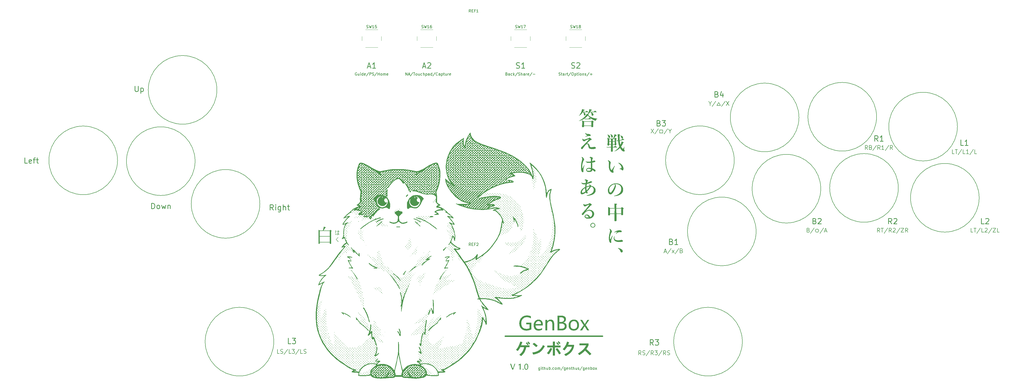
<source format=gbr>
%TF.GenerationSoftware,KiCad,Pcbnew,7.0.10*%
%TF.CreationDate,2024-02-02T19:17:30-06:00*%
%TF.ProjectId,genbox,67656e62-6f78-42e6-9b69-6361645f7063,rev?*%
%TF.SameCoordinates,Original*%
%TF.FileFunction,Legend,Top*%
%TF.FilePolarity,Positive*%
%FSLAX46Y46*%
G04 Gerber Fmt 4.6, Leading zero omitted, Abs format (unit mm)*
G04 Created by KiCad (PCBNEW 7.0.10) date 2024-02-02 19:17:30*
%MOMM*%
%LPD*%
G01*
G04 APERTURE LIST*
%ADD10C,0.150000*%
%ADD11C,1.000000*%
%ADD12C,0.500000*%
%ADD13C,0.187500*%
%ADD14C,0.250000*%
%ADD15C,0.800000*%
%ADD16C,0.625000*%
%ADD17C,0.120000*%
G04 APERTURE END LIST*
D10*
G36*
X149577582Y-151596144D02*
G01*
X149569783Y-151638545D01*
X149562232Y-151680293D01*
X149554928Y-151721389D01*
X149547872Y-151761832D01*
X149541064Y-151801623D01*
X149534503Y-151840761D01*
X149528189Y-151879246D01*
X149522124Y-151917079D01*
X149516305Y-151954259D01*
X149510735Y-151990787D01*
X149505412Y-152026662D01*
X149500336Y-152061885D01*
X149495508Y-152096454D01*
X149490928Y-152130372D01*
X149486596Y-152163636D01*
X149482510Y-152196249D01*
X149478673Y-152228208D01*
X149475083Y-152259515D01*
X149471741Y-152290170D01*
X149468646Y-152320171D01*
X149465799Y-152349521D01*
X149463199Y-152378217D01*
X149460847Y-152406261D01*
X149458743Y-152433653D01*
X149456886Y-152460392D01*
X149455276Y-152486478D01*
X149453915Y-152511912D01*
X149452801Y-152536693D01*
X149451934Y-152560821D01*
X149451315Y-152584297D01*
X149450944Y-152607120D01*
X149450820Y-152629291D01*
X149450869Y-152646721D01*
X149451016Y-152664342D01*
X149451261Y-152682155D01*
X149451604Y-152700160D01*
X149452045Y-152718356D01*
X149452584Y-152736745D01*
X149453222Y-152755325D01*
X149453957Y-152774097D01*
X149454790Y-152793060D01*
X149455721Y-152812216D01*
X149456751Y-152831563D01*
X149457878Y-152851102D01*
X149459104Y-152870833D01*
X149460427Y-152890755D01*
X149461848Y-152910869D01*
X149463368Y-152931175D01*
X149464985Y-152951673D01*
X149466701Y-152972363D01*
X149468515Y-152993244D01*
X149470426Y-153014317D01*
X149472436Y-153035582D01*
X149474543Y-153057039D01*
X149476749Y-153078687D01*
X149479053Y-153100527D01*
X149481455Y-153122559D01*
X149483954Y-153144783D01*
X149486552Y-153167198D01*
X149489248Y-153189806D01*
X149492042Y-153212605D01*
X149494934Y-153235595D01*
X149497924Y-153258778D01*
X149501012Y-153282152D01*
X149353733Y-153295341D01*
X149350758Y-153266293D01*
X149347877Y-153237768D01*
X149345091Y-153209765D01*
X149342399Y-153182284D01*
X149339802Y-153155325D01*
X149337299Y-153128889D01*
X149334890Y-153102975D01*
X149332576Y-153077584D01*
X149330356Y-153052715D01*
X149328231Y-153028368D01*
X149326200Y-153004543D01*
X149324264Y-152981241D01*
X149322422Y-152958462D01*
X149320675Y-152936204D01*
X149319022Y-152914469D01*
X149317463Y-152893257D01*
X149315999Y-152872566D01*
X149314630Y-152852398D01*
X149313355Y-152832753D01*
X149312174Y-152813630D01*
X149311088Y-152795029D01*
X149310096Y-152776950D01*
X149309199Y-152759394D01*
X149308396Y-152742360D01*
X149307687Y-152725849D01*
X149307073Y-152709860D01*
X149306554Y-152694393D01*
X149306129Y-152679449D01*
X149305562Y-152651127D01*
X149305373Y-152624895D01*
X149305542Y-152597701D01*
X149306049Y-152569517D01*
X149306893Y-152540342D01*
X149307442Y-152525383D01*
X149308075Y-152510177D01*
X149308793Y-152494723D01*
X149309595Y-152479022D01*
X149310482Y-152463073D01*
X149311453Y-152446876D01*
X149312508Y-152430432D01*
X149313648Y-152413740D01*
X149314872Y-152396801D01*
X149316181Y-152379614D01*
X149317574Y-152362179D01*
X149319052Y-152344497D01*
X149320614Y-152326568D01*
X149322260Y-152308390D01*
X149323991Y-152289966D01*
X149325807Y-152271293D01*
X149327706Y-152252373D01*
X149329691Y-152233206D01*
X149331759Y-152213790D01*
X149333913Y-152194128D01*
X149336150Y-152174217D01*
X149338472Y-152154059D01*
X149340878Y-152133654D01*
X149343369Y-152113001D01*
X149345945Y-152092100D01*
X149348604Y-152070952D01*
X149350745Y-152054416D01*
X149352908Y-152037965D01*
X149355093Y-152021598D01*
X149357300Y-152005316D01*
X149359529Y-151989118D01*
X149361781Y-151973004D01*
X149364054Y-151956975D01*
X149366350Y-151941030D01*
X149368668Y-151925170D01*
X149371008Y-151909394D01*
X149373371Y-151893703D01*
X149375755Y-151878096D01*
X149378162Y-151862573D01*
X149380591Y-151847135D01*
X149383042Y-151831781D01*
X149385515Y-151816512D01*
X149388011Y-151801327D01*
X149390529Y-151786227D01*
X149393069Y-151771211D01*
X149395631Y-151756279D01*
X149398215Y-151741432D01*
X149400821Y-151726670D01*
X149403450Y-151711992D01*
X149406101Y-151697398D01*
X149408774Y-151682889D01*
X149411469Y-151668464D01*
X149416926Y-151639867D01*
X149422471Y-151611609D01*
X149428105Y-151583688D01*
X149577582Y-151596144D01*
G37*
G36*
X150434608Y-151600360D02*
G01*
X150434359Y-151618046D01*
X150434127Y-151636745D01*
X150433913Y-151656457D01*
X150433715Y-151677182D01*
X150433535Y-151698921D01*
X150433372Y-151721672D01*
X150433226Y-151745437D01*
X150433097Y-151770216D01*
X150432985Y-151796007D01*
X150432891Y-151822812D01*
X150432814Y-151850630D01*
X150432753Y-151879461D01*
X150432730Y-151894256D01*
X150432711Y-151909305D01*
X150432695Y-151924607D01*
X150432685Y-151940163D01*
X150432678Y-151955972D01*
X150432676Y-151972034D01*
X150449456Y-151970774D01*
X150466822Y-151969378D01*
X150484776Y-151967843D01*
X150503316Y-151966172D01*
X150522443Y-151964363D01*
X150542156Y-151962417D01*
X150562456Y-151960333D01*
X150583343Y-151958112D01*
X150604817Y-151955753D01*
X150626878Y-151953258D01*
X150649525Y-151950624D01*
X150672759Y-151947854D01*
X150696580Y-151944946D01*
X150720988Y-151941900D01*
X150745982Y-151938717D01*
X150771563Y-151935397D01*
X150771563Y-152078279D01*
X150752637Y-152080363D01*
X150733410Y-152082401D01*
X150713882Y-152084393D01*
X150694054Y-152086339D01*
X150673926Y-152088240D01*
X150653497Y-152090095D01*
X150632767Y-152091904D01*
X150611737Y-152093667D01*
X150590406Y-152095384D01*
X150568775Y-152097056D01*
X150546843Y-152098681D01*
X150524611Y-152100261D01*
X150502078Y-152101795D01*
X150479245Y-152103284D01*
X150456111Y-152104726D01*
X150432676Y-152106123D01*
X150432872Y-152131372D01*
X150433093Y-152156378D01*
X150433338Y-152181140D01*
X150433609Y-152205660D01*
X150433905Y-152229936D01*
X150434226Y-152253968D01*
X150434572Y-152277758D01*
X150434943Y-152301304D01*
X150435339Y-152324606D01*
X150435760Y-152347666D01*
X150436206Y-152370482D01*
X150436678Y-152393055D01*
X150437174Y-152415385D01*
X150437695Y-152437471D01*
X150438241Y-152459314D01*
X150438813Y-152480914D01*
X150439409Y-152502270D01*
X150440031Y-152523383D01*
X150440677Y-152544253D01*
X150441349Y-152564880D01*
X150442045Y-152585263D01*
X150442767Y-152605403D01*
X150443514Y-152625300D01*
X150444285Y-152644953D01*
X150445082Y-152664363D01*
X150445904Y-152683530D01*
X150446751Y-152702454D01*
X150447623Y-152721134D01*
X150448520Y-152739571D01*
X150449442Y-152757765D01*
X150450389Y-152775715D01*
X150451361Y-152793422D01*
X150477543Y-152806046D01*
X150503333Y-152819371D01*
X150528731Y-152833398D01*
X150553737Y-152848125D01*
X150578350Y-152863554D01*
X150602572Y-152879684D01*
X150626401Y-152896515D01*
X150649839Y-152914048D01*
X150661410Y-152923077D01*
X150672884Y-152932282D01*
X150684259Y-152941661D01*
X150695537Y-152951217D01*
X150706716Y-152960947D01*
X150717798Y-152970853D01*
X150728781Y-152980934D01*
X150739667Y-152991190D01*
X150750454Y-153001622D01*
X150761143Y-153012229D01*
X150771734Y-153023012D01*
X150782228Y-153033969D01*
X150792623Y-153045102D01*
X150802920Y-153056410D01*
X150813119Y-153067894D01*
X150823220Y-153079553D01*
X150721005Y-153201552D01*
X150703079Y-153179310D01*
X150685296Y-153157920D01*
X150667656Y-153137384D01*
X150650159Y-153117701D01*
X150632806Y-153098870D01*
X150615595Y-153080892D01*
X150598528Y-153063768D01*
X150581603Y-153047496D01*
X150564822Y-153032077D01*
X150548184Y-153017511D01*
X150531689Y-153003798D01*
X150515337Y-152990939D01*
X150499128Y-152978932D01*
X150483063Y-152967777D01*
X150467140Y-152957476D01*
X150451361Y-152948028D01*
X150451160Y-152970252D01*
X150450101Y-152991769D01*
X150448184Y-153012578D01*
X150445407Y-153032681D01*
X150441772Y-153052077D01*
X150437279Y-153070766D01*
X150431926Y-153088748D01*
X150425715Y-153106023D01*
X150418646Y-153122591D01*
X150410717Y-153138452D01*
X150401930Y-153153606D01*
X150392285Y-153168053D01*
X150381780Y-153181793D01*
X150370417Y-153194826D01*
X150358195Y-153207152D01*
X150345115Y-153218771D01*
X150333497Y-153228043D01*
X150321359Y-153236717D01*
X150308699Y-153244793D01*
X150295519Y-153252271D01*
X150281817Y-153259150D01*
X150267595Y-153265431D01*
X150252851Y-153271114D01*
X150237587Y-153276199D01*
X150221802Y-153280685D01*
X150205496Y-153284574D01*
X150188669Y-153287864D01*
X150171321Y-153290556D01*
X150153452Y-153292650D01*
X150135062Y-153294145D01*
X150116152Y-153295042D01*
X150096720Y-153295341D01*
X150074270Y-153295058D01*
X150052533Y-153294209D01*
X150031509Y-153292794D01*
X150011197Y-153290813D01*
X149991598Y-153288266D01*
X149972712Y-153285153D01*
X149954538Y-153281474D01*
X149937077Y-153277229D01*
X149920329Y-153272418D01*
X149904293Y-153267041D01*
X149888970Y-153261098D01*
X149874360Y-153254589D01*
X149860462Y-153247514D01*
X149847278Y-153239873D01*
X149834805Y-153231666D01*
X149823046Y-153222893D01*
X149801665Y-153203649D01*
X149783135Y-153182141D01*
X149767456Y-153158368D01*
X149754627Y-153132332D01*
X149749282Y-153118465D01*
X149744650Y-153104032D01*
X149740730Y-153089033D01*
X149737523Y-153073468D01*
X149735028Y-153057337D01*
X149733247Y-153040640D01*
X149732178Y-153023376D01*
X149731821Y-153005547D01*
X149731902Y-153002616D01*
X149864812Y-153002616D01*
X149865702Y-153022181D01*
X149868372Y-153040484D01*
X149872823Y-153057524D01*
X149879054Y-153073302D01*
X149887065Y-153087818D01*
X149896857Y-153101071D01*
X149908429Y-153113062D01*
X149921781Y-153123791D01*
X149936914Y-153133258D01*
X149953827Y-153141463D01*
X149972520Y-153148405D01*
X149992993Y-153154085D01*
X150015247Y-153158503D01*
X150039281Y-153161659D01*
X150065095Y-153163552D01*
X150092690Y-153164183D01*
X150113401Y-153163475D01*
X150133082Y-153161349D01*
X150151732Y-153157807D01*
X150169352Y-153152849D01*
X150185941Y-153146473D01*
X150201500Y-153138681D01*
X150216029Y-153129471D01*
X150229527Y-153118845D01*
X150241995Y-153106803D01*
X150253432Y-153093343D01*
X150260485Y-153083583D01*
X150270617Y-153067228D01*
X150277330Y-153054173D01*
X150283283Y-153040442D01*
X150288475Y-153026035D01*
X150292908Y-153010951D01*
X150296581Y-152995191D01*
X150299494Y-152978755D01*
X150301647Y-152961643D01*
X150303040Y-152943855D01*
X150303674Y-152925390D01*
X150303716Y-152919085D01*
X150303716Y-152898203D01*
X150289884Y-152892923D01*
X150275958Y-152887984D01*
X150261938Y-152883386D01*
X150247822Y-152879129D01*
X150233613Y-152875212D01*
X150219309Y-152871635D01*
X150204911Y-152868400D01*
X150190418Y-152865505D01*
X150175830Y-152862950D01*
X150161149Y-152860736D01*
X150146373Y-152858863D01*
X150131502Y-152857330D01*
X150116537Y-152856138D01*
X150101477Y-152855286D01*
X150086323Y-152854776D01*
X150071075Y-152854605D01*
X150055105Y-152854947D01*
X150039617Y-152855971D01*
X150024613Y-152857677D01*
X150010092Y-152860066D01*
X149991482Y-152864314D01*
X149973731Y-152869775D01*
X149956838Y-152876450D01*
X149940804Y-152884338D01*
X149925628Y-152893440D01*
X149911374Y-152903881D01*
X149899021Y-152915239D01*
X149888568Y-152927512D01*
X149880016Y-152940701D01*
X149873364Y-152954806D01*
X149868613Y-152969827D01*
X149865762Y-152985764D01*
X149864812Y-153002616D01*
X149731902Y-153002616D01*
X149732249Y-152990110D01*
X149733533Y-152975030D01*
X149735672Y-152960308D01*
X149738668Y-152945944D01*
X149744765Y-152925069D01*
X149752789Y-152904999D01*
X149762737Y-152885734D01*
X149774612Y-152867273D01*
X149783597Y-152855414D01*
X149793439Y-152843912D01*
X149804137Y-152832768D01*
X149815690Y-152821982D01*
X149828099Y-152811553D01*
X149841364Y-152801482D01*
X149853632Y-152793142D01*
X149866254Y-152785339D01*
X149879231Y-152778075D01*
X149892564Y-152771349D01*
X149906251Y-152765161D01*
X149920293Y-152759511D01*
X149934690Y-152754399D01*
X149949442Y-152749825D01*
X149964548Y-152745789D01*
X149980010Y-152742292D01*
X149995827Y-152739332D01*
X150011998Y-152736911D01*
X150028525Y-152735027D01*
X150045406Y-152733682D01*
X150062643Y-152732875D01*
X150080234Y-152732606D01*
X150095361Y-152732698D01*
X150110333Y-152732972D01*
X150125151Y-152733430D01*
X150139814Y-152734071D01*
X150161519Y-152735377D01*
X150182876Y-152737094D01*
X150203885Y-152739223D01*
X150224547Y-152741765D01*
X150244861Y-152744719D01*
X150264827Y-152748085D01*
X150284445Y-152751863D01*
X150303716Y-152756053D01*
X150302901Y-152738855D01*
X150302103Y-152721468D01*
X150301323Y-152703892D01*
X150300562Y-152686129D01*
X150299818Y-152668178D01*
X150299092Y-152650038D01*
X150298384Y-152631710D01*
X150297694Y-152613194D01*
X150297022Y-152594490D01*
X150296367Y-152575597D01*
X150295731Y-152556517D01*
X150295112Y-152537248D01*
X150294511Y-152517791D01*
X150293929Y-152498146D01*
X150293364Y-152478312D01*
X150292817Y-152458291D01*
X150292287Y-152438081D01*
X150291776Y-152417683D01*
X150291283Y-152397097D01*
X150290807Y-152376322D01*
X150290350Y-152355360D01*
X150289910Y-152334209D01*
X150289488Y-152312870D01*
X150289084Y-152291343D01*
X150288698Y-152269628D01*
X150288330Y-152247724D01*
X150287980Y-152225633D01*
X150287647Y-152203353D01*
X150287333Y-152180885D01*
X150287036Y-152158228D01*
X150286758Y-152135384D01*
X150286497Y-152112351D01*
X150268521Y-152112889D01*
X150250543Y-152113405D01*
X150232563Y-152113897D01*
X150214581Y-152114366D01*
X150196596Y-152114813D01*
X150178610Y-152115236D01*
X150160621Y-152115637D01*
X150142630Y-152116015D01*
X150124637Y-152116370D01*
X150106642Y-152116702D01*
X150088645Y-152117011D01*
X150070645Y-152117297D01*
X150052644Y-152117560D01*
X150034640Y-152117801D01*
X150016634Y-152118018D01*
X149998626Y-152118213D01*
X149980616Y-152118385D01*
X149962604Y-152118534D01*
X149944589Y-152118660D01*
X149926573Y-152118763D01*
X149908554Y-152118843D01*
X149890533Y-152118900D01*
X149872510Y-152118934D01*
X149854485Y-152118946D01*
X149836457Y-152118934D01*
X149818428Y-152118900D01*
X149800396Y-152118843D01*
X149782362Y-152118763D01*
X149764326Y-152118660D01*
X149746288Y-152118534D01*
X149728248Y-152118385D01*
X149710206Y-152118213D01*
X149710206Y-151982292D01*
X149726250Y-151982778D01*
X149742416Y-151983228D01*
X149758704Y-151983642D01*
X149775115Y-151984021D01*
X149791649Y-151984363D01*
X149808304Y-151984670D01*
X149825082Y-151984942D01*
X149841982Y-151985177D01*
X149859005Y-151985377D01*
X149876150Y-151985541D01*
X149893418Y-151985669D01*
X149910807Y-151985761D01*
X149928320Y-151985817D01*
X149945954Y-151985838D01*
X149963711Y-151985823D01*
X149981590Y-151985772D01*
X149999592Y-151985686D01*
X150017716Y-151985563D01*
X150035962Y-151985405D01*
X150054331Y-151985211D01*
X150072822Y-151984982D01*
X150091435Y-151984716D01*
X150110171Y-151984415D01*
X150129029Y-151984078D01*
X150148009Y-151983705D01*
X150167112Y-151983297D01*
X150186337Y-151982852D01*
X150205685Y-151982372D01*
X150225155Y-151981856D01*
X150244747Y-151981304D01*
X150264462Y-151980717D01*
X150284299Y-151980094D01*
X150284299Y-151583688D01*
X150434874Y-151583688D01*
X150434608Y-151600360D01*
G37*
G36*
X150283932Y-154080240D02*
G01*
X150418754Y-154173297D01*
X150398766Y-154196402D01*
X150378736Y-154219419D01*
X150358664Y-154242346D01*
X150338549Y-154265186D01*
X150318392Y-154287936D01*
X150298193Y-154310598D01*
X150277952Y-154333170D01*
X150257669Y-154355655D01*
X150237343Y-154378050D01*
X150216975Y-154400357D01*
X150196565Y-154422575D01*
X150176112Y-154444704D01*
X150155618Y-154466745D01*
X150135081Y-154488696D01*
X150114502Y-154510559D01*
X150093881Y-154532334D01*
X150073217Y-154554019D01*
X150052512Y-154575616D01*
X150031764Y-154597124D01*
X150010974Y-154618544D01*
X149990141Y-154639875D01*
X149969267Y-154661117D01*
X149948350Y-154682270D01*
X149927391Y-154703334D01*
X149906390Y-154724310D01*
X149885347Y-154745197D01*
X149864261Y-154765995D01*
X149843133Y-154786705D01*
X149821963Y-154807326D01*
X149800751Y-154827858D01*
X149779496Y-154848301D01*
X149758200Y-154868656D01*
X149746695Y-154880271D01*
X149737141Y-154891761D01*
X149728249Y-154905384D01*
X149722166Y-154918827D01*
X149718617Y-154934282D01*
X149718266Y-154940830D01*
X149720966Y-154956192D01*
X149727577Y-154970085D01*
X149736118Y-154982175D01*
X149747413Y-154994729D01*
X149758432Y-155005108D01*
X149771215Y-155015784D01*
X149774686Y-155018499D01*
X149797368Y-155037116D01*
X149820077Y-155055966D01*
X149842812Y-155075047D01*
X149865573Y-155094359D01*
X149888361Y-155113904D01*
X149911175Y-155133681D01*
X149934016Y-155153689D01*
X149956884Y-155173929D01*
X149979777Y-155194401D01*
X150002698Y-155215105D01*
X150025644Y-155236041D01*
X150048618Y-155257208D01*
X150071617Y-155278608D01*
X150094644Y-155300239D01*
X150117696Y-155322102D01*
X150140776Y-155344197D01*
X150163881Y-155366524D01*
X150187013Y-155389082D01*
X150210172Y-155411873D01*
X150233357Y-155434895D01*
X150256568Y-155458149D01*
X150279806Y-155481635D01*
X150303071Y-155505353D01*
X150326362Y-155529303D01*
X150349679Y-155553484D01*
X150373023Y-155577897D01*
X150396394Y-155602542D01*
X150419791Y-155627419D01*
X150443214Y-155652528D01*
X150466664Y-155677869D01*
X150490140Y-155703441D01*
X150513643Y-155729246D01*
X150382851Y-155838789D01*
X150361704Y-155814174D01*
X150340394Y-155789606D01*
X150318922Y-155765084D01*
X150297287Y-155740609D01*
X150275491Y-155716180D01*
X150253531Y-155691798D01*
X150231410Y-155667462D01*
X150209125Y-155643173D01*
X150186679Y-155618930D01*
X150164070Y-155594734D01*
X150141298Y-155570585D01*
X150118364Y-155546482D01*
X150095268Y-155522425D01*
X150072009Y-155498415D01*
X150048588Y-155474451D01*
X150025004Y-155450534D01*
X150001258Y-155426664D01*
X149977350Y-155402840D01*
X149953279Y-155379062D01*
X149929046Y-155355331D01*
X149904650Y-155331647D01*
X149880092Y-155308008D01*
X149855371Y-155284417D01*
X149830488Y-155260872D01*
X149805442Y-155237374D01*
X149780234Y-155213922D01*
X149754864Y-155190516D01*
X149729331Y-155167157D01*
X149703636Y-155143845D01*
X149677778Y-155120579D01*
X149651758Y-155097359D01*
X149625576Y-155074187D01*
X149613005Y-155062860D01*
X149601670Y-155051410D01*
X149591573Y-155039839D01*
X149582711Y-155028145D01*
X149572819Y-155012363D01*
X149565126Y-154996363D01*
X149559630Y-154980145D01*
X149556333Y-154963711D01*
X149555234Y-154947058D01*
X149556087Y-154929799D01*
X149558646Y-154913009D01*
X149562910Y-154896689D01*
X149568881Y-154880838D01*
X149576557Y-154865456D01*
X149585940Y-154850544D01*
X149597028Y-154836101D01*
X149609822Y-154822128D01*
X149631820Y-154800219D01*
X149653757Y-154778229D01*
X149675635Y-154756155D01*
X149697452Y-154734000D01*
X149719209Y-154711762D01*
X149740906Y-154689442D01*
X149762543Y-154667040D01*
X149784120Y-154644556D01*
X149805637Y-154621989D01*
X149827093Y-154599340D01*
X149848490Y-154576608D01*
X149869826Y-154553795D01*
X149891103Y-154530899D01*
X149912319Y-154507920D01*
X149933475Y-154484860D01*
X149954571Y-154461717D01*
X149975607Y-154438492D01*
X149996583Y-154415184D01*
X150017498Y-154391795D01*
X150038354Y-154368323D01*
X150059149Y-154344768D01*
X150079885Y-154321132D01*
X150100560Y-154297413D01*
X150121175Y-154273612D01*
X150141730Y-154249728D01*
X150162225Y-154225763D01*
X150182660Y-154201715D01*
X150203035Y-154177584D01*
X150223349Y-154153372D01*
X150243604Y-154129077D01*
X150263798Y-154104700D01*
X150283932Y-154080240D01*
G37*
G36*
X145185375Y-150303160D02*
G01*
X145245033Y-150317595D01*
X145301619Y-150331477D01*
X145355133Y-150344805D01*
X145405575Y-150357580D01*
X145452945Y-150369802D01*
X145518239Y-150387097D01*
X145576621Y-150403147D01*
X145628091Y-150417951D01*
X145685965Y-150435754D01*
X145741027Y-150454896D01*
X145757676Y-150461584D01*
X145805761Y-150486924D01*
X145843435Y-150519081D01*
X145865868Y-150563631D01*
X145867585Y-150581263D01*
X145850412Y-150629348D01*
X145807210Y-150664160D01*
X145760252Y-150684875D01*
X145713025Y-150698957D01*
X145657212Y-150710826D01*
X145592812Y-150720481D01*
X145563145Y-150780888D01*
X145532457Y-150841209D01*
X145500748Y-150901445D01*
X145468019Y-150961594D01*
X145434269Y-151021658D01*
X145399497Y-151081636D01*
X145363705Y-151141528D01*
X145326892Y-151201334D01*
X145289059Y-151261054D01*
X145250204Y-151320689D01*
X145210328Y-151380237D01*
X145169432Y-151439700D01*
X145127515Y-151499077D01*
X145084577Y-151558368D01*
X145040618Y-151617573D01*
X144995638Y-151676692D01*
X147262212Y-151676692D01*
X147306007Y-151631297D01*
X147346261Y-151590367D01*
X147382972Y-151553902D01*
X147426411Y-151512229D01*
X147463553Y-151478492D01*
X147507460Y-151442772D01*
X147546755Y-151422679D01*
X147592929Y-151439488D01*
X147640671Y-151469369D01*
X147690820Y-151505684D01*
X147737722Y-151542206D01*
X147776856Y-151573955D01*
X147819381Y-151609439D01*
X147849616Y-151635170D01*
X147887963Y-151669201D01*
X147925401Y-151706181D01*
X147957250Y-151744006D01*
X147980648Y-151788108D01*
X147982728Y-151802477D01*
X147962931Y-151852399D01*
X147925515Y-151893163D01*
X147886910Y-151925214D01*
X147838408Y-151959709D01*
X147792479Y-151989066D01*
X147780006Y-151996650D01*
X147780006Y-153447452D01*
X147780041Y-153517718D01*
X147780145Y-153589295D01*
X147780318Y-153662183D01*
X147780560Y-153736384D01*
X147780871Y-153811897D01*
X147781252Y-153888721D01*
X147781701Y-153966857D01*
X147782220Y-154046305D01*
X147782808Y-154127065D01*
X147783465Y-154209137D01*
X147784191Y-154292521D01*
X147784987Y-154377216D01*
X147785851Y-154463224D01*
X147786785Y-154550543D01*
X147787788Y-154639174D01*
X147788860Y-154729117D01*
X147790002Y-154820371D01*
X147791212Y-154912938D01*
X147792492Y-155006817D01*
X147793841Y-155102007D01*
X147795259Y-155198509D01*
X147796746Y-155296323D01*
X147798302Y-155395449D01*
X147799928Y-155495887D01*
X147801622Y-155597636D01*
X147803386Y-155700698D01*
X147805219Y-155805071D01*
X147807121Y-155910756D01*
X147809093Y-156017753D01*
X147811133Y-156126062D01*
X147813243Y-156235682D01*
X147815422Y-156346615D01*
X147808207Y-156402554D01*
X147786561Y-156449011D01*
X147750485Y-156485987D01*
X147699979Y-156513482D01*
X147649184Y-156528652D01*
X147589154Y-156537754D01*
X147538070Y-156540598D01*
X147519888Y-156540788D01*
X147463246Y-156536703D01*
X147407948Y-156521018D01*
X147366474Y-156493570D01*
X147335561Y-156446678D01*
X147324040Y-156393741D01*
X147323272Y-156373482D01*
X147323272Y-155993684D01*
X143686496Y-155993684D01*
X143686496Y-156341730D01*
X143679460Y-156399076D01*
X143658351Y-156446702D01*
X143623170Y-156484609D01*
X143573916Y-156512796D01*
X143524380Y-156528347D01*
X143465838Y-156537678D01*
X143416021Y-156540594D01*
X143398290Y-156540788D01*
X143341648Y-156537031D01*
X143286350Y-156522606D01*
X143239308Y-156492102D01*
X143211083Y-156446871D01*
X143201866Y-156396382D01*
X143201674Y-156386915D01*
X143206702Y-156289061D01*
X143209095Y-156237267D01*
X143211406Y-156183564D01*
X143213636Y-156127950D01*
X143215785Y-156070425D01*
X143217853Y-156010990D01*
X143219840Y-155949644D01*
X143221746Y-155886388D01*
X143223570Y-155821221D01*
X143225314Y-155754144D01*
X143226976Y-155685156D01*
X143228558Y-155614257D01*
X143230058Y-155541448D01*
X143231477Y-155466729D01*
X143232815Y-155390099D01*
X143234072Y-155311558D01*
X143235248Y-155231107D01*
X143236343Y-155148746D01*
X143237357Y-155064474D01*
X143238289Y-154978291D01*
X143239141Y-154890198D01*
X143239911Y-154800194D01*
X143240601Y-154708280D01*
X143241209Y-154614455D01*
X143241736Y-154518720D01*
X143242182Y-154421074D01*
X143242547Y-154321517D01*
X143242831Y-154220050D01*
X143243033Y-154116673D01*
X143243155Y-154011385D01*
X143243196Y-153904187D01*
X143243189Y-153883426D01*
X143686496Y-153883426D01*
X143686496Y-155817829D01*
X147323272Y-155817829D01*
X147323272Y-153883426D01*
X143686496Y-153883426D01*
X143243189Y-153883426D01*
X143243155Y-153788304D01*
X143243033Y-153674822D01*
X143242831Y-153563743D01*
X143242547Y-153455066D01*
X143242182Y-153348790D01*
X143241736Y-153244917D01*
X143241209Y-153143445D01*
X143240601Y-153044375D01*
X143239911Y-152947707D01*
X143239141Y-152853441D01*
X143238289Y-152761577D01*
X143237357Y-152672115D01*
X143236343Y-152585055D01*
X143235248Y-152500396D01*
X143234072Y-152418139D01*
X143232815Y-152338285D01*
X143231477Y-152260832D01*
X143230058Y-152185781D01*
X143228558Y-152113132D01*
X143226976Y-152042884D01*
X143225314Y-151975039D01*
X143223570Y-151909595D01*
X143221884Y-151851325D01*
X143686496Y-151851325D01*
X143686496Y-153708792D01*
X147323272Y-153708792D01*
X147323272Y-151851325D01*
X143686496Y-151851325D01*
X143221884Y-151851325D01*
X143221746Y-151846554D01*
X143219840Y-151785914D01*
X143217853Y-151727676D01*
X143215785Y-151671840D01*
X143213636Y-151618406D01*
X143211406Y-151567374D01*
X143206702Y-151472515D01*
X143201674Y-151387264D01*
X143260937Y-151412634D01*
X143318739Y-151438369D01*
X143375082Y-151464469D01*
X143429965Y-151490934D01*
X143483388Y-151517763D01*
X143535352Y-151544958D01*
X143585856Y-151572518D01*
X143634900Y-151600442D01*
X143682484Y-151628732D01*
X143728609Y-151657386D01*
X143758548Y-151676692D01*
X144768492Y-151676692D01*
X144790460Y-151617449D01*
X144811788Y-151558787D01*
X144832477Y-151500708D01*
X144852527Y-151443211D01*
X144871938Y-151386296D01*
X144890709Y-151329962D01*
X144908841Y-151274211D01*
X144926334Y-151219042D01*
X144943188Y-151164454D01*
X144959402Y-151110449D01*
X144974978Y-151057026D01*
X144989914Y-151004184D01*
X145004210Y-150951925D01*
X145017868Y-150900248D01*
X145030886Y-150849152D01*
X145043265Y-150798639D01*
X145057451Y-150735842D01*
X145070242Y-150676136D01*
X145081637Y-150619521D01*
X145091637Y-150565997D01*
X145100241Y-150515565D01*
X145109544Y-150453130D01*
X145116365Y-150396191D01*
X145120706Y-150344748D01*
X145122644Y-150288171D01*
X145185375Y-150303160D01*
G37*
D11*
G36*
X251912771Y-158111967D02*
G01*
X251876134Y-158077773D01*
X251863922Y-158043579D01*
X251877607Y-157996245D01*
X251926204Y-157977634D01*
X251976061Y-157988979D01*
X252025185Y-158000575D01*
X252073576Y-158012421D01*
X252121236Y-158024517D01*
X252214358Y-158049461D01*
X252304552Y-158075407D01*
X252391816Y-158102355D01*
X252476151Y-158130305D01*
X252557558Y-158159256D01*
X252636035Y-158189209D01*
X252711583Y-158220164D01*
X252784203Y-158252121D01*
X252853893Y-158285079D01*
X252920654Y-158319040D01*
X252984487Y-158354002D01*
X253045390Y-158389965D01*
X253103364Y-158426931D01*
X253158409Y-158464898D01*
X253212978Y-158504903D01*
X253264025Y-158545537D01*
X253311553Y-158586800D01*
X253355559Y-158628694D01*
X253396045Y-158671217D01*
X253433011Y-158714369D01*
X253466456Y-158758152D01*
X253496380Y-158802564D01*
X253522784Y-158847606D01*
X253545668Y-158893277D01*
X253565031Y-158939579D01*
X253580873Y-158986509D01*
X253593195Y-159034070D01*
X253601996Y-159082260D01*
X253607277Y-159131080D01*
X253609037Y-159180530D01*
X253607110Y-159229359D01*
X253599281Y-159286908D01*
X253585429Y-159340580D01*
X253565554Y-159390377D01*
X253539657Y-159436298D01*
X253507738Y-159478343D01*
X253485695Y-159501709D01*
X253448444Y-159535483D01*
X253407675Y-159563533D01*
X253363389Y-159585858D01*
X253315584Y-159602459D01*
X253264260Y-159613336D01*
X253209419Y-159618488D01*
X253186497Y-159618946D01*
X253126410Y-159613985D01*
X253070100Y-159599101D01*
X253017569Y-159574295D01*
X252968816Y-159539567D01*
X252923841Y-159494916D01*
X252892589Y-159454917D01*
X252863462Y-159409336D01*
X252836461Y-159358174D01*
X252811585Y-159301430D01*
X252794514Y-159255239D01*
X252776732Y-159209629D01*
X252739037Y-159120156D01*
X252698498Y-159033011D01*
X252655117Y-158948194D01*
X252608892Y-158865705D01*
X252559824Y-158785543D01*
X252507912Y-158707710D01*
X252453158Y-158632205D01*
X252395561Y-158559027D01*
X252335120Y-158488178D01*
X252271837Y-158419656D01*
X252205710Y-158353463D01*
X252136740Y-158289597D01*
X252064927Y-158228059D01*
X251990270Y-158168849D01*
X251912771Y-158111967D01*
G37*
G36*
X242826290Y-148903155D02*
G01*
X242896053Y-148910529D01*
X242963477Y-148922819D01*
X243028560Y-148940024D01*
X243091303Y-148962146D01*
X243151707Y-148989183D01*
X243209771Y-149021136D01*
X243265495Y-149058005D01*
X243318879Y-149099790D01*
X243369923Y-149146491D01*
X243402652Y-149180355D01*
X243442591Y-149227131D01*
X243478601Y-149275410D01*
X243510683Y-149325191D01*
X243538837Y-149376475D01*
X243563062Y-149429261D01*
X243583359Y-149483550D01*
X243599727Y-149539342D01*
X243612167Y-149596637D01*
X243620678Y-149655434D01*
X243625262Y-149715734D01*
X243626134Y-149756769D01*
X243623634Y-149827551D01*
X243616131Y-149896101D01*
X243603627Y-149962419D01*
X243586121Y-150026504D01*
X243563613Y-150088357D01*
X243536103Y-150147977D01*
X243503592Y-150205364D01*
X243466079Y-150260519D01*
X243423564Y-150313442D01*
X243376048Y-150364132D01*
X243341592Y-150396685D01*
X243293682Y-150436405D01*
X243244290Y-150472219D01*
X243193418Y-150504125D01*
X243141064Y-150532125D01*
X243087230Y-150556218D01*
X243031914Y-150576404D01*
X242975116Y-150592683D01*
X242916838Y-150605054D01*
X242857078Y-150613519D01*
X242795838Y-150618078D01*
X242754188Y-150618946D01*
X242681834Y-150616434D01*
X242611778Y-150608899D01*
X242544018Y-150596341D01*
X242478556Y-150578760D01*
X242415390Y-150556156D01*
X242354521Y-150528528D01*
X242295950Y-150495877D01*
X242239675Y-150458203D01*
X242185697Y-150415506D01*
X242134016Y-150367786D01*
X242100838Y-150333182D01*
X242060463Y-150286417D01*
X242024059Y-150238170D01*
X241991626Y-150188443D01*
X241963165Y-150137234D01*
X241938675Y-150084544D01*
X241918157Y-150030373D01*
X241901609Y-149974721D01*
X241889034Y-149917587D01*
X241880429Y-149858972D01*
X241875796Y-149798877D01*
X241874913Y-149757990D01*
X241874958Y-149756769D01*
X242108165Y-149756769D01*
X242110001Y-149809229D01*
X242115507Y-149859909D01*
X242124684Y-149908806D01*
X242142630Y-149971231D01*
X242167102Y-150030489D01*
X242198100Y-150086579D01*
X242235623Y-150139501D01*
X242268049Y-150177114D01*
X242304145Y-150212946D01*
X242316993Y-150224494D01*
X242363628Y-150262275D01*
X242412553Y-150295019D01*
X242463768Y-150322725D01*
X242517272Y-150345394D01*
X242573066Y-150363025D01*
X242631150Y-150375619D01*
X242691524Y-150383175D01*
X242754188Y-150385694D01*
X242807357Y-150383901D01*
X242858787Y-150378524D01*
X242908479Y-150369562D01*
X242956432Y-150357014D01*
X243002646Y-150340882D01*
X243061560Y-150313796D01*
X243117383Y-150280337D01*
X243157222Y-150251060D01*
X243195321Y-150218198D01*
X243231682Y-150181751D01*
X243269464Y-150136375D01*
X243302207Y-150088786D01*
X243329914Y-150038983D01*
X243352582Y-149986967D01*
X243370214Y-149932738D01*
X243382808Y-149876295D01*
X243390364Y-149817638D01*
X243392883Y-149756769D01*
X243391036Y-149704952D01*
X243385498Y-149654831D01*
X243376267Y-149606405D01*
X243358216Y-149544476D01*
X243333601Y-149485562D01*
X243302422Y-149429663D01*
X243264679Y-149376779D01*
X243232064Y-149339094D01*
X243195757Y-149303105D01*
X243182834Y-149291486D01*
X243137134Y-149254563D01*
X243089182Y-149222564D01*
X243038978Y-149195487D01*
X242986524Y-149173333D01*
X242931817Y-149156103D01*
X242874859Y-149143795D01*
X242815649Y-149136411D01*
X242754188Y-149133949D01*
X242700363Y-149135742D01*
X242648343Y-149141119D01*
X242598125Y-149150081D01*
X242549710Y-149162629D01*
X242503099Y-149178761D01*
X242458291Y-149198478D01*
X242415286Y-149221780D01*
X242374085Y-149248667D01*
X242334686Y-149279139D01*
X242297091Y-149313196D01*
X242273029Y-149337892D01*
X242234389Y-149382638D01*
X242200901Y-149429559D01*
X242172565Y-149478656D01*
X242149381Y-149529928D01*
X242131349Y-149583375D01*
X242118469Y-149638998D01*
X242110741Y-149696795D01*
X242108165Y-149756769D01*
X241874958Y-149756769D01*
X241877479Y-149687872D01*
X241885174Y-149619945D01*
X241898001Y-149554207D01*
X241915958Y-149490658D01*
X241939045Y-149429299D01*
X241967263Y-149370130D01*
X242000611Y-149313151D01*
X242039090Y-149258360D01*
X242082700Y-149205760D01*
X242131440Y-149155349D01*
X242166783Y-149122958D01*
X242213863Y-149083238D01*
X242262596Y-149047424D01*
X242312982Y-149015518D01*
X242365021Y-148987518D01*
X242418713Y-148963425D01*
X242474057Y-148943239D01*
X242531055Y-148926961D01*
X242589705Y-148914589D01*
X242650009Y-148906124D01*
X242711965Y-148901566D01*
X242754188Y-148900697D01*
X242826290Y-148903155D01*
G37*
G36*
X238897203Y-111727886D02*
G01*
X238944926Y-111746629D01*
X238992611Y-111765858D01*
X239040257Y-111785574D01*
X239087865Y-111805776D01*
X239135435Y-111826466D01*
X239182967Y-111847641D01*
X239230461Y-111869303D01*
X239277917Y-111891452D01*
X239325334Y-111914088D01*
X239372713Y-111937210D01*
X239420055Y-111960818D01*
X239467358Y-111984913D01*
X239514622Y-112009495D01*
X239561849Y-112034563D01*
X239609037Y-112060118D01*
X242136951Y-112060118D01*
X242170520Y-112021077D01*
X242217958Y-111967239D01*
X242261896Y-111919068D01*
X242302336Y-111876564D01*
X242339277Y-111839727D01*
X242383088Y-111799427D01*
X242429104Y-111763220D01*
X242477197Y-111738977D01*
X242487439Y-111737718D01*
X242540944Y-111754433D01*
X242590275Y-111781857D01*
X242638542Y-111813198D01*
X242679876Y-111842189D01*
X242725611Y-111875881D01*
X242775746Y-111914274D01*
X242830282Y-111957368D01*
X242869084Y-111988709D01*
X242889219Y-112005163D01*
X242928718Y-112040884D01*
X242970685Y-112082100D01*
X243004423Y-112119500D01*
X243034047Y-112159342D01*
X243055113Y-112203916D01*
X243057746Y-112222540D01*
X243045458Y-112272762D01*
X243014545Y-112317959D01*
X242973071Y-112357629D01*
X242927950Y-112391344D01*
X242884940Y-112418745D01*
X242861131Y-112432588D01*
X242861131Y-112667062D01*
X242889219Y-113838206D01*
X242885688Y-113892331D01*
X242875094Y-113941132D01*
X242849983Y-113997918D01*
X242812316Y-114045240D01*
X242762093Y-114083098D01*
X242716187Y-114105280D01*
X242663218Y-114122138D01*
X242603186Y-114133673D01*
X242536092Y-114139884D01*
X242487439Y-114141067D01*
X242435287Y-114139457D01*
X242380104Y-114133275D01*
X242325924Y-114120202D01*
X242277457Y-114097533D01*
X242250524Y-114075122D01*
X242219612Y-114030256D01*
X242203126Y-113982514D01*
X242194711Y-113932100D01*
X242191963Y-113882469D01*
X242191906Y-113873621D01*
X242191906Y-113706315D01*
X239554083Y-113706315D01*
X239554083Y-113854082D01*
X239550434Y-113911480D01*
X239539486Y-113963233D01*
X239521239Y-114009339D01*
X239485557Y-114062033D01*
X239436899Y-114104690D01*
X239391890Y-114130095D01*
X239339583Y-114149855D01*
X239279977Y-114163970D01*
X239213073Y-114172438D01*
X239138870Y-114175261D01*
X239088456Y-114173351D01*
X239028950Y-114164859D01*
X238978260Y-114149575D01*
X238927295Y-114120917D01*
X238890104Y-114081645D01*
X238866687Y-114031759D01*
X238857045Y-113971259D01*
X238856770Y-113957885D01*
X238890964Y-112752547D01*
X238890801Y-112675772D01*
X238890315Y-112600544D01*
X238889504Y-112526860D01*
X238888368Y-112454723D01*
X238886909Y-112384131D01*
X238885125Y-112315085D01*
X238883016Y-112247584D01*
X238882047Y-112221318D01*
X239554083Y-112221318D01*
X239554083Y-113543893D01*
X242191906Y-113543893D01*
X242191906Y-112221318D01*
X239554083Y-112221318D01*
X238882047Y-112221318D01*
X238880583Y-112181629D01*
X238877826Y-112117219D01*
X238874744Y-112054356D01*
X238871338Y-111993037D01*
X238867608Y-111933265D01*
X238863553Y-111875037D01*
X238859174Y-111818356D01*
X238854470Y-111763220D01*
X238849442Y-111709630D01*
X238897203Y-111727886D01*
G37*
G36*
X241560690Y-107639447D02*
G01*
X241624041Y-107653863D01*
X241684644Y-107667916D01*
X241742499Y-107681607D01*
X241797606Y-107694936D01*
X241849966Y-107707901D01*
X241899577Y-107720505D01*
X241968843Y-107738730D01*
X242031927Y-107756139D01*
X242088827Y-107772733D01*
X242139546Y-107788511D01*
X242197554Y-107808279D01*
X242222436Y-107817620D01*
X242268172Y-107838347D01*
X242312822Y-107863535D01*
X242354993Y-107897652D01*
X242379798Y-107941158D01*
X242381194Y-107954396D01*
X242367344Y-108004318D01*
X242333427Y-108041527D01*
X242289617Y-108068598D01*
X242244394Y-108087680D01*
X242190126Y-108104472D01*
X242126814Y-108118974D01*
X242091766Y-108125366D01*
X242069519Y-108170385D01*
X242046285Y-108215683D01*
X242022064Y-108261261D01*
X241996855Y-108307117D01*
X241970658Y-108353252D01*
X241943474Y-108399667D01*
X241915303Y-108446360D01*
X241886144Y-108493333D01*
X241855998Y-108540585D01*
X241824864Y-108588115D01*
X241803559Y-108619958D01*
X243046756Y-108619958D01*
X243092060Y-108565537D01*
X243135160Y-108514628D01*
X243176056Y-108467230D01*
X243214749Y-108423342D01*
X243251237Y-108382966D01*
X243285522Y-108346100D01*
X243332817Y-108297385D01*
X243375152Y-108256570D01*
X243412529Y-108223655D01*
X243454652Y-108192056D01*
X243501306Y-108170990D01*
X243507153Y-108170551D01*
X243561726Y-108190319D01*
X243605213Y-108215030D01*
X243659500Y-108249624D01*
X243707302Y-108282057D01*
X243761180Y-108320049D01*
X243821133Y-108363602D01*
X243864477Y-108395725D01*
X243910520Y-108430320D01*
X243959264Y-108467386D01*
X243984648Y-108486845D01*
X244032161Y-108526172D01*
X244073339Y-108562332D01*
X244115902Y-108603076D01*
X244153913Y-108645437D01*
X244182420Y-108690832D01*
X244187370Y-108712770D01*
X244170306Y-108760354D01*
X244123903Y-108780680D01*
X244098221Y-108782379D01*
X242218772Y-108782379D01*
X242266332Y-108802895D01*
X242312381Y-108823686D01*
X242356921Y-108844750D01*
X242441471Y-108887703D01*
X242519982Y-108931752D01*
X242592453Y-108976899D01*
X242658885Y-109023143D01*
X242719278Y-109070484D01*
X242773632Y-109118923D01*
X242821946Y-109168458D01*
X242864221Y-109219091D01*
X242900457Y-109270821D01*
X242930653Y-109323648D01*
X242954810Y-109377572D01*
X242972928Y-109432593D01*
X242985007Y-109488712D01*
X242991046Y-109545928D01*
X242991801Y-109574947D01*
X242988790Y-109633456D01*
X242979756Y-109688387D01*
X242964699Y-109739740D01*
X242943620Y-109787515D01*
X242916519Y-109831712D01*
X242883394Y-109872332D01*
X242868458Y-109887578D01*
X242828144Y-109922855D01*
X242784137Y-109950833D01*
X242736438Y-109971513D01*
X242685047Y-109984894D01*
X242629964Y-109990976D01*
X242610782Y-109991381D01*
X242558952Y-109988758D01*
X242503997Y-109978682D01*
X242456942Y-109961051D01*
X242412029Y-109930931D01*
X242377869Y-109890526D01*
X242373867Y-109883914D01*
X242352537Y-109835545D01*
X242336022Y-109780877D01*
X242323506Y-109726006D01*
X242314308Y-109676012D01*
X242305836Y-109620600D01*
X242298089Y-109559768D01*
X242294488Y-109527320D01*
X242289503Y-109471316D01*
X242283096Y-109416571D01*
X242275268Y-109363086D01*
X242266018Y-109310860D01*
X242255347Y-109259893D01*
X242243254Y-109210186D01*
X242229739Y-109161738D01*
X242214803Y-109114549D01*
X242189734Y-109046128D01*
X242161466Y-108980540D01*
X242129999Y-108917786D01*
X242095334Y-108857865D01*
X242057471Y-108800778D01*
X242044139Y-108782379D01*
X241683880Y-108782379D01*
X241648150Y-108830154D01*
X241611485Y-108877309D01*
X241573885Y-108923844D01*
X241535350Y-108969759D01*
X241495880Y-109015054D01*
X241455475Y-109059728D01*
X241414135Y-109103783D01*
X241371860Y-109147217D01*
X241328650Y-109190031D01*
X241284505Y-109232225D01*
X241239425Y-109273799D01*
X241193410Y-109314752D01*
X241146460Y-109355086D01*
X241098575Y-109394799D01*
X241049755Y-109433892D01*
X241000001Y-109472365D01*
X241060672Y-109496415D01*
X241115377Y-109519563D01*
X241164113Y-109541810D01*
X241219812Y-109570069D01*
X241264901Y-109596726D01*
X241306344Y-109627793D01*
X241336514Y-109667080D01*
X241339498Y-109682414D01*
X241318922Y-109732775D01*
X241274468Y-109761793D01*
X241227474Y-109777082D01*
X241167779Y-109787839D01*
X241110878Y-109793182D01*
X241079379Y-109794766D01*
X241119008Y-109830592D01*
X241158973Y-109865868D01*
X241199274Y-109900593D01*
X241239912Y-109934766D01*
X241280886Y-109968389D01*
X241322196Y-110001461D01*
X241363842Y-110033982D01*
X241405825Y-110065952D01*
X241448144Y-110097370D01*
X241490800Y-110128238D01*
X241533792Y-110158555D01*
X241577120Y-110188321D01*
X241620784Y-110217536D01*
X241664785Y-110246200D01*
X241709122Y-110274313D01*
X241753795Y-110301875D01*
X241798805Y-110328886D01*
X241844151Y-110355346D01*
X241889833Y-110381255D01*
X241935851Y-110406613D01*
X241982206Y-110431420D01*
X242028897Y-110455676D01*
X242075925Y-110479382D01*
X242123289Y-110502536D01*
X242170989Y-110525139D01*
X242219025Y-110547191D01*
X242267398Y-110568692D01*
X242316107Y-110589643D01*
X242365152Y-110610042D01*
X242414534Y-110629890D01*
X242464252Y-110649188D01*
X242514306Y-110667934D01*
X242564767Y-110686577D01*
X242615705Y-110704799D01*
X242667120Y-110722602D01*
X242719012Y-110739986D01*
X242771381Y-110756949D01*
X242824227Y-110773493D01*
X242877551Y-110789616D01*
X242931351Y-110805321D01*
X242985628Y-110820605D01*
X243040382Y-110835469D01*
X243095614Y-110849914D01*
X243151322Y-110863939D01*
X243207507Y-110877544D01*
X243264170Y-110890729D01*
X243321309Y-110903495D01*
X243378926Y-110915840D01*
X243437019Y-110927766D01*
X243495590Y-110939272D01*
X243554638Y-110950359D01*
X243614162Y-110961025D01*
X243674164Y-110971272D01*
X243734643Y-110981099D01*
X243795598Y-110990506D01*
X243857031Y-110999494D01*
X243918941Y-111008061D01*
X243981328Y-111016209D01*
X244044192Y-111023937D01*
X244107533Y-111031245D01*
X244171351Y-111038134D01*
X244235646Y-111044602D01*
X244300418Y-111050651D01*
X244365667Y-111056280D01*
X244393755Y-111090474D01*
X244372250Y-111135220D01*
X244365667Y-111138101D01*
X244312811Y-111157507D01*
X244264154Y-111177867D01*
X244219694Y-111199181D01*
X244170022Y-111227165D01*
X244126910Y-111256640D01*
X244083834Y-111293978D01*
X244060363Y-111320062D01*
X244031841Y-111359976D01*
X244005809Y-111407360D01*
X243986018Y-111452553D01*
X243967957Y-111502934D01*
X243951624Y-111558503D01*
X243939803Y-111606693D01*
X243937021Y-111619260D01*
X243925317Y-111673957D01*
X243913372Y-111723874D01*
X243898316Y-111773562D01*
X243893057Y-111785345D01*
X243851525Y-111813252D01*
X243833218Y-111814654D01*
X243781125Y-111812239D01*
X243723308Y-111804994D01*
X243672933Y-111795720D01*
X243618894Y-111783356D01*
X243561192Y-111767900D01*
X243499826Y-111749353D01*
X243451397Y-111733414D01*
X243400908Y-111715736D01*
X243321605Y-111687342D01*
X243243371Y-111658033D01*
X243166206Y-111627808D01*
X243090109Y-111596667D01*
X243015080Y-111564610D01*
X242941121Y-111531638D01*
X242868229Y-111497749D01*
X242796407Y-111462944D01*
X242725653Y-111427224D01*
X242655967Y-111390587D01*
X242587350Y-111353035D01*
X242519802Y-111314567D01*
X242453322Y-111275183D01*
X242387910Y-111234883D01*
X242323568Y-111193667D01*
X242260294Y-111151535D01*
X242211438Y-111118520D01*
X242163178Y-111085117D01*
X242115515Y-111051325D01*
X242068448Y-111017144D01*
X242021978Y-110982574D01*
X241976104Y-110947616D01*
X241930826Y-110912269D01*
X241886144Y-110876533D01*
X241842059Y-110840408D01*
X241798570Y-110803894D01*
X241755677Y-110766992D01*
X241713380Y-110729701D01*
X241671680Y-110692021D01*
X241630576Y-110653952D01*
X241590069Y-110615494D01*
X241550158Y-110576648D01*
X241510843Y-110537413D01*
X241472124Y-110497789D01*
X241434001Y-110457777D01*
X241396475Y-110417375D01*
X241359546Y-110376585D01*
X241323212Y-110335406D01*
X241287475Y-110293838D01*
X241252334Y-110251881D01*
X241217789Y-110209536D01*
X241183841Y-110166802D01*
X241150489Y-110123679D01*
X241117733Y-110080167D01*
X241085574Y-110036267D01*
X241054011Y-109991978D01*
X241023044Y-109947299D01*
X240992673Y-109902233D01*
X240950591Y-109950714D01*
X240907999Y-109998766D01*
X240864897Y-110046388D01*
X240821283Y-110093582D01*
X240777160Y-110140346D01*
X240732526Y-110186680D01*
X240687382Y-110232585D01*
X240641727Y-110278061D01*
X240595562Y-110323108D01*
X240548886Y-110367725D01*
X240501700Y-110411913D01*
X240454003Y-110455672D01*
X240405796Y-110499001D01*
X240357079Y-110541901D01*
X240307851Y-110584371D01*
X240258113Y-110626413D01*
X240207864Y-110668025D01*
X240157105Y-110709207D01*
X240105836Y-110749960D01*
X240054056Y-110790284D01*
X240001765Y-110830179D01*
X239948964Y-110869644D01*
X239895653Y-110908680D01*
X239841831Y-110947287D01*
X239787499Y-110985464D01*
X239732657Y-111023212D01*
X239677304Y-111060530D01*
X239621440Y-111097420D01*
X239565067Y-111133880D01*
X239508182Y-111169910D01*
X239450788Y-111205511D01*
X239392883Y-111240683D01*
X239341348Y-111271314D01*
X239289785Y-111301382D01*
X239238194Y-111330886D01*
X239186574Y-111359828D01*
X239134925Y-111388207D01*
X239083248Y-111416023D01*
X239031541Y-111443276D01*
X238979807Y-111469966D01*
X238928044Y-111496094D01*
X238876252Y-111521658D01*
X238824431Y-111546660D01*
X238772582Y-111571098D01*
X238720704Y-111594974D01*
X238668798Y-111618287D01*
X238616863Y-111641037D01*
X238564899Y-111663224D01*
X238512907Y-111684848D01*
X238460886Y-111705909D01*
X238408837Y-111726407D01*
X238356759Y-111746342D01*
X238304652Y-111765715D01*
X238252517Y-111784524D01*
X238200353Y-111802771D01*
X238148160Y-111820455D01*
X238095939Y-111837576D01*
X238043689Y-111854134D01*
X237991410Y-111870129D01*
X237939103Y-111885561D01*
X237886768Y-111900430D01*
X237834403Y-111914736D01*
X237782010Y-111928480D01*
X237729589Y-111941660D01*
X237692952Y-111914794D01*
X237674706Y-111868998D01*
X237674634Y-111865945D01*
X237689289Y-111842742D01*
X237776682Y-111802361D01*
X237863922Y-111760291D01*
X237951010Y-111716532D01*
X237994497Y-111694020D01*
X238037945Y-111671085D01*
X238081356Y-111647728D01*
X238124728Y-111623949D01*
X238168062Y-111599748D01*
X238211358Y-111575124D01*
X238254615Y-111550079D01*
X238297835Y-111524611D01*
X238341016Y-111498721D01*
X238384160Y-111472409D01*
X238427265Y-111445674D01*
X238470332Y-111418518D01*
X238513360Y-111390939D01*
X238556351Y-111362938D01*
X238599303Y-111334515D01*
X238642217Y-111305670D01*
X238685094Y-111276403D01*
X238727931Y-111246713D01*
X238770731Y-111216601D01*
X238813493Y-111186067D01*
X238856216Y-111155111D01*
X238898901Y-111123733D01*
X238941548Y-111091933D01*
X238984157Y-111059710D01*
X239026728Y-111027065D01*
X239069261Y-110993998D01*
X239140845Y-110937188D01*
X239211189Y-110880024D01*
X239280292Y-110822508D01*
X239348156Y-110764639D01*
X239414779Y-110706416D01*
X239480161Y-110647841D01*
X239544304Y-110588913D01*
X239607206Y-110529631D01*
X239668867Y-110469997D01*
X239729289Y-110410010D01*
X239788470Y-110349669D01*
X239846411Y-110288976D01*
X239903112Y-110227929D01*
X239958572Y-110166530D01*
X240012792Y-110104778D01*
X240065772Y-110042672D01*
X240105184Y-109994735D01*
X240143433Y-109947093D01*
X240180518Y-109899747D01*
X240216439Y-109852697D01*
X240251196Y-109805943D01*
X240284789Y-109759484D01*
X240317218Y-109713321D01*
X240348483Y-109667454D01*
X240378584Y-109621883D01*
X240407521Y-109576607D01*
X240435294Y-109531627D01*
X240461903Y-109486943D01*
X240487348Y-109442555D01*
X240511629Y-109398463D01*
X240534746Y-109354666D01*
X240556700Y-109311165D01*
X240838800Y-109407641D01*
X240878595Y-109340765D01*
X240917378Y-109273250D01*
X240955149Y-109205096D01*
X240991910Y-109136302D01*
X241027659Y-109066870D01*
X241062397Y-108996798D01*
X241096123Y-108926086D01*
X241128839Y-108854736D01*
X241160542Y-108782746D01*
X241191235Y-108710118D01*
X241220916Y-108636850D01*
X241249586Y-108562942D01*
X241277245Y-108488396D01*
X241303892Y-108413210D01*
X241329528Y-108337385D01*
X241354153Y-108260921D01*
X241372195Y-108197225D01*
X241389229Y-108134368D01*
X241405254Y-108072347D01*
X241420270Y-108011163D01*
X241434277Y-107950817D01*
X241447275Y-107891308D01*
X241459264Y-107832636D01*
X241470244Y-107774801D01*
X241480216Y-107717804D01*
X241489178Y-107661643D01*
X241494592Y-107624668D01*
X241560690Y-107639447D01*
G37*
G36*
X241551760Y-110787155D02*
G01*
X241598802Y-110812450D01*
X241645237Y-110841358D01*
X241699495Y-110877976D01*
X241745323Y-110910498D01*
X241795551Y-110947356D01*
X241850180Y-110988550D01*
X241889044Y-111018422D01*
X241927112Y-111051395D01*
X241967559Y-111089176D01*
X242005626Y-111129477D01*
X242035604Y-111169548D01*
X242051466Y-111213817D01*
X242033701Y-111261401D01*
X241985392Y-111281726D01*
X241958654Y-111283426D01*
X240200105Y-111283426D01*
X240146647Y-111284410D01*
X240089313Y-111287361D01*
X240028104Y-111292281D01*
X239976345Y-111297633D01*
X239922106Y-111304245D01*
X239865386Y-111312116D01*
X239806186Y-111321247D01*
X239790998Y-111323726D01*
X239715283Y-111066050D01*
X239777393Y-111078930D01*
X239838549Y-111090092D01*
X239898751Y-111099538D01*
X239957999Y-111107266D01*
X240016293Y-111113276D01*
X240073633Y-111117570D01*
X240130019Y-111120146D01*
X240185451Y-111121004D01*
X241134334Y-111121004D01*
X241168256Y-111078710D01*
X241200719Y-111039145D01*
X241246675Y-110984913D01*
X241289347Y-110936820D01*
X241328735Y-110894867D01*
X241364838Y-110859054D01*
X241407867Y-110820853D01*
X241453442Y-110788450D01*
X241501920Y-110771737D01*
X241551760Y-110787155D01*
G37*
G36*
X238898709Y-107621805D02*
G01*
X238952325Y-107633517D01*
X239004182Y-107645151D01*
X239054282Y-107656706D01*
X239102624Y-107668182D01*
X239194033Y-107690899D01*
X239278412Y-107713300D01*
X239355758Y-107735387D01*
X239426074Y-107757159D01*
X239489357Y-107778616D01*
X239545609Y-107799758D01*
X239594830Y-107820586D01*
X239655477Y-107851237D01*
X239700303Y-107881179D01*
X239735461Y-107920000D01*
X239743371Y-107948290D01*
X239727037Y-107995078D01*
X239685948Y-108030632D01*
X239641285Y-108052952D01*
X239583862Y-108072707D01*
X239528735Y-108086665D01*
X239482031Y-108096057D01*
X239457521Y-108140183D01*
X239422151Y-108203545D01*
X239388456Y-108263516D01*
X239356435Y-108320095D01*
X239326088Y-108373282D01*
X239297416Y-108423077D01*
X239270418Y-108469481D01*
X239245094Y-108512493D01*
X239213934Y-108564567D01*
X239185751Y-108610610D01*
X239179170Y-108621179D01*
X240099966Y-108621179D01*
X240139059Y-108570751D01*
X240176349Y-108523577D01*
X240211836Y-108479656D01*
X240245519Y-108438989D01*
X240277399Y-108401575D01*
X240321839Y-108351554D01*
X240362221Y-108308853D01*
X240398547Y-108273473D01*
X240440669Y-108237685D01*
X240483179Y-108211252D01*
X240509072Y-108204745D01*
X240560745Y-108223216D01*
X240608932Y-108253519D01*
X240656282Y-108288152D01*
X240696929Y-108320188D01*
X240741977Y-108357418D01*
X240791426Y-108399843D01*
X240845275Y-108447464D01*
X240883619Y-108482096D01*
X240903525Y-108500279D01*
X240941306Y-108536743D01*
X240981449Y-108578407D01*
X241013720Y-108615717D01*
X241045677Y-108660638D01*
X241064567Y-108710011D01*
X241064725Y-108713991D01*
X241046960Y-108760741D01*
X240998650Y-108780709D01*
X240971913Y-108782379D01*
X239495465Y-108782379D01*
X239571623Y-108822589D01*
X239642869Y-108863533D01*
X239709201Y-108905211D01*
X239770619Y-108947625D01*
X239827124Y-108990773D01*
X239878716Y-109034655D01*
X239925394Y-109079273D01*
X239967159Y-109124624D01*
X240004010Y-109170711D01*
X240035947Y-109217532D01*
X240062971Y-109265088D01*
X240085082Y-109313378D01*
X240102279Y-109362403D01*
X240114563Y-109412163D01*
X240121933Y-109462657D01*
X240124390Y-109513886D01*
X240121617Y-109570046D01*
X240113299Y-109622508D01*
X240099435Y-109671273D01*
X240080025Y-109716341D01*
X240049414Y-109765542D01*
X240010817Y-109809420D01*
X239971590Y-109841792D01*
X239929015Y-109867466D01*
X239883090Y-109886443D01*
X239833817Y-109898722D01*
X239781195Y-109904303D01*
X239762910Y-109904675D01*
X239710060Y-109901197D01*
X239657191Y-109888350D01*
X239608361Y-109862074D01*
X239571897Y-109823434D01*
X239561410Y-109805757D01*
X239542460Y-109758515D01*
X239527519Y-109704905D01*
X239515987Y-109650982D01*
X239507362Y-109601790D01*
X239499271Y-109547217D01*
X239491715Y-109487263D01*
X239488137Y-109455268D01*
X239481740Y-109399116D01*
X239474456Y-109344844D01*
X239466284Y-109292451D01*
X239457225Y-109241937D01*
X239447279Y-109193303D01*
X239430696Y-109123877D01*
X239412117Y-109058679D01*
X239391541Y-108997710D01*
X239368969Y-108940970D01*
X239344400Y-108888459D01*
X239317835Y-108840177D01*
X239289274Y-108796124D01*
X239279310Y-108782379D01*
X239080252Y-108782379D01*
X239050116Y-108826179D01*
X239019396Y-108869653D01*
X238988092Y-108912800D01*
X238956203Y-108955620D01*
X238923730Y-108998113D01*
X238890673Y-109040280D01*
X238857031Y-109082119D01*
X238822804Y-109123632D01*
X238787994Y-109164818D01*
X238752599Y-109205678D01*
X238716620Y-109246210D01*
X238680056Y-109286416D01*
X238642908Y-109326295D01*
X238605176Y-109365848D01*
X238566859Y-109405073D01*
X238527958Y-109443972D01*
X238488472Y-109482544D01*
X238448402Y-109520789D01*
X238407748Y-109558708D01*
X238366509Y-109596299D01*
X238324686Y-109633564D01*
X238282279Y-109670502D01*
X238239287Y-109707114D01*
X238195711Y-109743398D01*
X238151550Y-109779356D01*
X238106806Y-109814987D01*
X238061476Y-109850292D01*
X238015563Y-109885269D01*
X237969065Y-109919920D01*
X237921982Y-109954244D01*
X237874316Y-109988241D01*
X237826065Y-110021912D01*
X237808968Y-110025575D01*
X237760424Y-110011837D01*
X237744243Y-109970621D01*
X237747907Y-109957187D01*
X237784515Y-109914615D01*
X237820607Y-109871468D01*
X237856185Y-109827747D01*
X237891247Y-109783450D01*
X237925794Y-109738579D01*
X237959826Y-109693133D01*
X237993342Y-109647112D01*
X238026344Y-109600516D01*
X238058830Y-109553346D01*
X238090801Y-109505600D01*
X238122257Y-109457280D01*
X238153197Y-109408385D01*
X238183623Y-109358915D01*
X238213533Y-109308870D01*
X238242928Y-109258251D01*
X238271808Y-109207056D01*
X238300173Y-109155287D01*
X238328022Y-109102943D01*
X238355356Y-109050024D01*
X238382175Y-108996530D01*
X238408479Y-108942462D01*
X238434268Y-108887819D01*
X238459541Y-108832600D01*
X238484299Y-108776807D01*
X238508542Y-108720439D01*
X238532270Y-108663497D01*
X238555483Y-108605979D01*
X238578180Y-108547887D01*
X238600362Y-108489220D01*
X238622029Y-108429978D01*
X238643181Y-108370161D01*
X238663818Y-108309769D01*
X238685939Y-108245723D01*
X238706966Y-108181356D01*
X238726897Y-108116666D01*
X238745734Y-108051654D01*
X238763477Y-107986320D01*
X238780124Y-107920665D01*
X238795677Y-107854687D01*
X238810134Y-107788387D01*
X238823497Y-107721765D01*
X238835766Y-107654822D01*
X238843336Y-107610013D01*
X238898709Y-107621805D01*
G37*
G36*
X240027914Y-116299441D02*
G01*
X240040010Y-116250980D01*
X240056002Y-116244487D01*
X240098077Y-116275017D01*
X240133507Y-116308677D01*
X240147593Y-116322644D01*
X240186009Y-116360139D01*
X240227983Y-116395383D01*
X240273516Y-116428375D01*
X240322608Y-116459115D01*
X240375259Y-116487604D01*
X240431468Y-116513841D01*
X240491236Y-116537826D01*
X240554563Y-116559560D01*
X240621448Y-116579042D01*
X240691892Y-116596273D01*
X240765895Y-116611252D01*
X240843456Y-116623979D01*
X240924576Y-116634455D01*
X241009255Y-116642679D01*
X241097493Y-116648651D01*
X241189289Y-116652372D01*
X241260118Y-116654444D01*
X241328350Y-116659284D01*
X241393984Y-116666894D01*
X241457021Y-116677273D01*
X241517460Y-116690422D01*
X241575302Y-116706339D01*
X241630547Y-116725026D01*
X241683194Y-116746482D01*
X241733243Y-116770707D01*
X241780695Y-116797701D01*
X241810887Y-116817236D01*
X241855824Y-116851411D01*
X241894769Y-116886769D01*
X241927723Y-116923310D01*
X241960489Y-116970650D01*
X241983894Y-117019838D01*
X241997936Y-117070875D01*
X242002617Y-117123761D01*
X241997904Y-117183295D01*
X241983765Y-117234891D01*
X241960199Y-117278550D01*
X241917487Y-117321960D01*
X241872712Y-117347758D01*
X241818511Y-117365619D01*
X241754884Y-117375541D01*
X241700977Y-117377773D01*
X241405444Y-117357013D01*
X241223483Y-117357013D01*
X241167926Y-117359292D01*
X241113515Y-117364873D01*
X241063384Y-117372082D01*
X241008901Y-117381617D01*
X240950064Y-117393477D01*
X240899861Y-117404640D01*
X240839622Y-117419062D01*
X240776141Y-117435309D01*
X240709419Y-117453380D01*
X240639456Y-117473276D01*
X240591013Y-117487554D01*
X240541129Y-117502643D01*
X240489805Y-117518542D01*
X240437040Y-117535253D01*
X240382834Y-117552774D01*
X240327188Y-117571107D01*
X240270101Y-117590250D01*
X240211573Y-117610205D01*
X240151605Y-117630970D01*
X240090196Y-117652547D01*
X240040622Y-117665198D01*
X239991633Y-117673287D01*
X239990056Y-117673307D01*
X239944103Y-117654765D01*
X239942429Y-117645219D01*
X239959219Y-117598609D01*
X239990056Y-117573168D01*
X240035963Y-117547816D01*
X240081953Y-117522487D01*
X240128535Y-117496870D01*
X240172405Y-117472768D01*
X240220866Y-117446161D01*
X240264357Y-117421146D01*
X240327251Y-117384838D01*
X240387333Y-117349991D01*
X240444602Y-117316603D01*
X240499059Y-117284675D01*
X240550705Y-117254207D01*
X240599538Y-117225198D01*
X240645559Y-117197649D01*
X240688767Y-117171560D01*
X240742005Y-117139045D01*
X240766749Y-117123761D01*
X240712381Y-117101340D01*
X240660102Y-117078042D01*
X240609913Y-117053865D01*
X240561814Y-117028811D01*
X240515803Y-117002880D01*
X240471883Y-116976070D01*
X240430051Y-116948383D01*
X240390309Y-116919818D01*
X240334614Y-116875325D01*
X240283620Y-116828857D01*
X240237327Y-116780414D01*
X240195736Y-116729996D01*
X240158845Y-116677603D01*
X240147593Y-116659699D01*
X240119543Y-116615068D01*
X240095233Y-116570322D01*
X240074664Y-116525461D01*
X240054211Y-116469225D01*
X240039601Y-116412809D01*
X240030836Y-116356215D01*
X240027914Y-116299441D01*
G37*
G36*
X240505409Y-120160921D02*
G01*
X240560799Y-120138053D01*
X240615533Y-120119061D01*
X240669611Y-120103945D01*
X240723033Y-120092704D01*
X240775799Y-120085340D01*
X240827909Y-120081852D01*
X240848570Y-120081542D01*
X240899092Y-120082862D01*
X240963349Y-120088729D01*
X241024056Y-120099291D01*
X241081215Y-120114547D01*
X241134824Y-120134496D01*
X241184884Y-120159140D01*
X241231396Y-120188478D01*
X241274357Y-120222510D01*
X241284543Y-120231751D01*
X241322458Y-120270143D01*
X241358656Y-120313878D01*
X241393136Y-120362955D01*
X241425899Y-120417376D01*
X241449344Y-120461697D01*
X241471823Y-120509024D01*
X241493336Y-120559356D01*
X241513884Y-120612694D01*
X241533465Y-120669036D01*
X241539777Y-120688485D01*
X241617935Y-120927843D01*
X241635318Y-120979401D01*
X241653274Y-121028441D01*
X241671802Y-121074961D01*
X241695767Y-121129570D01*
X241720627Y-121180243D01*
X241746381Y-121226981D01*
X241773029Y-121269783D01*
X241810411Y-121315871D01*
X241849633Y-121347117D01*
X241897136Y-121373363D01*
X241952921Y-121394611D01*
X242000194Y-121407265D01*
X242052125Y-121417108D01*
X242108715Y-121424138D01*
X242169963Y-121428356D01*
X242235869Y-121429762D01*
X242301428Y-121428979D01*
X242368963Y-121426628D01*
X242438472Y-121422710D01*
X242509956Y-121417226D01*
X242558709Y-121412699D01*
X242608340Y-121407475D01*
X242658848Y-121401555D01*
X242710235Y-121394939D01*
X242762499Y-121387626D01*
X242815641Y-121379616D01*
X242869660Y-121370910D01*
X242924558Y-121361508D01*
X242980333Y-121351409D01*
X243036986Y-121340614D01*
X243090080Y-121331068D01*
X243141285Y-121323498D01*
X243190601Y-121317902D01*
X243245749Y-121313870D01*
X243298326Y-121312526D01*
X243354726Y-121314162D01*
X243410658Y-121319071D01*
X243466123Y-121327252D01*
X243521121Y-121338705D01*
X243552338Y-121346720D01*
X243600699Y-121364802D01*
X243650101Y-121389188D01*
X243693244Y-121417543D01*
X243730129Y-121449867D01*
X243734299Y-121454187D01*
X243772896Y-121493986D01*
X243803508Y-121539194D01*
X243826134Y-121589813D01*
X243840774Y-121645841D01*
X243846874Y-121696663D01*
X243847872Y-121728960D01*
X243840831Y-121781539D01*
X243819708Y-121831198D01*
X243784503Y-121877938D01*
X243744408Y-121914658D01*
X243694533Y-121949351D01*
X243647593Y-121975645D01*
X243603109Y-121996819D01*
X243557433Y-122015311D01*
X243510564Y-122031118D01*
X243462503Y-122044243D01*
X243413249Y-122054684D01*
X243362802Y-122062442D01*
X243342289Y-122064794D01*
X243277474Y-122072214D01*
X243210341Y-122078904D01*
X243140889Y-122084865D01*
X243069119Y-122090096D01*
X243019984Y-122093177D01*
X242969819Y-122095935D01*
X242918623Y-122098367D01*
X242866397Y-122100476D01*
X242813141Y-122102260D01*
X242758854Y-122103720D01*
X242703537Y-122104855D01*
X242647190Y-122105666D01*
X242589812Y-122106153D01*
X242531403Y-122106315D01*
X242453899Y-122105766D01*
X242379228Y-122104121D01*
X242307391Y-122101378D01*
X242238388Y-122097537D01*
X242172218Y-122092600D01*
X242108882Y-122086566D01*
X242048380Y-122079434D01*
X241990711Y-122071205D01*
X241935875Y-122061879D01*
X241883873Y-122051456D01*
X241834705Y-122039935D01*
X241766266Y-122020597D01*
X241704202Y-121998791D01*
X241648514Y-121974516D01*
X241631368Y-121965875D01*
X241577956Y-121936541D01*
X241528085Y-121904867D01*
X241481756Y-121870853D01*
X241438970Y-121834499D01*
X241399725Y-121795806D01*
X241364023Y-121754772D01*
X241331862Y-121711399D01*
X241303243Y-121665686D01*
X241278167Y-121617632D01*
X241256632Y-121567239D01*
X241244243Y-121532344D01*
X241228364Y-121481701D01*
X241213127Y-121427061D01*
X241200222Y-121377842D01*
X241186051Y-121321560D01*
X241170613Y-121258215D01*
X241153908Y-121187808D01*
X241142068Y-121136946D01*
X241129665Y-121082946D01*
X241116699Y-121025806D01*
X241103170Y-120965528D01*
X241089079Y-120902111D01*
X241081822Y-120869225D01*
X241067929Y-120806120D01*
X241054187Y-120747781D01*
X241040595Y-120694207D01*
X241027153Y-120645399D01*
X241009465Y-120587735D01*
X240992044Y-120538543D01*
X240970642Y-120488967D01*
X240945512Y-120446950D01*
X240941382Y-120441800D01*
X240904221Y-120403452D01*
X240863721Y-120371604D01*
X240819881Y-120346255D01*
X240772702Y-120327406D01*
X240722184Y-120315057D01*
X240668326Y-120309208D01*
X240645848Y-120308688D01*
X240595903Y-120313024D01*
X240544068Y-120326033D01*
X240490344Y-120347714D01*
X240444131Y-120372407D01*
X240396606Y-120403122D01*
X240357642Y-120432030D01*
X240309509Y-120470289D01*
X240266537Y-120507078D01*
X240219597Y-120549362D01*
X240181787Y-120584682D01*
X240141744Y-120623093D01*
X240099469Y-120664595D01*
X240054962Y-120709189D01*
X240008222Y-120756873D01*
X239959249Y-120807649D01*
X239942429Y-120825261D01*
X239898403Y-120872454D01*
X239853032Y-120922748D01*
X239806316Y-120976143D01*
X239758255Y-121032639D01*
X239708848Y-121092235D01*
X239658096Y-121154932D01*
X239605999Y-121220729D01*
X239552556Y-121289628D01*
X239497769Y-121361627D01*
X239441636Y-121436727D01*
X239384158Y-121514928D01*
X239354914Y-121555191D01*
X239325334Y-121596229D01*
X239295418Y-121638042D01*
X239265166Y-121680631D01*
X239234577Y-121723995D01*
X239203652Y-121768134D01*
X239172390Y-121813048D01*
X239140792Y-121858738D01*
X239108858Y-121905202D01*
X239076588Y-121952442D01*
X239042832Y-121996771D01*
X239005677Y-122033586D01*
X238965122Y-122062888D01*
X238921169Y-122084677D01*
X238873818Y-122098952D01*
X238823067Y-122105714D01*
X238801815Y-122106315D01*
X238740488Y-122102483D01*
X238685194Y-122090988D01*
X238635931Y-122071829D01*
X238592701Y-122045006D01*
X238555503Y-122010520D01*
X238524337Y-121968370D01*
X238499203Y-121918557D01*
X238480101Y-121861080D01*
X238467032Y-121795939D01*
X238459994Y-121723135D01*
X238458654Y-121670341D01*
X238465781Y-121612353D01*
X238482608Y-121562192D01*
X238509334Y-121510362D01*
X238537842Y-121467696D01*
X238572685Y-121423961D01*
X238613862Y-121379158D01*
X238648903Y-121344854D01*
X238661375Y-121333286D01*
X238729667Y-121268066D01*
X238796391Y-121204296D01*
X238861548Y-121141975D01*
X238925138Y-121081106D01*
X238987162Y-121021686D01*
X239047618Y-120963716D01*
X239106507Y-120907197D01*
X239163829Y-120852128D01*
X239219583Y-120798509D01*
X239273771Y-120746340D01*
X239326392Y-120695622D01*
X239377446Y-120646353D01*
X239426932Y-120598535D01*
X239474852Y-120552167D01*
X239521204Y-120507249D01*
X239565990Y-120463782D01*
X239609208Y-120421764D01*
X239650859Y-120381197D01*
X239690944Y-120342080D01*
X239729461Y-120304413D01*
X239766411Y-120268197D01*
X239801794Y-120233430D01*
X239867859Y-120168248D01*
X239927655Y-120108866D01*
X239981183Y-120055286D01*
X240028443Y-120007506D01*
X240069435Y-119965526D01*
X240109838Y-119923815D01*
X240149530Y-119882794D01*
X240188511Y-119842462D01*
X240226781Y-119802819D01*
X240264341Y-119763865D01*
X240301189Y-119725601D01*
X240337327Y-119688026D01*
X240372754Y-119651140D01*
X240407471Y-119614944D01*
X240441476Y-119579437D01*
X240507355Y-119510490D01*
X240570391Y-119444302D01*
X240630583Y-119380870D01*
X240687933Y-119320196D01*
X240742439Y-119262279D01*
X240794102Y-119207119D01*
X240842922Y-119154716D01*
X240888899Y-119105071D01*
X240932032Y-119058183D01*
X240972323Y-119014053D01*
X241009770Y-118972679D01*
X241049426Y-118928887D01*
X241087786Y-118884260D01*
X241121951Y-118843235D01*
X241159208Y-118797478D01*
X241199556Y-118746988D01*
X241231845Y-118706016D01*
X241265873Y-118662381D01*
X241301640Y-118616085D01*
X241319887Y-118570289D01*
X241319959Y-118567236D01*
X241298002Y-118521351D01*
X241257677Y-118512281D01*
X241229589Y-118515945D01*
X241154279Y-118544729D01*
X241080085Y-118573686D01*
X241007008Y-118602813D01*
X240935047Y-118632113D01*
X240864202Y-118661584D01*
X240794474Y-118691227D01*
X240725862Y-118721042D01*
X240658366Y-118751029D01*
X240591986Y-118781187D01*
X240526723Y-118811517D01*
X240462576Y-118842019D01*
X240399545Y-118872692D01*
X240337630Y-118903537D01*
X240276832Y-118934554D01*
X240217150Y-118965743D01*
X240158584Y-118997103D01*
X240114892Y-119021275D01*
X240054381Y-119054867D01*
X239999902Y-119085260D01*
X239951456Y-119112455D01*
X239896243Y-119143739D01*
X239851755Y-119169336D01*
X239805129Y-119197071D01*
X239781229Y-119213258D01*
X239743228Y-119244188D01*
X239698682Y-119267521D01*
X239647592Y-119283258D01*
X239598590Y-119290699D01*
X239554083Y-119292637D01*
X239496180Y-119287442D01*
X239448321Y-119275177D01*
X239400820Y-119255696D01*
X239353677Y-119228999D01*
X239306892Y-119195088D01*
X239269721Y-119162764D01*
X239251222Y-119144870D01*
X239214986Y-119107127D01*
X239181384Y-119069613D01*
X239143083Y-119023042D01*
X239108898Y-118976829D01*
X239078827Y-118930974D01*
X239052870Y-118885477D01*
X239035067Y-118849337D01*
X239010580Y-118797459D01*
X238991160Y-118748071D01*
X238976806Y-118701174D01*
X238966463Y-118649607D01*
X238963015Y-118601430D01*
X238965995Y-118545431D01*
X238974936Y-118491769D01*
X238989838Y-118440444D01*
X239010700Y-118391458D01*
X239025297Y-118364515D01*
X239055340Y-118323191D01*
X239092692Y-118289131D01*
X239124215Y-118279030D01*
X239165126Y-118312613D01*
X239192451Y-118354592D01*
X239220117Y-118405098D01*
X239224355Y-118413363D01*
X239250079Y-118459849D01*
X239276877Y-118501763D01*
X239314276Y-118550535D01*
X239353584Y-118591179D01*
X239394800Y-118623693D01*
X239437924Y-118648079D01*
X239494513Y-118667131D01*
X239554083Y-118673482D01*
X239607080Y-118669714D01*
X239677230Y-118658412D01*
X239733525Y-118646691D01*
X239797443Y-118631622D01*
X239868984Y-118613203D01*
X239948149Y-118591436D01*
X240034936Y-118566320D01*
X240129346Y-118537855D01*
X240179410Y-118522367D01*
X240231380Y-118506042D01*
X240285255Y-118488879D01*
X240341036Y-118470879D01*
X240398723Y-118452042D01*
X240458316Y-118432368D01*
X240519814Y-118411857D01*
X240583218Y-118390508D01*
X240648528Y-118368322D01*
X240715744Y-118345299D01*
X240784865Y-118321439D01*
X240855892Y-118296742D01*
X240928825Y-118271207D01*
X241003664Y-118244836D01*
X241059006Y-118221544D01*
X241111307Y-118196702D01*
X241160568Y-118170310D01*
X241206786Y-118142368D01*
X241249964Y-118112875D01*
X241290101Y-118081832D01*
X241305304Y-118068981D01*
X241348589Y-118038527D01*
X241396770Y-118012881D01*
X241443577Y-117997005D01*
X241494592Y-117990823D01*
X241545063Y-117994353D01*
X241598777Y-118004943D01*
X241655735Y-118022594D01*
X241715937Y-118047304D01*
X241763218Y-118070470D01*
X241812323Y-118097608D01*
X241863252Y-118128716D01*
X241916007Y-118163796D01*
X241970586Y-118202848D01*
X241989184Y-118216748D01*
X242039845Y-118255292D01*
X242085584Y-118291547D01*
X242126399Y-118325512D01*
X242170495Y-118364748D01*
X242206899Y-118400407D01*
X242240430Y-118438474D01*
X242256630Y-118460990D01*
X242280270Y-118508138D01*
X242293245Y-118558513D01*
X242297989Y-118609969D01*
X242298151Y-118622191D01*
X242289444Y-118670852D01*
X242263323Y-118714254D01*
X242227073Y-118747270D01*
X242178029Y-118776421D01*
X242127385Y-118797763D01*
X242116190Y-118801709D01*
X242069994Y-118819531D01*
X242022386Y-118840025D01*
X241973365Y-118863190D01*
X241922933Y-118889026D01*
X241871089Y-118917534D01*
X241817832Y-118948713D01*
X241763164Y-118982563D01*
X241721236Y-119009704D01*
X241707084Y-119019085D01*
X241664622Y-119052144D01*
X241621039Y-119088220D01*
X241580806Y-119122662D01*
X241535802Y-119162065D01*
X241498919Y-119194873D01*
X241459352Y-119230472D01*
X241417102Y-119268862D01*
X241372169Y-119310042D01*
X241356595Y-119324389D01*
X241317063Y-119360000D01*
X241275709Y-119397833D01*
X241232532Y-119437890D01*
X241187533Y-119480170D01*
X241140712Y-119524673D01*
X241092069Y-119571399D01*
X241041603Y-119620347D01*
X240989315Y-119671519D01*
X240935205Y-119724914D01*
X240879272Y-119780531D01*
X240821517Y-119838372D01*
X240761940Y-119898436D01*
X240700541Y-119960723D01*
X240637319Y-120025232D01*
X240572275Y-120091965D01*
X240505409Y-120160921D01*
G37*
G36*
X238850009Y-124982678D02*
G01*
X238906663Y-124997079D01*
X238952802Y-125015512D01*
X238999666Y-125040088D01*
X239047255Y-125070810D01*
X239095569Y-125107675D01*
X239144609Y-125150685D01*
X239169400Y-125174494D01*
X239219680Y-125226887D01*
X239266716Y-125278736D01*
X239310508Y-125330041D01*
X239351056Y-125380802D01*
X239388360Y-125431020D01*
X239422421Y-125480694D01*
X239453237Y-125529824D01*
X239480810Y-125578410D01*
X239505139Y-125626453D01*
X239526224Y-125673951D01*
X239544065Y-125720906D01*
X239564745Y-125790318D01*
X239578126Y-125858507D01*
X239584208Y-125925472D01*
X239584613Y-125947522D01*
X239579529Y-126003112D01*
X239564277Y-126055547D01*
X239538857Y-126104826D01*
X239508975Y-126144554D01*
X239478368Y-126175889D01*
X239444570Y-126211262D01*
X239409579Y-126261660D01*
X239380728Y-126312799D01*
X239358588Y-126357464D01*
X239336020Y-126407538D01*
X239313022Y-126463022D01*
X239289595Y-126523916D01*
X239265738Y-126590220D01*
X239249595Y-126637427D01*
X239241452Y-126661933D01*
X239219288Y-126724495D01*
X239197827Y-126786701D01*
X239177070Y-126848553D01*
X239157016Y-126910049D01*
X239137667Y-126971190D01*
X239119021Y-127031975D01*
X239101078Y-127092405D01*
X239083839Y-127152479D01*
X239067304Y-127212198D01*
X239051472Y-127271562D01*
X239036344Y-127330570D01*
X239021920Y-127389223D01*
X239008199Y-127447520D01*
X238995182Y-127505462D01*
X238982868Y-127563049D01*
X238971258Y-127620280D01*
X238960352Y-127677156D01*
X238950149Y-127733677D01*
X238940650Y-127789842D01*
X238931855Y-127845652D01*
X238923763Y-127901106D01*
X238916375Y-127956205D01*
X238909691Y-128010948D01*
X238903710Y-128065337D01*
X238898433Y-128119369D01*
X238893859Y-128173047D01*
X238889989Y-128226369D01*
X238886823Y-128279335D01*
X238884360Y-128331947D01*
X238882601Y-128384202D01*
X238881546Y-128436103D01*
X238881194Y-128487648D01*
X238881612Y-128553067D01*
X238882868Y-128616061D01*
X238884961Y-128676630D01*
X238887891Y-128734772D01*
X238891659Y-128790489D01*
X238896263Y-128843780D01*
X238901705Y-128894645D01*
X238910263Y-128958692D01*
X238920310Y-129018426D01*
X238928821Y-129060397D01*
X238951558Y-129105102D01*
X238993546Y-129122679D01*
X239037738Y-129099323D01*
X239048500Y-129081158D01*
X239082675Y-129011272D01*
X239116507Y-128941443D01*
X239149995Y-128871672D01*
X239183139Y-128801958D01*
X239215940Y-128732301D01*
X239248398Y-128662701D01*
X239280512Y-128593159D01*
X239312282Y-128523674D01*
X239343710Y-128454246D01*
X239374793Y-128384875D01*
X239405534Y-128315562D01*
X239435930Y-128246305D01*
X239465984Y-128177106D01*
X239495694Y-128107965D01*
X239525060Y-128038880D01*
X239554083Y-127969853D01*
X239578211Y-127922025D01*
X239612787Y-127884702D01*
X239646895Y-127877041D01*
X239689775Y-127901207D01*
X239701850Y-127945429D01*
X239692963Y-127994416D01*
X239680345Y-128047343D01*
X239673762Y-128073656D01*
X239654921Y-128137060D01*
X239636563Y-128199198D01*
X239618686Y-128260069D01*
X239601290Y-128319674D01*
X239584377Y-128378012D01*
X239567946Y-128435083D01*
X239551996Y-128490888D01*
X239536528Y-128545426D01*
X239521542Y-128598698D01*
X239507037Y-128650704D01*
X239493015Y-128701443D01*
X239479474Y-128750915D01*
X239466415Y-128799121D01*
X239441743Y-128891733D01*
X239418998Y-128979278D01*
X239398180Y-129061758D01*
X239379289Y-129139172D01*
X239362326Y-129211519D01*
X239347290Y-129278800D01*
X239334181Y-129341015D01*
X239322999Y-129398164D01*
X239313745Y-129450247D01*
X239309840Y-129474389D01*
X239303963Y-129524688D01*
X239299765Y-129575444D01*
X239297246Y-129626659D01*
X239296407Y-129678332D01*
X239296407Y-129778471D01*
X239298849Y-129829762D01*
X239304430Y-129882227D01*
X239306176Y-129895708D01*
X239311157Y-129945797D01*
X239316695Y-129995814D01*
X239317167Y-129999511D01*
X239326298Y-130053850D01*
X239333539Y-130106043D01*
X239338892Y-130156089D01*
X239342748Y-130211763D01*
X239344034Y-130264515D01*
X239337948Y-130318525D01*
X239319691Y-130367898D01*
X239289262Y-130412634D01*
X239267097Y-130435484D01*
X239226339Y-130466473D01*
X239181002Y-130488607D01*
X239131085Y-130501888D01*
X239076588Y-130506315D01*
X239018867Y-130501354D01*
X238964160Y-130486470D01*
X238912468Y-130461664D01*
X238863791Y-130426936D01*
X238818130Y-130382285D01*
X238785862Y-130342286D01*
X238755289Y-130296705D01*
X238726413Y-130245543D01*
X238699233Y-130188799D01*
X238670840Y-130118937D01*
X238644278Y-130045822D01*
X238619549Y-129969453D01*
X238596651Y-129889831D01*
X238575585Y-129806955D01*
X238556351Y-129720826D01*
X238538949Y-129631444D01*
X238523378Y-129538808D01*
X238509639Y-129442919D01*
X238503457Y-129393754D01*
X238497733Y-129343776D01*
X238492466Y-129292985D01*
X238487658Y-129241380D01*
X238483307Y-129188962D01*
X238479414Y-129135731D01*
X238475980Y-129081686D01*
X238473003Y-129026828D01*
X238470484Y-128971157D01*
X238468423Y-128914672D01*
X238466821Y-128857374D01*
X238465676Y-128799263D01*
X238464989Y-128740338D01*
X238464760Y-128680600D01*
X238465076Y-128612802D01*
X238466024Y-128544506D01*
X238467604Y-128475711D01*
X238469816Y-128406418D01*
X238472661Y-128336626D01*
X238476137Y-128266336D01*
X238480246Y-128195547D01*
X238484986Y-128124260D01*
X238490359Y-128052475D01*
X238496363Y-127980190D01*
X238503000Y-127907408D01*
X238510269Y-127834126D01*
X238518170Y-127760347D01*
X238526703Y-127686069D01*
X238535868Y-127611292D01*
X238545665Y-127536017D01*
X238556094Y-127460243D01*
X238567156Y-127383971D01*
X238578849Y-127307200D01*
X238591175Y-127229931D01*
X238604132Y-127152163D01*
X238617722Y-127073897D01*
X238631943Y-126995132D01*
X238646797Y-126915869D01*
X238662283Y-126836107D01*
X238678401Y-126755847D01*
X238695151Y-126675088D01*
X238712533Y-126593831D01*
X238730547Y-126512075D01*
X238749193Y-126429821D01*
X238768471Y-126347068D01*
X238788382Y-126263817D01*
X238802134Y-126204364D01*
X238815000Y-126147515D01*
X238826979Y-126093271D01*
X238838070Y-126041632D01*
X238848273Y-125992597D01*
X238861916Y-125923929D01*
X238873561Y-125861121D01*
X238883210Y-125804174D01*
X238890863Y-125753087D01*
X238897962Y-125694087D01*
X238901844Y-125634988D01*
X238901954Y-125625122D01*
X238899378Y-125563183D01*
X238891650Y-125501321D01*
X238878770Y-125439535D01*
X238860738Y-125377826D01*
X238843833Y-125331594D01*
X238824030Y-125285405D01*
X238801329Y-125239258D01*
X238775731Y-125193155D01*
X238747234Y-125147095D01*
X238737091Y-125131751D01*
X238710526Y-125088206D01*
X238688630Y-125044271D01*
X238682136Y-125018178D01*
X238721744Y-124984529D01*
X238774409Y-124978232D01*
X238794488Y-124977878D01*
X238850009Y-124982678D01*
G37*
G36*
X242019027Y-124959102D02*
G01*
X242082302Y-124965055D01*
X242144813Y-124974978D01*
X242206560Y-124988869D01*
X242267545Y-125006729D01*
X242327766Y-125028558D01*
X242387224Y-125054357D01*
X242431316Y-125076310D01*
X242445918Y-125084124D01*
X242503535Y-125116399D01*
X242555484Y-125148652D01*
X242601766Y-125180885D01*
X242642381Y-125213095D01*
X242687719Y-125256010D01*
X242722981Y-125298886D01*
X242748169Y-125341724D01*
X242765485Y-125395217D01*
X242768319Y-125427285D01*
X242763489Y-125480619D01*
X242748999Y-125527964D01*
X242721569Y-125573544D01*
X242707258Y-125589706D01*
X242676103Y-125629248D01*
X242649498Y-125673684D01*
X242627445Y-125723014D01*
X242609942Y-125777239D01*
X242598833Y-125826165D01*
X242593685Y-125857152D01*
X242583800Y-125923781D01*
X242574751Y-125989487D01*
X242566540Y-126054270D01*
X242559167Y-126118130D01*
X242552630Y-126181066D01*
X242546931Y-126243080D01*
X242542069Y-126304170D01*
X242538044Y-126364338D01*
X242534856Y-126423582D01*
X242532505Y-126481904D01*
X242531403Y-126520272D01*
X242585360Y-126507660D01*
X242637343Y-126493710D01*
X242688878Y-126478870D01*
X242736742Y-126464469D01*
X242789079Y-126448220D01*
X242834469Y-126429544D01*
X242880575Y-126402520D01*
X242922682Y-126371061D01*
X242936846Y-126359071D01*
X242978134Y-126332095D01*
X243024144Y-126310700D01*
X243074877Y-126294886D01*
X243130332Y-126284654D01*
X243180153Y-126280390D01*
X243211619Y-126279692D01*
X243269036Y-126281200D01*
X243322826Y-126285722D01*
X243372991Y-126293259D01*
X243430600Y-126306921D01*
X243482543Y-126325292D01*
X243528822Y-126348375D01*
X243569435Y-126376168D01*
X243606835Y-126413950D01*
X243633549Y-126455242D01*
X243650830Y-126505893D01*
X243654920Y-126548360D01*
X243649792Y-126603833D01*
X243634408Y-126654238D01*
X243608767Y-126699574D01*
X243572870Y-126739842D01*
X243526717Y-126775042D01*
X243482409Y-126799552D01*
X243444871Y-126815806D01*
X243389970Y-126836127D01*
X243328307Y-126856793D01*
X243259882Y-126877801D01*
X243210509Y-126891998D01*
X243158131Y-126906347D01*
X243102747Y-126920849D01*
X243044357Y-126935504D01*
X242982963Y-126950311D01*
X242918563Y-126965271D01*
X242851157Y-126980383D01*
X242780747Y-126995648D01*
X242707331Y-127011066D01*
X242630909Y-127026637D01*
X242551483Y-127042360D01*
X242510643Y-127050279D01*
X242510710Y-127108813D01*
X242510914Y-127167639D01*
X242511254Y-127226756D01*
X242511730Y-127286164D01*
X242512342Y-127345863D01*
X242513090Y-127405852D01*
X242513973Y-127466133D01*
X242514993Y-127526705D01*
X242516149Y-127587568D01*
X242517440Y-127648721D01*
X242518868Y-127710166D01*
X242520431Y-127771902D01*
X242522131Y-127833928D01*
X242523966Y-127896246D01*
X242525938Y-127958855D01*
X242528045Y-128021755D01*
X242530288Y-128084945D01*
X242532667Y-128148427D01*
X242535182Y-128212200D01*
X242537834Y-128276263D01*
X242540621Y-128340618D01*
X242543544Y-128405264D01*
X242546603Y-128470200D01*
X242549798Y-128535428D01*
X242553129Y-128600946D01*
X242556595Y-128666756D01*
X242560198Y-128732857D01*
X242563937Y-128799248D01*
X242567812Y-128865931D01*
X242571822Y-128932904D01*
X242575969Y-129000169D01*
X242580252Y-129067725D01*
X242668618Y-129103793D01*
X242753588Y-129139948D01*
X242835161Y-129176188D01*
X242913338Y-129212515D01*
X242988118Y-129248927D01*
X243059502Y-129285425D01*
X243127489Y-129322009D01*
X243192080Y-129358679D01*
X243253274Y-129395435D01*
X243311072Y-129432276D01*
X243365473Y-129469204D01*
X243416478Y-129506217D01*
X243464086Y-129543316D01*
X243508298Y-129580501D01*
X243549113Y-129617772D01*
X243586532Y-129655129D01*
X243624880Y-129700847D01*
X243656728Y-129747936D01*
X243682077Y-129796397D01*
X243700926Y-129846230D01*
X243713275Y-129897433D01*
X243719125Y-129950009D01*
X243719645Y-129971423D01*
X243715909Y-130023659D01*
X243704704Y-130072288D01*
X243682189Y-130124464D01*
X243654797Y-130165279D01*
X243619936Y-130202488D01*
X243613399Y-130208339D01*
X243572336Y-130239861D01*
X243527303Y-130262377D01*
X243478302Y-130275887D01*
X243425332Y-130280390D01*
X243369708Y-130274313D01*
X243321938Y-130259429D01*
X243274081Y-130235616D01*
X243226139Y-130202872D01*
X243186122Y-130168764D01*
X243170098Y-130153384D01*
X243122633Y-130106262D01*
X243076408Y-130061068D01*
X243031424Y-130017801D01*
X242987679Y-129976461D01*
X242945175Y-129937048D01*
X242903912Y-129899562D01*
X242863888Y-129864004D01*
X242825105Y-129830373D01*
X242787562Y-129798669D01*
X242733574Y-129754727D01*
X242682376Y-129715121D01*
X242633968Y-129679851D01*
X242588352Y-129648918D01*
X242559491Y-129630704D01*
X242555230Y-129699047D01*
X242545194Y-129764857D01*
X242529384Y-129828133D01*
X242507799Y-129888877D01*
X242480440Y-129947087D01*
X242447306Y-130002764D01*
X242408398Y-130055909D01*
X242363715Y-130106520D01*
X242313258Y-130154598D01*
X242257026Y-130200143D01*
X242216330Y-130229099D01*
X242158932Y-130264673D01*
X242098936Y-130296748D01*
X242036343Y-130325324D01*
X241971152Y-130350400D01*
X241903364Y-130371978D01*
X241832978Y-130390056D01*
X241784612Y-130400165D01*
X241735090Y-130408718D01*
X241684415Y-130415716D01*
X241632585Y-130421159D01*
X241579600Y-130425047D01*
X241525461Y-130427380D01*
X241470168Y-130428157D01*
X241414135Y-130427547D01*
X241359305Y-130425715D01*
X241305676Y-130422662D01*
X241253250Y-130418387D01*
X241202026Y-130412892D01*
X241152004Y-130406175D01*
X241103184Y-130398237D01*
X241032208Y-130384041D01*
X240963937Y-130367096D01*
X240898370Y-130347404D01*
X240835509Y-130324965D01*
X240775352Y-130299777D01*
X240717900Y-130271842D01*
X240674394Y-130247112D01*
X240633026Y-130219940D01*
X240593794Y-130190326D01*
X240556700Y-130158269D01*
X240521742Y-130123770D01*
X240488922Y-130086828D01*
X240458239Y-130047444D01*
X240429693Y-130005617D01*
X240401196Y-129955355D01*
X240377529Y-129904557D01*
X240358692Y-129853222D01*
X240344685Y-129801350D01*
X240335508Y-129748941D01*
X240331161Y-129695996D01*
X240330775Y-129674668D01*
X240332725Y-129627041D01*
X240577460Y-129627041D01*
X240581903Y-129682788D01*
X240595230Y-129734779D01*
X240617442Y-129783014D01*
X240648539Y-129827492D01*
X240688521Y-129868213D01*
X240737387Y-129905177D01*
X240759421Y-129918911D01*
X240812259Y-129943890D01*
X240862472Y-129960825D01*
X240919745Y-129975050D01*
X240984078Y-129986565D01*
X241036961Y-129993424D01*
X241093816Y-129998758D01*
X241154642Y-130002569D01*
X241219439Y-130004855D01*
X241288207Y-130005617D01*
X241351766Y-130004512D01*
X241412385Y-130001195D01*
X241470062Y-129995667D01*
X241524798Y-129987929D01*
X241576594Y-129977979D01*
X241625448Y-129965818D01*
X241686013Y-129946164D01*
X241741349Y-129922579D01*
X241791457Y-129895064D01*
X241814550Y-129879832D01*
X241858748Y-129840512D01*
X241897459Y-129799642D01*
X241930685Y-129757222D01*
X241958425Y-129713251D01*
X241980678Y-129667730D01*
X241997446Y-129620658D01*
X242002617Y-129601395D01*
X242012653Y-129550562D01*
X242019404Y-129499729D01*
X242022871Y-129448896D01*
X242023378Y-129420655D01*
X241975479Y-129400691D01*
X241927952Y-129382015D01*
X241880796Y-129364627D01*
X241834013Y-129348528D01*
X241764537Y-129326793D01*
X241695897Y-129307956D01*
X241628095Y-129292017D01*
X241561129Y-129278976D01*
X241495001Y-129268833D01*
X241429710Y-129261588D01*
X241365257Y-129257241D01*
X241301640Y-129255792D01*
X241238307Y-129256446D01*
X241178365Y-129258410D01*
X241121814Y-129261684D01*
X241068656Y-129266267D01*
X241018889Y-129272160D01*
X240957809Y-129282054D01*
X240902759Y-129294275D01*
X240853739Y-129308825D01*
X240800943Y-129330286D01*
X240748564Y-129358164D01*
X240703169Y-129388675D01*
X240664758Y-129421819D01*
X240626565Y-129466953D01*
X240599285Y-129516201D01*
X240582916Y-129569564D01*
X240577460Y-129627041D01*
X240332725Y-129627041D01*
X240332798Y-129625247D01*
X240338866Y-129576513D01*
X240348979Y-129528466D01*
X240363137Y-129481106D01*
X240381341Y-129434432D01*
X240403590Y-129388446D01*
X240429884Y-129343147D01*
X240460224Y-129298534D01*
X240491207Y-129260097D01*
X240530592Y-129217278D01*
X240572380Y-129178066D01*
X240616573Y-129142460D01*
X240663170Y-129110460D01*
X240687370Y-129095812D01*
X240743104Y-129066568D01*
X240802231Y-129040200D01*
X240864749Y-129016708D01*
X240930658Y-128996093D01*
X240999960Y-128978354D01*
X241048045Y-128968126D01*
X241097638Y-128959177D01*
X241148738Y-128951506D01*
X241201346Y-128945114D01*
X241255461Y-128940000D01*
X241311083Y-128936165D01*
X241368213Y-128933608D01*
X241426851Y-128932330D01*
X241456735Y-128932170D01*
X241521593Y-128933315D01*
X241572014Y-128935676D01*
X241623960Y-128939325D01*
X241677430Y-128944263D01*
X241732424Y-128950488D01*
X241788942Y-128958001D01*
X241846984Y-128966803D01*
X241906551Y-128976892D01*
X241967641Y-128988269D01*
X242030256Y-129000935D01*
X242051466Y-129005443D01*
X242023378Y-127084473D01*
X241964578Y-127091867D01*
X241905722Y-127098784D01*
X241846808Y-127105224D01*
X241787836Y-127111187D01*
X241728808Y-127116673D01*
X241669722Y-127121682D01*
X241610579Y-127126213D01*
X241551379Y-127130268D01*
X241492121Y-127133846D01*
X241432806Y-127136947D01*
X241373434Y-127139570D01*
X241314005Y-127141717D01*
X241254519Y-127143387D01*
X241194975Y-127144579D01*
X241135374Y-127145295D01*
X241075716Y-127145533D01*
X241024829Y-127144600D01*
X240975209Y-127141798D01*
X240911019Y-127135158D01*
X240849080Y-127125197D01*
X240789394Y-127111917D01*
X240731958Y-127095316D01*
X240676775Y-127075395D01*
X240623843Y-127052153D01*
X240598221Y-127039288D01*
X240547445Y-127011104D01*
X240498310Y-126979677D01*
X240450817Y-126945006D01*
X240404964Y-126907091D01*
X240360752Y-126865933D01*
X240318181Y-126821530D01*
X240277252Y-126773884D01*
X240237963Y-126722993D01*
X240212203Y-126680942D01*
X240192978Y-126635191D01*
X240189114Y-126609420D01*
X240205333Y-126562194D01*
X240230636Y-126554466D01*
X240280712Y-126569975D01*
X240326758Y-126590744D01*
X240364969Y-126609420D01*
X240410539Y-126632336D01*
X240458406Y-126652998D01*
X240508570Y-126671405D01*
X240561031Y-126687559D01*
X240615789Y-126701459D01*
X240672844Y-126713104D01*
X240732196Y-126722496D01*
X240793844Y-126729634D01*
X240857790Y-126734517D01*
X240924032Y-126737147D01*
X240969470Y-126737648D01*
X241043541Y-126736628D01*
X241095843Y-126734815D01*
X241150483Y-126732096D01*
X241207460Y-126728471D01*
X241266775Y-126723939D01*
X241328427Y-126718501D01*
X241392417Y-126712156D01*
X241458744Y-126704905D01*
X241527409Y-126696748D01*
X241598411Y-126687684D01*
X241671751Y-126677714D01*
X241747428Y-126666838D01*
X241825442Y-126655055D01*
X241905794Y-126642366D01*
X241988484Y-126628770D01*
X242030705Y-126621632D01*
X242030012Y-126563255D01*
X242029308Y-126506428D01*
X242028591Y-126451151D01*
X242027862Y-126397425D01*
X242027122Y-126345249D01*
X242026369Y-126294624D01*
X242025605Y-126245549D01*
X242024040Y-126152049D01*
X242022428Y-126064752D01*
X242020767Y-125983655D01*
X242019060Y-125908761D01*
X242017304Y-125840067D01*
X242015501Y-125777575D01*
X242013650Y-125721285D01*
X242011751Y-125671196D01*
X242008814Y-125607691D01*
X242005769Y-125558138D01*
X242002617Y-125522540D01*
X241994584Y-125473500D01*
X241976546Y-125420251D01*
X241949623Y-125375946D01*
X241913816Y-125340586D01*
X241869123Y-125314170D01*
X241815546Y-125296698D01*
X241779135Y-125290509D01*
X241727058Y-125286555D01*
X241674492Y-125284784D01*
X241631368Y-125284403D01*
X241545883Y-125277076D01*
X241499998Y-125258132D01*
X241490929Y-125223342D01*
X241508102Y-125177022D01*
X241540560Y-125140340D01*
X241581776Y-125106108D01*
X241625567Y-125075613D01*
X241666783Y-125049930D01*
X241710850Y-125023192D01*
X241755274Y-125000986D01*
X241809055Y-124980321D01*
X241863351Y-124966181D01*
X241918163Y-124958568D01*
X241954990Y-124957117D01*
X242019027Y-124959102D01*
G37*
G36*
X240215847Y-133126079D02*
G01*
X240266519Y-133133163D01*
X240319102Y-133144111D01*
X240373595Y-133158923D01*
X240429999Y-133177599D01*
X240488313Y-133200139D01*
X240548538Y-133226543D01*
X240610673Y-133256811D01*
X240674719Y-133290943D01*
X240718477Y-133315844D01*
X240763085Y-133342463D01*
X240807170Y-133370015D01*
X240859205Y-133406986D01*
X240903532Y-133444223D01*
X240940149Y-133481728D01*
X240975080Y-133528984D01*
X240997966Y-133576658D01*
X241008807Y-133624749D01*
X241009770Y-133644103D01*
X240998082Y-133695183D01*
X240972828Y-133739052D01*
X240939927Y-133779538D01*
X240904573Y-133815310D01*
X240862003Y-133852930D01*
X240826911Y-133888511D01*
X240794145Y-133935720D01*
X240769606Y-133981859D01*
X240746556Y-134035440D01*
X240724994Y-134096462D01*
X240709799Y-134147113D01*
X240695441Y-134201950D01*
X240681921Y-134260972D01*
X240677600Y-134281577D01*
X240770560Y-134254638D01*
X240859847Y-134227862D01*
X240945461Y-134201248D01*
X241027401Y-134174797D01*
X241105669Y-134148507D01*
X241180263Y-134122380D01*
X241251184Y-134096415D01*
X241318432Y-134070612D01*
X241382007Y-134044971D01*
X241441908Y-134019493D01*
X241498137Y-133994176D01*
X241550692Y-133969022D01*
X241599574Y-133944030D01*
X241644783Y-133919200D01*
X241705708Y-133882260D01*
X241724181Y-133870027D01*
X241770105Y-133845541D01*
X241816968Y-133829006D01*
X241871642Y-133815989D01*
X241921006Y-133808108D01*
X241975369Y-133802479D01*
X242034732Y-133799102D01*
X242099093Y-133797976D01*
X242152917Y-133800638D01*
X242203564Y-133808623D01*
X242251034Y-133821933D01*
X242302400Y-133844189D01*
X242349442Y-133873691D01*
X242390048Y-133907809D01*
X242421861Y-133950388D01*
X242438992Y-133997411D01*
X242442255Y-134031228D01*
X242437618Y-134081910D01*
X242421589Y-134131427D01*
X242394112Y-134173788D01*
X242383636Y-134185101D01*
X242342430Y-134218593D01*
X242300634Y-134247284D01*
X242253427Y-134277490D01*
X242246860Y-134281577D01*
X242202668Y-134306001D01*
X242142141Y-134333478D01*
X242086027Y-134356090D01*
X242020726Y-134380419D01*
X241972087Y-134397592D01*
X241919365Y-134415529D01*
X241862559Y-134434228D01*
X241801670Y-134453691D01*
X241736698Y-134473918D01*
X241667642Y-134494907D01*
X241594503Y-134516660D01*
X241517280Y-134539176D01*
X241435974Y-134562456D01*
X241378682Y-134579338D01*
X241321905Y-134595791D01*
X241265643Y-134611815D01*
X241209897Y-134627409D01*
X241154665Y-134642574D01*
X241099949Y-134657310D01*
X241045748Y-134671616D01*
X240992063Y-134685493D01*
X240938892Y-134698941D01*
X240886237Y-134711959D01*
X240834097Y-134724548D01*
X240782472Y-134736708D01*
X240731362Y-134748438D01*
X240680767Y-134759739D01*
X240630688Y-134770611D01*
X240581124Y-134781053D01*
X240567719Y-134838059D01*
X240554982Y-134894893D01*
X240542913Y-134951556D01*
X240531512Y-135008046D01*
X240520779Y-135064365D01*
X240510713Y-135120513D01*
X240501316Y-135176488D01*
X240492586Y-135232292D01*
X240484524Y-135287924D01*
X240477130Y-135343384D01*
X240470404Y-135398673D01*
X240464345Y-135453790D01*
X240458955Y-135508735D01*
X240454232Y-135563508D01*
X240450177Y-135618110D01*
X240446790Y-135672540D01*
X240510546Y-135652051D01*
X240575419Y-135632411D01*
X240641407Y-135613621D01*
X240708512Y-135595679D01*
X240776733Y-135578587D01*
X240846070Y-135562344D01*
X240916524Y-135546950D01*
X240988094Y-135532405D01*
X241060780Y-135518710D01*
X241134582Y-135505863D01*
X241209501Y-135493865D01*
X241285536Y-135482717D01*
X241362687Y-135472418D01*
X241440954Y-135462968D01*
X241520338Y-135454367D01*
X241600838Y-135446615D01*
X241604502Y-135401430D01*
X241600838Y-135357466D01*
X241581852Y-135311528D01*
X241548116Y-135266877D01*
X241511995Y-135228781D01*
X241474810Y-135194017D01*
X241449407Y-135171842D01*
X241413343Y-135132892D01*
X241382689Y-135094594D01*
X241381019Y-135090020D01*
X241403386Y-135044827D01*
X241447751Y-135023742D01*
X241496552Y-135014440D01*
X241547386Y-135010952D01*
X241570308Y-135010642D01*
X241633219Y-135014076D01*
X241694948Y-135024380D01*
X241755493Y-135041553D01*
X241814856Y-135065596D01*
X241858601Y-135088136D01*
X241901681Y-135114540D01*
X241944096Y-135144808D01*
X241985845Y-135178940D01*
X242026928Y-135216936D01*
X242040475Y-135230460D01*
X242077064Y-135268718D01*
X242112784Y-135310850D01*
X242143172Y-135354795D01*
X242164381Y-135403052D01*
X242167481Y-135425854D01*
X242165329Y-135475999D01*
X242161375Y-135497906D01*
X242219682Y-135502668D01*
X242277367Y-135509169D01*
X242334429Y-135517408D01*
X242390868Y-135527387D01*
X242446685Y-135539104D01*
X242501879Y-135552560D01*
X242556451Y-135567755D01*
X242610400Y-135584689D01*
X242663727Y-135603361D01*
X242716431Y-135623772D01*
X242751222Y-135638346D01*
X242798892Y-135658667D01*
X242845732Y-135680249D01*
X242891742Y-135703089D01*
X242936923Y-135727189D01*
X242981273Y-135752548D01*
X243024793Y-135779167D01*
X243067483Y-135807045D01*
X243109343Y-135836182D01*
X243150373Y-135866579D01*
X243190573Y-135898235D01*
X243229942Y-135931151D01*
X243268482Y-135965326D01*
X243306192Y-136000760D01*
X243343072Y-136037454D01*
X243379121Y-136075407D01*
X243414341Y-136114619D01*
X243457670Y-136167432D01*
X243498204Y-136221151D01*
X243535942Y-136275777D01*
X243570885Y-136331308D01*
X243603033Y-136387747D01*
X243632385Y-136445091D01*
X243658942Y-136503342D01*
X243682703Y-136562500D01*
X243703669Y-136622563D01*
X243721839Y-136683533D01*
X243737214Y-136745410D01*
X243749793Y-136808193D01*
X243759577Y-136871882D01*
X243766566Y-136936477D01*
X243770759Y-137001979D01*
X243772157Y-137068387D01*
X243770373Y-137146059D01*
X243765020Y-137222451D01*
X243756100Y-137297566D01*
X243743611Y-137371401D01*
X243727554Y-137443959D01*
X243707929Y-137515237D01*
X243684735Y-137585238D01*
X243657973Y-137653960D01*
X243627643Y-137721403D01*
X243593745Y-137787568D01*
X243556279Y-137852455D01*
X243515244Y-137916063D01*
X243470641Y-137978392D01*
X243422470Y-138039444D01*
X243370730Y-138099216D01*
X243315423Y-138157711D01*
X243265792Y-138206344D01*
X243213986Y-138253633D01*
X243160004Y-138299577D01*
X243103847Y-138344175D01*
X243045515Y-138387428D01*
X242985008Y-138429335D01*
X242922325Y-138469898D01*
X242857467Y-138509115D01*
X242790434Y-138546987D01*
X242721226Y-138583514D01*
X242649842Y-138618695D01*
X242576283Y-138652531D01*
X242500548Y-138685022D01*
X242422639Y-138716168D01*
X242342554Y-138745969D01*
X242260294Y-138774424D01*
X242209859Y-138791120D01*
X242159458Y-138807320D01*
X242109090Y-138823024D01*
X242058755Y-138838232D01*
X242008454Y-138852944D01*
X241958186Y-138867160D01*
X241907952Y-138880879D01*
X241857751Y-138894103D01*
X241807583Y-138906830D01*
X241757449Y-138919061D01*
X241707348Y-138930796D01*
X241657281Y-138942035D01*
X241607247Y-138952778D01*
X241557246Y-138963025D01*
X241507279Y-138972776D01*
X241457345Y-138982030D01*
X241407445Y-138990789D01*
X241357578Y-138999051D01*
X241307744Y-139006817D01*
X241257944Y-139014087D01*
X241208177Y-139020861D01*
X241158444Y-139027139D01*
X241108743Y-139032920D01*
X241059077Y-139038206D01*
X241009443Y-139042996D01*
X240959844Y-139047289D01*
X240910277Y-139051086D01*
X240860744Y-139054387D01*
X240811244Y-139057192D01*
X240761778Y-139059501D01*
X240712345Y-139061314D01*
X240662945Y-139062630D01*
X240608223Y-139059650D01*
X240557616Y-139047060D01*
X240523740Y-139011479D01*
X240522506Y-139000348D01*
X240541250Y-138955202D01*
X240586391Y-138927076D01*
X240636079Y-138912421D01*
X240724870Y-138890205D01*
X240811724Y-138867522D01*
X240896641Y-138844372D01*
X240979621Y-138820754D01*
X241060665Y-138796668D01*
X241139772Y-138772115D01*
X241216943Y-138747094D01*
X241292176Y-138721606D01*
X241365473Y-138695651D01*
X241436833Y-138669228D01*
X241506256Y-138642337D01*
X241573742Y-138614979D01*
X241639292Y-138587153D01*
X241702905Y-138558860D01*
X241764581Y-138530100D01*
X241824320Y-138500872D01*
X241903756Y-138462265D01*
X241980559Y-138422771D01*
X242054729Y-138382390D01*
X242126265Y-138341122D01*
X242195169Y-138298966D01*
X242261438Y-138255923D01*
X242325075Y-138211993D01*
X242386079Y-138167175D01*
X242444449Y-138121470D01*
X242500186Y-138074878D01*
X242553290Y-138027398D01*
X242603760Y-137979032D01*
X242651597Y-137929778D01*
X242696801Y-137879636D01*
X242739372Y-137828608D01*
X242779310Y-137776692D01*
X242813322Y-137727748D01*
X242845141Y-137678002D01*
X242874765Y-137627456D01*
X242902194Y-137576107D01*
X242927430Y-137523958D01*
X242950470Y-137471007D01*
X242971317Y-137417254D01*
X242989969Y-137362700D01*
X243006427Y-137307345D01*
X243020690Y-137251188D01*
X243032759Y-137194230D01*
X243042634Y-137136470D01*
X243050314Y-137077909D01*
X243055800Y-137018547D01*
X243059092Y-136958383D01*
X243060189Y-136897418D01*
X243058930Y-136823949D01*
X243055151Y-136752837D01*
X243048855Y-136684082D01*
X243040039Y-136617683D01*
X243028704Y-136553641D01*
X243014851Y-136491955D01*
X242998479Y-136432626D01*
X242979589Y-136375654D01*
X242958179Y-136321038D01*
X242934251Y-136268778D01*
X242907804Y-136218876D01*
X242878839Y-136171329D01*
X242847354Y-136126140D01*
X242813351Y-136083306D01*
X242776829Y-136042830D01*
X242737788Y-136004710D01*
X242689699Y-135961168D01*
X242639314Y-135920761D01*
X242586631Y-135883488D01*
X242531651Y-135849349D01*
X242474375Y-135818344D01*
X242414801Y-135790473D01*
X242352931Y-135765736D01*
X242288763Y-135744133D01*
X242222299Y-135725665D01*
X242153538Y-135710330D01*
X242106421Y-135701849D01*
X242075788Y-135748059D01*
X242047087Y-135791436D01*
X242011824Y-135844864D01*
X241979996Y-135893255D01*
X241951603Y-135936608D01*
X241920942Y-135983716D01*
X241891232Y-136029855D01*
X241879275Y-136048674D01*
X241828275Y-136129546D01*
X241801505Y-136170415D01*
X241773888Y-136211572D01*
X241745424Y-136253018D01*
X241716114Y-136294753D01*
X241685957Y-136336776D01*
X241654953Y-136379088D01*
X241623102Y-136421689D01*
X241590405Y-136464578D01*
X241556861Y-136507756D01*
X241522470Y-136551222D01*
X241487233Y-136594977D01*
X241451149Y-136639021D01*
X241414218Y-136683353D01*
X241376440Y-136727974D01*
X241337815Y-136772883D01*
X241298344Y-136818082D01*
X241258026Y-136863568D01*
X241216861Y-136909343D01*
X241174850Y-136955407D01*
X241131992Y-137001760D01*
X241088287Y-137048401D01*
X241043735Y-137095331D01*
X240998337Y-137142549D01*
X240952092Y-137190056D01*
X240905000Y-137237851D01*
X240857061Y-137285935D01*
X240808276Y-137334308D01*
X240758644Y-137382969D01*
X240708165Y-137431919D01*
X240656839Y-137481158D01*
X240681502Y-137528981D01*
X240707520Y-137574275D01*
X240735629Y-137621532D01*
X240762324Y-137665562D01*
X240792759Y-137715127D01*
X240818040Y-137755931D01*
X240846114Y-137800502D01*
X240867294Y-137846592D01*
X240881577Y-137894201D01*
X240888965Y-137943330D01*
X240890091Y-137972086D01*
X240884199Y-138025806D01*
X240866521Y-138074310D01*
X240837058Y-138117598D01*
X240815597Y-138139392D01*
X240771773Y-138171861D01*
X240722732Y-138193703D01*
X240674762Y-138204198D01*
X240636079Y-138206559D01*
X240582956Y-138200300D01*
X240534470Y-138184556D01*
X240484114Y-138159228D01*
X240439463Y-138129890D01*
X240408933Y-138106420D01*
X240366457Y-138068438D01*
X240326043Y-138026850D01*
X240293938Y-137989438D01*
X240263265Y-137949522D01*
X240234022Y-137907102D01*
X240206211Y-137862177D01*
X240152880Y-137902373D01*
X240100199Y-137941293D01*
X240048170Y-137978937D01*
X239996792Y-138015306D01*
X239946065Y-138050398D01*
X239895989Y-138084214D01*
X239846565Y-138116753D01*
X239797791Y-138148017D01*
X239749669Y-138178005D01*
X239702198Y-138206717D01*
X239655378Y-138234152D01*
X239609209Y-138260312D01*
X239563692Y-138285195D01*
X239518825Y-138308802D01*
X239474610Y-138331134D01*
X239388132Y-138371968D01*
X239304260Y-138407698D01*
X239222992Y-138438324D01*
X239144328Y-138463845D01*
X239068270Y-138484263D01*
X238994816Y-138499575D01*
X238923966Y-138509784D01*
X238855721Y-138514888D01*
X238822576Y-138515526D01*
X238758543Y-138512893D01*
X238698641Y-138504993D01*
X238642871Y-138491827D01*
X238591232Y-138473394D01*
X238543724Y-138449695D01*
X238500347Y-138420730D01*
X238461101Y-138386497D01*
X238425986Y-138346999D01*
X238395003Y-138302234D01*
X238368150Y-138252202D01*
X238345429Y-138196904D01*
X238326839Y-138136339D01*
X238312380Y-138070508D01*
X238302052Y-137999411D01*
X238295855Y-137923047D01*
X238293790Y-137841416D01*
X238295990Y-137775707D01*
X238302591Y-137709096D01*
X238305506Y-137691207D01*
X238828682Y-137691207D01*
X238830227Y-137741403D01*
X238837097Y-137800651D01*
X238849461Y-137851121D01*
X238872645Y-137901866D01*
X238911800Y-137944656D01*
X238963320Y-137967697D01*
X239004536Y-137972086D01*
X239064510Y-137970273D01*
X239124139Y-137964835D01*
X239183425Y-137955771D01*
X239242368Y-137943082D01*
X239300967Y-137926768D01*
X239359223Y-137906827D01*
X239417135Y-137883262D01*
X239474704Y-137856071D01*
X239525461Y-137829013D01*
X239568036Y-137804863D01*
X239614476Y-137777407D01*
X239664779Y-137746646D01*
X239718947Y-137712578D01*
X239776978Y-137675205D01*
X239838874Y-137634525D01*
X239882284Y-137605569D01*
X239927412Y-137575144D01*
X239974257Y-137543249D01*
X240022819Y-137509885D01*
X240073099Y-137475052D01*
X240062547Y-137423098D01*
X240052567Y-137371344D01*
X240043160Y-137319791D01*
X240034325Y-137268438D01*
X240026063Y-137217285D01*
X240018373Y-137166333D01*
X240011256Y-137115581D01*
X240004711Y-137065029D01*
X239998738Y-137014678D01*
X239993338Y-136964527D01*
X239988511Y-136914577D01*
X239984256Y-136864826D01*
X239980573Y-136815277D01*
X239977463Y-136765927D01*
X239974925Y-136716778D01*
X239972959Y-136667829D01*
X239970848Y-136616941D01*
X239969095Y-136556632D01*
X239967950Y-136501601D01*
X239967035Y-136440540D01*
X239966498Y-136390788D01*
X239966090Y-136337643D01*
X239965811Y-136281107D01*
X239965661Y-136221180D01*
X239965632Y-136179344D01*
X239891749Y-136227620D01*
X239820308Y-136276277D01*
X239751309Y-136325317D01*
X239684753Y-136374738D01*
X239620639Y-136424540D01*
X239558968Y-136474725D01*
X239499739Y-136525291D01*
X239442952Y-136576238D01*
X239388608Y-136627567D01*
X239336707Y-136679278D01*
X239287248Y-136731371D01*
X239240231Y-136783845D01*
X239195656Y-136836700D01*
X239153525Y-136889938D01*
X239113835Y-136943557D01*
X239076588Y-136997557D01*
X239046568Y-137042055D01*
X239018485Y-137086400D01*
X238992339Y-137130593D01*
X238968129Y-137174633D01*
X238945856Y-137218521D01*
X238916078Y-137284065D01*
X238890658Y-137349267D01*
X238869596Y-137414125D01*
X238852891Y-137478639D01*
X238840544Y-137542810D01*
X238832555Y-137606638D01*
X238828924Y-137670122D01*
X238828682Y-137691207D01*
X238305506Y-137691207D01*
X238313593Y-137641583D01*
X238328995Y-137573169D01*
X238348798Y-137503853D01*
X238364445Y-137457141D01*
X238382048Y-137410029D01*
X238401606Y-137362516D01*
X238423120Y-137314603D01*
X238446591Y-137266289D01*
X238472017Y-137217574D01*
X238499399Y-137168458D01*
X238528736Y-137118941D01*
X238544139Y-137094033D01*
X238571683Y-137051019D01*
X238600276Y-137008376D01*
X238629919Y-136966106D01*
X238660612Y-136924208D01*
X238692354Y-136882682D01*
X238725146Y-136841528D01*
X238758987Y-136800746D01*
X238793877Y-136760336D01*
X238829817Y-136720299D01*
X238866806Y-136680633D01*
X238904845Y-136641339D01*
X238943934Y-136602418D01*
X238984072Y-136563869D01*
X239025259Y-136525691D01*
X239067496Y-136487886D01*
X239110782Y-136450453D01*
X239160613Y-136408188D01*
X239211189Y-136366876D01*
X239262508Y-136326519D01*
X239314572Y-136287116D01*
X239367380Y-136248667D01*
X239420932Y-136211171D01*
X239475229Y-136174630D01*
X239530269Y-136139043D01*
X239586054Y-136104411D01*
X239614016Y-136087752D01*
X240433357Y-136087752D01*
X240433677Y-136157696D01*
X240434636Y-136226780D01*
X240436234Y-136295006D01*
X240438471Y-136362373D01*
X240441347Y-136428881D01*
X240444863Y-136494531D01*
X240449018Y-136559322D01*
X240453812Y-136623255D01*
X240459246Y-136686329D01*
X240465319Y-136748544D01*
X240472030Y-136809900D01*
X240479382Y-136870398D01*
X240487372Y-136930037D01*
X240496002Y-136988818D01*
X240505270Y-137046740D01*
X240515178Y-137103803D01*
X240582073Y-137040581D01*
X240648730Y-136974259D01*
X240715148Y-136904835D01*
X240781327Y-136832312D01*
X240814327Y-136794887D01*
X240847268Y-136756687D01*
X240880149Y-136717712D01*
X240912970Y-136677961D01*
X240945732Y-136637436D01*
X240978434Y-136596135D01*
X241011076Y-136554060D01*
X241043659Y-136511209D01*
X241076182Y-136467582D01*
X241108646Y-136423181D01*
X241141050Y-136378004D01*
X241173394Y-136332053D01*
X241205678Y-136285326D01*
X241237904Y-136237823D01*
X241270069Y-136189546D01*
X241302175Y-136140494D01*
X241334221Y-136090666D01*
X241366207Y-136040063D01*
X241398134Y-135988685D01*
X241430001Y-135936532D01*
X241461809Y-135883603D01*
X241493557Y-135829900D01*
X241525245Y-135775421D01*
X241556874Y-135720167D01*
X241489660Y-135726640D01*
X241422045Y-135734459D01*
X241354029Y-135743623D01*
X241285612Y-135754132D01*
X241216795Y-135765986D01*
X241147577Y-135779186D01*
X241077958Y-135793731D01*
X241007938Y-135809621D01*
X240937518Y-135826856D01*
X240866697Y-135845437D01*
X240795476Y-135865363D01*
X240723853Y-135886634D01*
X240651830Y-135909250D01*
X240579407Y-135933212D01*
X240506582Y-135958518D01*
X240433357Y-135985170D01*
X240433357Y-136037263D01*
X240433357Y-136087752D01*
X239614016Y-136087752D01*
X239642583Y-136070732D01*
X239699856Y-136038007D01*
X239757873Y-136006236D01*
X239816634Y-135975420D01*
X239876140Y-135945557D01*
X239936390Y-135916649D01*
X239997384Y-135888695D01*
X240000880Y-135827662D01*
X240004654Y-135766382D01*
X240008704Y-135704854D01*
X240013030Y-135643078D01*
X240017634Y-135581054D01*
X240022514Y-135518781D01*
X240027671Y-135456261D01*
X240033104Y-135393492D01*
X240038814Y-135330476D01*
X240044801Y-135267211D01*
X240051065Y-135203698D01*
X240057605Y-135139938D01*
X240064422Y-135075929D01*
X240071515Y-135011672D01*
X240078885Y-134947167D01*
X240086532Y-134882414D01*
X240032107Y-134889180D01*
X239978283Y-134895280D01*
X239925060Y-134900714D01*
X239872438Y-134905484D01*
X239820417Y-134909587D01*
X239768997Y-134913025D01*
X239718179Y-134915798D01*
X239667961Y-134917906D01*
X239618344Y-134919347D01*
X239569329Y-134920124D01*
X239536986Y-134920272D01*
X239475001Y-134919220D01*
X239415442Y-134916064D01*
X239358308Y-134910805D01*
X239303600Y-134903442D01*
X239251318Y-134893975D01*
X239201462Y-134882404D01*
X239154031Y-134868730D01*
X239094564Y-134847225D01*
X239039409Y-134821981D01*
X239000873Y-134800593D01*
X238951571Y-134767761D01*
X238904416Y-134729562D01*
X238868237Y-134695139D01*
X238833433Y-134657281D01*
X238800002Y-134615989D01*
X238767945Y-134571262D01*
X238737262Y-134523100D01*
X238722436Y-134497732D01*
X238695875Y-134455013D01*
X238671832Y-134408322D01*
X238653514Y-134359111D01*
X238644584Y-134309040D01*
X238644278Y-134298674D01*
X238661069Y-134252789D01*
X238691906Y-134243719D01*
X238736175Y-134267571D01*
X238775482Y-134297386D01*
X238784718Y-134304780D01*
X238835368Y-134340572D01*
X238888402Y-134372843D01*
X238943818Y-134401594D01*
X239001617Y-134426825D01*
X239061799Y-134448535D01*
X239124363Y-134466724D01*
X239189311Y-134481393D01*
X239256641Y-134492541D01*
X239326354Y-134500169D01*
X239398450Y-134504276D01*
X239447837Y-134505059D01*
X239508867Y-134504350D01*
X239571056Y-134502225D01*
X239634404Y-134498683D01*
X239698911Y-134493724D01*
X239764578Y-134487349D01*
X239831403Y-134479556D01*
X239899388Y-134470347D01*
X239968532Y-134459721D01*
X240038836Y-134447678D01*
X240110298Y-134434219D01*
X240158584Y-134424459D01*
X240164079Y-134372786D01*
X240169374Y-134318398D01*
X240174641Y-134262651D01*
X240179192Y-134213704D01*
X240184258Y-134158638D01*
X240189839Y-134097455D01*
X240195936Y-134030153D01*
X240202548Y-133956734D01*
X240206769Y-133905667D01*
X240210891Y-133851628D01*
X240214397Y-133798567D01*
X240216844Y-133746146D01*
X240217202Y-133724703D01*
X240214748Y-133675858D01*
X240205932Y-133627334D01*
X240185897Y-133577627D01*
X240165911Y-133550069D01*
X240126374Y-133516910D01*
X240085158Y-133489916D01*
X240038142Y-133462191D01*
X240031578Y-133458478D01*
X239985282Y-133436649D01*
X239934739Y-133418789D01*
X239887547Y-133404897D01*
X239849617Y-133394975D01*
X239801209Y-133379304D01*
X239759256Y-133349847D01*
X239749477Y-133321702D01*
X239775671Y-133276146D01*
X239815551Y-133241943D01*
X239842289Y-133222784D01*
X239885253Y-133193935D01*
X239930183Y-133169976D01*
X239977082Y-133150906D01*
X240025949Y-133136726D01*
X240076783Y-133127436D01*
X240129585Y-133123035D01*
X240151257Y-133122644D01*
X240215847Y-133126079D01*
G37*
G36*
X241632327Y-141763379D02*
G01*
X241686037Y-141771171D01*
X241741206Y-141784158D01*
X241797835Y-141802341D01*
X241855924Y-141825718D01*
X241915472Y-141854290D01*
X241976481Y-141888057D01*
X242038949Y-141927019D01*
X242081405Y-141955880D01*
X242124510Y-141987049D01*
X242168264Y-142020528D01*
X242212666Y-142056315D01*
X242251014Y-142091347D01*
X242288452Y-142135197D01*
X242316530Y-142181021D01*
X242335249Y-142228820D01*
X242344609Y-142278594D01*
X242345779Y-142304221D01*
X242340402Y-142354369D01*
X242321092Y-142404954D01*
X242287738Y-142448364D01*
X242247032Y-142480463D01*
X242233427Y-142488625D01*
X242184788Y-142517018D01*
X242140233Y-142543579D01*
X242090281Y-142574205D01*
X242046710Y-142601969D01*
X242002846Y-142631507D01*
X241963285Y-142660759D01*
X241958654Y-142664480D01*
X241918258Y-142700734D01*
X241875229Y-142740806D01*
X241829568Y-142784693D01*
X241781272Y-142832397D01*
X241730344Y-142883917D01*
X241676782Y-142939253D01*
X241620587Y-142998405D01*
X241561759Y-143061374D01*
X241500298Y-143128159D01*
X241436203Y-143198761D01*
X241403168Y-143235493D01*
X241369475Y-143273179D01*
X241335124Y-143311819D01*
X241300114Y-143351413D01*
X241264446Y-143391961D01*
X241228120Y-143433463D01*
X241191135Y-143475919D01*
X241153492Y-143519330D01*
X241115191Y-143563694D01*
X241076231Y-143609012D01*
X241036613Y-143655285D01*
X240996337Y-143702512D01*
X240958098Y-143746571D01*
X240925311Y-143784148D01*
X240889004Y-143825611D01*
X240849176Y-143870959D01*
X240805827Y-143920193D01*
X240758959Y-143973312D01*
X240725757Y-144010884D01*
X240690990Y-144050182D01*
X240654659Y-144091207D01*
X240616763Y-144133959D01*
X240577303Y-144178438D01*
X240536278Y-144224644D01*
X240515178Y-144248394D01*
X240467115Y-144301954D01*
X240420468Y-144354096D01*
X240375237Y-144404822D01*
X240331424Y-144454131D01*
X240289027Y-144502023D01*
X240248047Y-144548498D01*
X240208484Y-144593557D01*
X240170338Y-144637199D01*
X240133609Y-144679423D01*
X240098296Y-144720232D01*
X240075541Y-144746650D01*
X240082869Y-144761304D01*
X240124783Y-144724940D01*
X240166875Y-144689730D01*
X240209143Y-144655674D01*
X240251587Y-144622773D01*
X240294208Y-144591026D01*
X240337005Y-144560434D01*
X240379979Y-144530996D01*
X240423129Y-144502712D01*
X240466456Y-144475583D01*
X240509960Y-144449609D01*
X240553640Y-144424788D01*
X240597496Y-144401123D01*
X240641529Y-144378611D01*
X240685738Y-144357254D01*
X240774686Y-144318004D01*
X240864341Y-144283371D01*
X240954701Y-144253356D01*
X241045767Y-144227958D01*
X241137540Y-144207178D01*
X241230018Y-144191016D01*
X241323202Y-144179472D01*
X241417093Y-144172546D01*
X241511689Y-144170237D01*
X241604702Y-144171878D01*
X241695673Y-144176801D01*
X241784602Y-144185006D01*
X241871490Y-144196493D01*
X241956335Y-144211262D01*
X242039139Y-144229313D01*
X242119902Y-144250646D01*
X242198622Y-144275261D01*
X242275301Y-144303158D01*
X242349938Y-144334337D01*
X242422534Y-144368799D01*
X242493088Y-144406542D01*
X242561600Y-144447567D01*
X242628070Y-144491874D01*
X242692498Y-144539463D01*
X242754885Y-144590334D01*
X242794663Y-144625375D01*
X242832938Y-144662262D01*
X242869711Y-144700995D01*
X242904980Y-144741574D01*
X242938747Y-144783999D01*
X242971012Y-144828271D01*
X243001773Y-144874388D01*
X243031032Y-144922352D01*
X243058789Y-144972162D01*
X243085043Y-145023818D01*
X243101710Y-145059281D01*
X243122662Y-145108794D01*
X243141552Y-145158414D01*
X243158382Y-145208141D01*
X243173151Y-145257976D01*
X243185859Y-145307918D01*
X243196507Y-145357968D01*
X243205094Y-145408125D01*
X243211619Y-145458389D01*
X243216085Y-145508760D01*
X243218489Y-145559239D01*
X243218947Y-145592951D01*
X243218253Y-145647904D01*
X243216170Y-145702088D01*
X243212700Y-145755504D01*
X243207841Y-145808152D01*
X243201595Y-145860032D01*
X243193960Y-145911144D01*
X243184936Y-145961489D01*
X243174525Y-146011065D01*
X243162726Y-146059873D01*
X243149538Y-146107913D01*
X243134962Y-146155185D01*
X243118998Y-146201688D01*
X243101646Y-146247424D01*
X243062777Y-146336592D01*
X243018355Y-146422688D01*
X242968381Y-146505711D01*
X242912854Y-146585663D01*
X242883008Y-146624486D01*
X242851774Y-146662542D01*
X242819152Y-146699829D01*
X242785141Y-146736349D01*
X242749743Y-146772100D01*
X242712956Y-146807084D01*
X242674781Y-146841299D01*
X242635218Y-146874747D01*
X242594267Y-146907426D01*
X242551928Y-146939338D01*
X242508200Y-146970481D01*
X242433072Y-147020613D01*
X242356369Y-147067510D01*
X242278092Y-147111173D01*
X242198241Y-147151602D01*
X242116815Y-147188797D01*
X242033816Y-147222757D01*
X241949242Y-147253483D01*
X241863094Y-147280975D01*
X241775371Y-147305232D01*
X241686075Y-147326255D01*
X241595204Y-147344044D01*
X241502759Y-147358598D01*
X241408740Y-147369918D01*
X241313147Y-147378004D01*
X241215979Y-147382855D01*
X241166805Y-147384068D01*
X241117237Y-147384473D01*
X241037305Y-147383657D01*
X240959929Y-147381210D01*
X240885111Y-147377131D01*
X240812849Y-147371421D01*
X240743145Y-147364079D01*
X240675997Y-147355106D01*
X240611406Y-147344502D01*
X240549372Y-147332266D01*
X240489895Y-147318398D01*
X240432975Y-147302899D01*
X240378612Y-147285769D01*
X240326806Y-147267007D01*
X240277557Y-147246614D01*
X240230865Y-147224589D01*
X240186729Y-147200933D01*
X240145151Y-147175645D01*
X240101821Y-147145501D01*
X240061287Y-147113993D01*
X240023549Y-147081120D01*
X239988606Y-147046883D01*
X239941433Y-146992970D01*
X239900550Y-146935986D01*
X239865956Y-146875934D01*
X239837653Y-146812811D01*
X239815639Y-146746618D01*
X239799914Y-146677356D01*
X239790480Y-146605024D01*
X239787684Y-146555098D01*
X239787335Y-146529623D01*
X239789411Y-146474668D01*
X240062108Y-146474668D01*
X240065275Y-146531760D01*
X240074778Y-146585188D01*
X240090616Y-146634952D01*
X240112788Y-146681053D01*
X240141296Y-146723490D01*
X240176139Y-146762264D01*
X240217317Y-146797374D01*
X240264830Y-146828820D01*
X240309877Y-146852609D01*
X240358467Y-146874058D01*
X240410599Y-146893166D01*
X240466273Y-146909935D01*
X240525488Y-146924365D01*
X240588246Y-146936454D01*
X240654546Y-146946203D01*
X240724388Y-146953613D01*
X240797771Y-146958683D01*
X240848662Y-146960763D01*
X240901126Y-146961803D01*
X240927949Y-146961933D01*
X240986833Y-146961426D01*
X241041364Y-146959905D01*
X241091543Y-146957371D01*
X241146011Y-146952992D01*
X241201634Y-146946038D01*
X241229589Y-146941172D01*
X241216709Y-146892581D01*
X241202798Y-146845421D01*
X241180001Y-146777365D01*
X241154885Y-146712528D01*
X241127450Y-146650912D01*
X241097698Y-146592515D01*
X241065626Y-146537339D01*
X241031237Y-146485382D01*
X240994529Y-146436646D01*
X240955503Y-146391129D01*
X240914158Y-146348833D01*
X240899861Y-146335450D01*
X240857586Y-146299439D01*
X240815483Y-146266971D01*
X240773551Y-146238045D01*
X240731791Y-146212660D01*
X240676379Y-146184324D01*
X240621271Y-146162285D01*
X240566469Y-146146543D01*
X240511973Y-146137098D01*
X240457781Y-146133949D01*
X240402979Y-146135819D01*
X240352146Y-146141429D01*
X240294186Y-146153701D01*
X240242428Y-146171816D01*
X240196871Y-146195776D01*
X240157515Y-146225578D01*
X240130496Y-146253628D01*
X240103849Y-146295511D01*
X240083746Y-146341017D01*
X240070189Y-146390145D01*
X240063177Y-146442897D01*
X240062108Y-146474668D01*
X239789411Y-146474668D01*
X239789514Y-146471935D01*
X239796050Y-146416565D01*
X239806945Y-146363514D01*
X239822197Y-146312781D01*
X239841806Y-146264366D01*
X239865774Y-146218270D01*
X239894099Y-146174493D01*
X239926782Y-146133033D01*
X239963823Y-146093892D01*
X240005221Y-146057070D01*
X240035241Y-146033810D01*
X240080629Y-146003910D01*
X240127949Y-145976952D01*
X240177200Y-145952934D01*
X240228384Y-145931857D01*
X240281500Y-145913722D01*
X240336547Y-145898527D01*
X240393527Y-145886273D01*
X240452439Y-145876960D01*
X240513282Y-145870588D01*
X240576058Y-145867157D01*
X240618982Y-145866503D01*
X240674056Y-145867896D01*
X240728452Y-145872075D01*
X240782171Y-145879040D01*
X240835213Y-145888790D01*
X240887577Y-145901327D01*
X240939264Y-145916649D01*
X240990274Y-145934758D01*
X241040606Y-145955652D01*
X241090261Y-145979332D01*
X241139238Y-146005798D01*
X241187538Y-146035050D01*
X241235161Y-146067088D01*
X241282106Y-146101911D01*
X241328374Y-146139521D01*
X241373964Y-146179917D01*
X241418877Y-146223098D01*
X241464168Y-146272636D01*
X241507076Y-146323247D01*
X241547602Y-146374932D01*
X241585744Y-146427689D01*
X241621504Y-146481521D01*
X241654881Y-146536425D01*
X241685876Y-146592403D01*
X241714487Y-146649454D01*
X241740716Y-146707579D01*
X241764562Y-146766777D01*
X241779135Y-146806838D01*
X241834891Y-146782746D01*
X241888587Y-146756721D01*
X241940221Y-146728764D01*
X241989795Y-146698875D01*
X242037308Y-146667055D01*
X242082760Y-146633302D01*
X242126151Y-146597617D01*
X242167481Y-146560000D01*
X242206751Y-146520452D01*
X242243960Y-146478971D01*
X242267621Y-146450244D01*
X242298380Y-146410287D01*
X242327155Y-146368575D01*
X242353945Y-146325107D01*
X242378751Y-146279884D01*
X242401573Y-146232906D01*
X242422410Y-146184172D01*
X242441262Y-146133682D01*
X242458130Y-146081437D01*
X242473014Y-146027436D01*
X242485913Y-145971680D01*
X242496828Y-145914169D01*
X242505758Y-145854902D01*
X242512703Y-145793879D01*
X242517664Y-145731101D01*
X242520641Y-145666568D01*
X242521633Y-145600279D01*
X242520293Y-145537315D01*
X242516272Y-145475734D01*
X242509569Y-145415537D01*
X242500186Y-145356723D01*
X242488122Y-145299292D01*
X242473376Y-145243245D01*
X242455950Y-145188582D01*
X242435843Y-145135301D01*
X242413055Y-145083404D01*
X242387586Y-145032891D01*
X242359436Y-144983761D01*
X242328605Y-144936014D01*
X242295093Y-144889651D01*
X242258901Y-144844671D01*
X242220027Y-144801075D01*
X242178472Y-144758862D01*
X242124151Y-144711285D01*
X242065601Y-144668387D01*
X242024218Y-144642389D01*
X241980955Y-144618470D01*
X241935813Y-144596631D01*
X241888792Y-144576872D01*
X241839891Y-144559193D01*
X241789110Y-144543594D01*
X241736450Y-144530075D01*
X241681910Y-144518636D01*
X241625491Y-144509276D01*
X241567192Y-144501997D01*
X241507014Y-144496797D01*
X241444957Y-144493677D01*
X241381019Y-144492637D01*
X241305323Y-144494207D01*
X241230276Y-144498915D01*
X241155877Y-144506762D01*
X241082127Y-144517749D01*
X241009026Y-144531874D01*
X240936574Y-144549138D01*
X240864770Y-144569540D01*
X240793615Y-144593082D01*
X240723109Y-144619763D01*
X240653252Y-144649582D01*
X240584043Y-144682541D01*
X240515484Y-144718638D01*
X240447573Y-144757875D01*
X240380311Y-144800250D01*
X240313697Y-144845764D01*
X240247733Y-144894417D01*
X240198641Y-144932914D01*
X240149368Y-144973605D01*
X240099913Y-145016491D01*
X240050277Y-145061571D01*
X240000460Y-145108845D01*
X239950462Y-145158314D01*
X239900283Y-145209977D01*
X239849922Y-145263834D01*
X239799380Y-145319886D01*
X239748657Y-145378132D01*
X239697752Y-145438573D01*
X239646666Y-145501208D01*
X239595399Y-145566037D01*
X239543951Y-145633061D01*
X239492321Y-145702279D01*
X239440510Y-145773691D01*
X239403670Y-145824105D01*
X239367795Y-145869561D01*
X239332887Y-145910058D01*
X239298944Y-145945596D01*
X239255191Y-145985266D01*
X239213154Y-146016121D01*
X239163024Y-146042293D01*
X239115576Y-146054690D01*
X239097349Y-146055792D01*
X239044837Y-146050449D01*
X238993546Y-146034420D01*
X238949668Y-146011630D01*
X238906725Y-145980658D01*
X238894627Y-145970307D01*
X238858038Y-145937612D01*
X238822318Y-145894678D01*
X238795528Y-145847709D01*
X238777667Y-145796705D01*
X238768737Y-145741664D01*
X238767621Y-145712630D01*
X238770901Y-145655875D01*
X238780739Y-145601624D01*
X238797138Y-145549877D01*
X238820095Y-145500635D01*
X238849612Y-145453898D01*
X238885687Y-145409664D01*
X238901954Y-145392672D01*
X238955619Y-145335238D01*
X239008534Y-145278493D01*
X239060700Y-145222438D01*
X239112118Y-145167072D01*
X239162786Y-145112395D01*
X239212706Y-145058408D01*
X239261876Y-145005110D01*
X239310298Y-144952501D01*
X239357971Y-144900581D01*
X239404894Y-144849351D01*
X239451069Y-144798810D01*
X239496495Y-144748959D01*
X239541172Y-144699797D01*
X239585100Y-144651324D01*
X239628279Y-144603540D01*
X239670709Y-144556446D01*
X239712390Y-144510041D01*
X239753322Y-144464325D01*
X239793505Y-144419299D01*
X239832939Y-144374962D01*
X239871625Y-144331314D01*
X239909561Y-144288356D01*
X239946749Y-144246087D01*
X239983187Y-144204507D01*
X240018877Y-144163617D01*
X240053817Y-144123416D01*
X240088009Y-144083904D01*
X240121451Y-144045081D01*
X240154145Y-144006948D01*
X240186090Y-143969504D01*
X240247733Y-143896685D01*
X240279780Y-143858200D01*
X240311961Y-143819376D01*
X240344275Y-143780214D01*
X240376723Y-143740713D01*
X240409305Y-143700873D01*
X240442020Y-143660695D01*
X240474869Y-143620178D01*
X240507851Y-143579322D01*
X240540967Y-143538127D01*
X240574217Y-143496594D01*
X240607600Y-143454722D01*
X240641116Y-143412511D01*
X240674766Y-143369962D01*
X240708550Y-143327074D01*
X240742467Y-143283848D01*
X240776518Y-143240282D01*
X240810703Y-143196378D01*
X240845021Y-143152135D01*
X240879472Y-143107554D01*
X240914058Y-143062634D01*
X240948776Y-143017375D01*
X240983629Y-142971777D01*
X241018614Y-142925841D01*
X241053734Y-142879566D01*
X241088987Y-142832952D01*
X241124374Y-142786000D01*
X241159894Y-142738709D01*
X241195547Y-142691079D01*
X241231335Y-142643111D01*
X241267256Y-142594804D01*
X241303310Y-142546158D01*
X241339498Y-142497173D01*
X241370428Y-142452828D01*
X241396474Y-142411307D01*
X241417637Y-142364672D01*
X241418877Y-142355512D01*
X241395979Y-142311434D01*
X241360259Y-142304221D01*
X241333392Y-142306664D01*
X241284774Y-142320621D01*
X241231883Y-142337304D01*
X241174721Y-142356713D01*
X241113287Y-142378849D01*
X241047581Y-142403711D01*
X241001404Y-142421800D01*
X240953328Y-142441101D01*
X240903354Y-142461614D01*
X240851481Y-142483338D01*
X240797709Y-142506274D01*
X240742039Y-142530422D01*
X240684470Y-142555781D01*
X240625003Y-142582352D01*
X240594557Y-142596092D01*
X240544266Y-142620212D01*
X240489562Y-142646777D01*
X240442621Y-142669789D01*
X240392857Y-142694366D01*
X240340268Y-142720508D01*
X240284856Y-142748214D01*
X240226619Y-142777485D01*
X240196442Y-142792707D01*
X240152375Y-142832110D01*
X240107951Y-142864835D01*
X240063169Y-142890881D01*
X240018030Y-142910249D01*
X239963390Y-142924675D01*
X239908235Y-142929483D01*
X239856077Y-142925488D01*
X239804933Y-142913502D01*
X239754802Y-142893526D01*
X239705685Y-142865560D01*
X239657582Y-142829604D01*
X239619829Y-142795085D01*
X239591940Y-142765840D01*
X239558667Y-142727472D01*
X239512782Y-142671441D01*
X239471727Y-142617234D01*
X239435502Y-142564852D01*
X239404107Y-142514294D01*
X239377542Y-142465561D01*
X239355807Y-142418653D01*
X239334341Y-142358947D01*
X239321461Y-142302485D01*
X239317167Y-142249267D01*
X239320452Y-142198831D01*
X239330305Y-142147815D01*
X239346727Y-142096220D01*
X239358689Y-142067306D01*
X239384283Y-142022113D01*
X239422134Y-141989167D01*
X239430740Y-141987927D01*
X239475677Y-142015834D01*
X239510176Y-142053539D01*
X239540859Y-142092236D01*
X239557746Y-142114933D01*
X239596024Y-142157867D01*
X239633920Y-142195075D01*
X239671434Y-142226560D01*
X239717790Y-142257865D01*
X239763550Y-142280226D01*
X239817674Y-142295253D01*
X239853280Y-142298115D01*
X239922743Y-142295722D01*
X239973977Y-142291467D01*
X240029151Y-142285084D01*
X240088265Y-142276574D01*
X240151320Y-142265936D01*
X240218315Y-142253170D01*
X240289250Y-142238277D01*
X240364126Y-142221256D01*
X240442942Y-142202108D01*
X240525698Y-142180832D01*
X240612395Y-142157429D01*
X240703032Y-142131898D01*
X240797609Y-142104239D01*
X240846376Y-142089612D01*
X240896127Y-142074453D01*
X240946863Y-142058762D01*
X240998585Y-142042539D01*
X241051291Y-142025785D01*
X241111379Y-142006474D01*
X241166467Y-141986400D01*
X241216556Y-141965563D01*
X241261646Y-141943963D01*
X241310977Y-141915890D01*
X241352497Y-141886623D01*
X241392010Y-141849930D01*
X241427724Y-141815193D01*
X241472260Y-141785941D01*
X241520765Y-141767833D01*
X241573239Y-141760868D01*
X241580077Y-141760781D01*
X241632327Y-141763379D01*
G37*
G36*
X250673511Y-116716710D02*
G01*
X250722761Y-116737449D01*
X250770397Y-116757716D01*
X250816418Y-116777511D01*
X250903615Y-116815683D01*
X250984354Y-116851967D01*
X251058633Y-116886361D01*
X251126453Y-116918866D01*
X251187815Y-116949482D01*
X251242717Y-116978210D01*
X251291160Y-117005048D01*
X251351714Y-117041763D01*
X251397735Y-117074228D01*
X251436489Y-117110902D01*
X251449407Y-117140020D01*
X251437944Y-117188993D01*
X251403555Y-117227833D01*
X251357383Y-117252460D01*
X251308983Y-117267096D01*
X251250394Y-117277228D01*
X251199764Y-117281872D01*
X251143404Y-117283983D01*
X251123343Y-117284124D01*
X251091766Y-117327950D01*
X251060536Y-117371045D01*
X251029655Y-117413407D01*
X250999123Y-117455036D01*
X250968938Y-117495934D01*
X250939102Y-117536099D01*
X250909614Y-117575532D01*
X250851683Y-117652202D01*
X250795144Y-117725942D01*
X250739999Y-117796753D01*
X250686246Y-117864636D01*
X250633887Y-117929589D01*
X250582920Y-117991613D01*
X250533346Y-118050709D01*
X250485166Y-118106875D01*
X250438378Y-118160112D01*
X250392983Y-118210421D01*
X250348981Y-118257800D01*
X250306372Y-118302250D01*
X250285590Y-118323377D01*
X250587230Y-118323377D01*
X250630475Y-118269471D01*
X250670907Y-118220867D01*
X250708527Y-118177565D01*
X250743336Y-118139565D01*
X250785372Y-118097147D01*
X250822409Y-118064155D01*
X250868591Y-118032342D01*
X250903525Y-118021737D01*
X250954510Y-118035934D01*
X250999710Y-118059225D01*
X251043253Y-118085844D01*
X251093361Y-118119561D01*
X251135250Y-118149507D01*
X251180831Y-118183445D01*
X251230104Y-118221377D01*
X251265004Y-118248883D01*
X251305463Y-118284708D01*
X251344961Y-118324551D01*
X251378563Y-118366692D01*
X251402015Y-118414004D01*
X251405444Y-118436950D01*
X251390471Y-118488513D01*
X251358122Y-118533426D01*
X251315975Y-118575272D01*
X251270687Y-118612504D01*
X251227801Y-118643836D01*
X251216155Y-118651884D01*
X251216155Y-118966957D01*
X251244243Y-120572854D01*
X251238824Y-120629239D01*
X251222567Y-120678107D01*
X251195471Y-120719457D01*
X251157537Y-120753288D01*
X251108765Y-120779601D01*
X251049154Y-120798397D01*
X250997334Y-120807559D01*
X250939417Y-120812493D01*
X250897419Y-120813433D01*
X250837026Y-120810380D01*
X250784685Y-120801221D01*
X250730583Y-120781185D01*
X250689063Y-120751609D01*
X250655847Y-120703524D01*
X250642007Y-120652958D01*
X250639742Y-120618039D01*
X250639742Y-120517899D01*
X249963190Y-120517899D01*
X249969296Y-121050348D01*
X249969296Y-121371528D01*
X250412596Y-121371528D01*
X250459060Y-121319621D01*
X250503195Y-121271064D01*
X250545003Y-121225855D01*
X250584482Y-121183995D01*
X250621634Y-121145484D01*
X250656458Y-121110321D01*
X250704328Y-121063857D01*
X250746961Y-121024927D01*
X250795657Y-120984742D01*
X250843432Y-120953347D01*
X250876658Y-120942882D01*
X250931765Y-120961734D01*
X250985587Y-120992664D01*
X251039378Y-121028012D01*
X251085982Y-121060710D01*
X251137952Y-121098709D01*
X251195290Y-121142011D01*
X251236496Y-121173825D01*
X251280088Y-121207995D01*
X251326065Y-121244521D01*
X251371288Y-121281082D01*
X251410481Y-121315047D01*
X251450993Y-121353854D01*
X251487172Y-121395070D01*
X251514306Y-121440941D01*
X251519017Y-121464340D01*
X251501252Y-121511924D01*
X251452942Y-121532250D01*
X251426204Y-121533949D01*
X249976623Y-121533949D01*
X249977224Y-121603973D01*
X249977806Y-121672080D01*
X249978369Y-121738269D01*
X249978913Y-121802540D01*
X249979437Y-121864894D01*
X249979943Y-121925329D01*
X249980430Y-121983847D01*
X249980897Y-122040448D01*
X249981346Y-122095131D01*
X249981775Y-122147896D01*
X249982185Y-122198743D01*
X249982576Y-122247673D01*
X249983301Y-122339779D01*
X249983950Y-122424214D01*
X249984523Y-122500979D01*
X249985019Y-122570073D01*
X249985439Y-122631496D01*
X249985782Y-122685249D01*
X249986154Y-122751495D01*
X249986355Y-122800482D01*
X249986393Y-122823551D01*
X249983076Y-122872438D01*
X249968336Y-122930141D01*
X249941803Y-122979294D01*
X249903478Y-123019900D01*
X249853360Y-123051957D01*
X249808033Y-123070389D01*
X249756073Y-123084014D01*
X249697480Y-123092829D01*
X249632254Y-123096836D01*
X249609037Y-123097103D01*
X249557532Y-123095064D01*
X249496738Y-123086000D01*
X249444951Y-123069686D01*
X249392883Y-123039096D01*
X249354887Y-122997176D01*
X249330963Y-122943927D01*
X249321957Y-122893170D01*
X249320831Y-122865073D01*
X249321894Y-122807360D01*
X249323402Y-122749167D01*
X249325081Y-122689175D01*
X249326616Y-122636342D01*
X249328387Y-122576790D01*
X249330394Y-122510519D01*
X249332638Y-122437529D01*
X249334264Y-122385136D01*
X249335934Y-122331436D01*
X249337584Y-122277802D01*
X249339216Y-122224236D01*
X249340828Y-122170736D01*
X249342422Y-122117303D01*
X249343996Y-122063937D01*
X249345551Y-122010638D01*
X249347087Y-121957405D01*
X249348604Y-121904240D01*
X249350102Y-121851141D01*
X249351581Y-121798108D01*
X249353040Y-121745143D01*
X249354481Y-121692244D01*
X249355903Y-121639413D01*
X249357305Y-121586648D01*
X249358689Y-121533949D01*
X248379275Y-121533949D01*
X248323347Y-121534579D01*
X248263641Y-121536468D01*
X248200157Y-121539616D01*
X248150065Y-121542804D01*
X248097847Y-121546700D01*
X248043504Y-121551305D01*
X247987036Y-121556618D01*
X247928443Y-121562639D01*
X247867724Y-121569369D01*
X247826065Y-121574249D01*
X247747907Y-121316573D01*
X247810522Y-121326394D01*
X247872428Y-121335249D01*
X247933626Y-121343138D01*
X247994115Y-121350061D01*
X248053896Y-121356018D01*
X248112969Y-121361009D01*
X248171333Y-121365034D01*
X248228989Y-121368093D01*
X248285937Y-121370186D01*
X248342176Y-121371313D01*
X248379275Y-121371528D01*
X249358689Y-121371528D01*
X249358689Y-120517899D01*
X248705339Y-120517899D01*
X248705339Y-120580181D01*
X248699824Y-120641432D01*
X248683281Y-120694517D01*
X248655708Y-120739435D01*
X248617106Y-120776186D01*
X248567475Y-120804770D01*
X248506815Y-120825187D01*
X248454082Y-120835140D01*
X248395146Y-120840500D01*
X248352408Y-120841521D01*
X248288581Y-120838449D01*
X248233263Y-120829232D01*
X248186456Y-120813872D01*
X248139916Y-120786031D01*
X248106672Y-120748589D01*
X248086726Y-120701547D01*
X248080077Y-120644905D01*
X248107979Y-119423691D01*
X248705339Y-119423691D01*
X248705339Y-120356699D01*
X249358689Y-120356699D01*
X249358689Y-119423691D01*
X249963190Y-119423691D01*
X249963190Y-120356699D01*
X250639742Y-120356699D01*
X250639742Y-119423691D01*
X249963190Y-119423691D01*
X249358689Y-119423691D01*
X248705339Y-119423691D01*
X248107979Y-119423691D01*
X248111829Y-119255163D01*
X248111667Y-119170380D01*
X248111180Y-119086388D01*
X248110369Y-119003188D01*
X248109234Y-118920780D01*
X248107774Y-118839164D01*
X248105990Y-118758339D01*
X248103881Y-118678307D01*
X248101449Y-118599066D01*
X248098691Y-118520617D01*
X248097310Y-118485799D01*
X248705339Y-118485799D01*
X248705339Y-119262491D01*
X249358689Y-119262491D01*
X249358689Y-118485799D01*
X249963190Y-118485799D01*
X249963190Y-119262491D01*
X250639742Y-119262491D01*
X250639742Y-118485799D01*
X249963190Y-118485799D01*
X249358689Y-118485799D01*
X248705339Y-118485799D01*
X248097310Y-118485799D01*
X248095610Y-118442961D01*
X248092204Y-118366096D01*
X248088473Y-118290023D01*
X248084418Y-118214741D01*
X248080039Y-118140252D01*
X248075336Y-118066555D01*
X248070308Y-117993649D01*
X248116714Y-118013971D01*
X248162509Y-118034331D01*
X248207694Y-118054729D01*
X248252268Y-118075165D01*
X248317985Y-118105891D01*
X248382328Y-118136703D01*
X248445297Y-118167601D01*
X248506892Y-118198584D01*
X248567113Y-118229654D01*
X248625960Y-118260809D01*
X248683433Y-118292050D01*
X248739533Y-118323377D01*
X250079205Y-118323377D01*
X250108915Y-118257431D01*
X250137900Y-118191791D01*
X250166159Y-118126456D01*
X250193694Y-118061427D01*
X250220503Y-117996702D01*
X250246588Y-117932283D01*
X250271947Y-117868169D01*
X250296581Y-117804361D01*
X250320490Y-117740858D01*
X250343674Y-117677660D01*
X250366133Y-117614767D01*
X250387867Y-117552180D01*
X250408876Y-117489898D01*
X250429159Y-117427922D01*
X250448718Y-117366250D01*
X250467551Y-117304884D01*
X250486345Y-117247236D01*
X250504259Y-117189694D01*
X250521293Y-117132260D01*
X250537447Y-117074934D01*
X250552720Y-117017714D01*
X250567113Y-116960602D01*
X250580627Y-116903597D01*
X250593260Y-116846700D01*
X250605013Y-116789910D01*
X250615886Y-116733227D01*
X250622645Y-116695498D01*
X250673511Y-116716710D01*
G37*
G36*
X251843173Y-116698413D02*
G01*
X251913469Y-116708378D01*
X251980254Y-116718067D01*
X252043528Y-116727479D01*
X252103291Y-116736614D01*
X252159543Y-116745473D01*
X252212285Y-116754055D01*
X252261515Y-116762360D01*
X252328777Y-116774299D01*
X252388139Y-116785615D01*
X252439602Y-116796309D01*
X252495931Y-116809600D01*
X252528961Y-116818841D01*
X252575443Y-116834240D01*
X252622460Y-116858511D01*
X252657188Y-116894862D01*
X252665737Y-116928750D01*
X252644986Y-116977146D01*
X252605766Y-117012300D01*
X252555963Y-117043269D01*
X252503048Y-117069667D01*
X252453245Y-117091172D01*
X252453292Y-117159983D01*
X252453431Y-117227962D01*
X252453664Y-117295109D01*
X252453990Y-117361423D01*
X252454408Y-117426904D01*
X252454920Y-117491554D01*
X252455524Y-117555370D01*
X252456222Y-117618355D01*
X252457013Y-117680507D01*
X252457897Y-117741826D01*
X252458873Y-117802313D01*
X252459943Y-117861968D01*
X252461106Y-117920790D01*
X252462362Y-117978780D01*
X252463710Y-118035937D01*
X252465152Y-118092262D01*
X252466687Y-118147755D01*
X252468315Y-118202415D01*
X252470036Y-118256242D01*
X252471850Y-118309238D01*
X252473757Y-118361400D01*
X252475757Y-118412731D01*
X252477850Y-118463229D01*
X252480036Y-118512894D01*
X252482315Y-118561727D01*
X252487152Y-118656896D01*
X252492361Y-118748735D01*
X252497943Y-118837245D01*
X252500873Y-118880251D01*
X253118807Y-118774005D01*
X253155787Y-118716036D01*
X253191011Y-118661806D01*
X253224480Y-118611316D01*
X253256194Y-118564567D01*
X253286152Y-118521557D01*
X253327797Y-118464055D01*
X253365492Y-118414968D01*
X253399238Y-118374296D01*
X253438088Y-118333156D01*
X253476776Y-118302769D01*
X253499826Y-118295289D01*
X253550766Y-118306158D01*
X253605041Y-118327231D01*
X253659194Y-118352076D01*
X253706071Y-118375367D01*
X253758313Y-118402651D01*
X253815923Y-118433928D01*
X253878899Y-118469198D01*
X253923864Y-118494929D01*
X253971215Y-118522435D01*
X254018728Y-118552755D01*
X254059905Y-118581435D01*
X254102469Y-118614977D01*
X254140479Y-118651842D01*
X254168987Y-118695252D01*
X254173936Y-118719050D01*
X254151912Y-118763486D01*
X254104327Y-118774005D01*
X252514306Y-119050000D01*
X252519818Y-119111860D01*
X252525517Y-119172727D01*
X252531401Y-119232598D01*
X252537471Y-119291476D01*
X252543727Y-119349358D01*
X252550170Y-119406246D01*
X252556798Y-119462139D01*
X252563613Y-119517038D01*
X252570613Y-119570942D01*
X252577800Y-119623851D01*
X252585172Y-119675766D01*
X252592731Y-119726686D01*
X252600476Y-119776611D01*
X252608406Y-119825542D01*
X252624826Y-119920420D01*
X252641990Y-120011319D01*
X252659898Y-120098240D01*
X252678550Y-120181183D01*
X252697946Y-120260146D01*
X252718087Y-120335132D01*
X252738971Y-120406139D01*
X252760600Y-120473167D01*
X252782973Y-120536217D01*
X252810564Y-120482718D01*
X252832250Y-120438716D01*
X252853593Y-120393645D01*
X252874592Y-120347506D01*
X252895247Y-120300299D01*
X252915560Y-120252023D01*
X252935528Y-120202678D01*
X252950280Y-120164968D01*
X252969719Y-120113367D01*
X252988347Y-120061756D01*
X253006164Y-120010136D01*
X253023171Y-119958507D01*
X253039366Y-119906867D01*
X253054751Y-119855219D01*
X253069324Y-119803560D01*
X253083087Y-119751892D01*
X253096038Y-119700215D01*
X253108179Y-119648528D01*
X253119508Y-119596832D01*
X253130027Y-119545126D01*
X253139735Y-119493410D01*
X253148632Y-119441685D01*
X253156717Y-119389950D01*
X253163992Y-119338206D01*
X253213655Y-119355075D01*
X253261742Y-119371642D01*
X253308252Y-119387905D01*
X253396542Y-119419523D01*
X253478525Y-119449929D01*
X253554202Y-119479124D01*
X253623573Y-119507107D01*
X253686637Y-119533878D01*
X253743395Y-119559438D01*
X253793846Y-119583786D01*
X253837991Y-119606922D01*
X253892384Y-119639355D01*
X253932588Y-119669061D01*
X253968062Y-119712513D01*
X253971215Y-119727773D01*
X253951122Y-119776084D01*
X253907712Y-119811121D01*
X253861821Y-119834788D01*
X253816178Y-119852906D01*
X253762597Y-119870299D01*
X253717202Y-119882868D01*
X253681940Y-119972574D01*
X253645761Y-120060955D01*
X253608667Y-120148009D01*
X253570656Y-120233738D01*
X253531730Y-120318140D01*
X253491888Y-120401216D01*
X253451130Y-120482966D01*
X253409456Y-120563389D01*
X253366866Y-120642487D01*
X253323361Y-120720258D01*
X253278939Y-120796703D01*
X253233601Y-120871822D01*
X253187348Y-120945615D01*
X253140178Y-121018082D01*
X253092093Y-121089222D01*
X253043092Y-121159036D01*
X253066405Y-121207526D01*
X253089632Y-121254534D01*
X253112773Y-121300062D01*
X253135828Y-121344108D01*
X253166435Y-121400532D01*
X253196889Y-121454322D01*
X253227190Y-121505480D01*
X253257339Y-121554004D01*
X253287335Y-121599895D01*
X253319530Y-121648696D01*
X253350781Y-121694348D01*
X253381087Y-121736852D01*
X253410448Y-121776208D01*
X253452720Y-121829338D01*
X253492866Y-121875384D01*
X253530887Y-121914346D01*
X253578276Y-121955275D01*
X253621887Y-121983611D01*
X253671087Y-122001321D01*
X253689114Y-122002896D01*
X253740652Y-121984589D01*
X253786305Y-121943583D01*
X253823123Y-121897451D01*
X253862153Y-121838139D01*
X253889402Y-121791275D01*
X253917633Y-121738553D01*
X253946847Y-121679973D01*
X253977043Y-121615534D01*
X254008222Y-121545238D01*
X254040384Y-121469084D01*
X254073528Y-121387072D01*
X254107656Y-121299202D01*
X254125088Y-121253070D01*
X254149512Y-121235973D01*
X254177600Y-121242079D01*
X254204467Y-121279937D01*
X254198531Y-121330862D01*
X254192784Y-121380291D01*
X254181855Y-121474663D01*
X254171680Y-121563053D01*
X254162258Y-121645461D01*
X254153591Y-121721887D01*
X254145677Y-121792331D01*
X254138516Y-121856793D01*
X254132110Y-121915273D01*
X254126457Y-121967771D01*
X254119391Y-122035302D01*
X254114020Y-122089373D01*
X254109498Y-122140530D01*
X254107991Y-122167759D01*
X254112112Y-122224460D01*
X254124477Y-122280989D01*
X254141078Y-122327965D01*
X254163403Y-122374822D01*
X254191453Y-122421560D01*
X254225227Y-122468178D01*
X254253021Y-122514952D01*
X254276103Y-122559101D01*
X254297584Y-122608618D01*
X254314072Y-122661612D01*
X254321609Y-122715880D01*
X254321703Y-122722191D01*
X254317087Y-122776245D01*
X254303237Y-122826209D01*
X254280155Y-122872082D01*
X254247839Y-122913864D01*
X254225227Y-122935903D01*
X254184881Y-122965406D01*
X254135479Y-122990250D01*
X254082566Y-123005629D01*
X254033387Y-123011323D01*
X254018842Y-123011618D01*
X253962690Y-123008861D01*
X253905670Y-123000589D01*
X253847781Y-122986803D01*
X253789025Y-122967502D01*
X253729400Y-122942687D01*
X253668907Y-122912357D01*
X253607546Y-122876512D01*
X253545316Y-122835153D01*
X253482219Y-122788279D01*
X253418253Y-122735891D01*
X253353419Y-122677988D01*
X253287716Y-122614571D01*
X253221146Y-122545639D01*
X253187535Y-122509106D01*
X253153707Y-122471193D01*
X253119662Y-122431902D01*
X253085400Y-122391232D01*
X253050921Y-122349184D01*
X253016225Y-122305757D01*
X252984001Y-122264984D01*
X252952665Y-122224489D01*
X252922216Y-122184270D01*
X252892654Y-122144327D01*
X252863979Y-122104662D01*
X252822631Y-122045682D01*
X252783279Y-121987325D01*
X252745923Y-121929590D01*
X252710564Y-121872478D01*
X252677201Y-121815989D01*
X252645835Y-121760122D01*
X252616465Y-121704878D01*
X252607118Y-121686601D01*
X252556746Y-121738258D01*
X252505615Y-121789121D01*
X252453725Y-121839190D01*
X252401077Y-121888464D01*
X252347670Y-121936944D01*
X252293505Y-121984630D01*
X252238581Y-122031521D01*
X252182899Y-122077619D01*
X252126459Y-122122922D01*
X252069259Y-122167430D01*
X252011302Y-122211145D01*
X251952586Y-122254065D01*
X251893111Y-122296191D01*
X251832878Y-122337523D01*
X251771887Y-122378060D01*
X251710137Y-122417803D01*
X251647628Y-122456752D01*
X251584361Y-122494907D01*
X251520336Y-122532267D01*
X251455552Y-122568833D01*
X251390009Y-122604605D01*
X251323708Y-122639582D01*
X251256649Y-122673766D01*
X251188831Y-122707155D01*
X251120254Y-122739749D01*
X251050919Y-122771550D01*
X250980826Y-122802556D01*
X250909974Y-122832768D01*
X250838364Y-122862186D01*
X250765995Y-122890809D01*
X250692868Y-122918638D01*
X250618982Y-122945673D01*
X250607991Y-122949337D01*
X250569619Y-122915795D01*
X250567691Y-122894382D01*
X250577460Y-122869958D01*
X250645983Y-122827076D01*
X250713707Y-122783609D01*
X250780632Y-122739558D01*
X250846757Y-122694923D01*
X250912084Y-122649704D01*
X250976611Y-122603900D01*
X251040340Y-122557512D01*
X251103269Y-122510539D01*
X251165400Y-122462982D01*
X251226731Y-122414841D01*
X251287264Y-122366115D01*
X251346997Y-122316805D01*
X251405931Y-122266910D01*
X251464067Y-122216432D01*
X251521403Y-122165368D01*
X251577940Y-122113721D01*
X251633678Y-122061489D01*
X251688617Y-122008672D01*
X251742758Y-121955272D01*
X251796099Y-121901287D01*
X251848641Y-121846717D01*
X251900384Y-121791563D01*
X251951328Y-121735825D01*
X252001472Y-121679503D01*
X252050818Y-121622596D01*
X252099365Y-121565105D01*
X252147113Y-121507029D01*
X252194062Y-121448369D01*
X252240212Y-121389124D01*
X252285562Y-121329296D01*
X252330114Y-121268883D01*
X252373867Y-121207885D01*
X252352636Y-121153162D01*
X252331840Y-121097833D01*
X252311477Y-121041898D01*
X252291549Y-120985357D01*
X252272055Y-120928210D01*
X252252995Y-120870458D01*
X252234369Y-120812100D01*
X252216177Y-120753135D01*
X252198420Y-120693565D01*
X252181096Y-120633390D01*
X252164206Y-120572608D01*
X252147751Y-120511220D01*
X252131730Y-120449227D01*
X252116143Y-120386628D01*
X252100990Y-120323423D01*
X252086271Y-120259612D01*
X252071986Y-120195196D01*
X252058135Y-120130173D01*
X252044718Y-120064545D01*
X252031736Y-119998311D01*
X252019187Y-119931471D01*
X252007073Y-119864025D01*
X251995393Y-119795973D01*
X251984147Y-119727315D01*
X251973334Y-119658052D01*
X251962957Y-119588183D01*
X251953013Y-119517708D01*
X251943503Y-119446627D01*
X251934427Y-119374940D01*
X251925786Y-119302648D01*
X251917578Y-119229749D01*
X251909805Y-119156245D01*
X251776693Y-119177006D01*
X251727738Y-119189360D01*
X251673528Y-119205217D01*
X251615168Y-119223088D01*
X251559851Y-119240433D01*
X251496863Y-119260487D01*
X251444588Y-119277306D01*
X251426204Y-119283251D01*
X251291871Y-119021912D01*
X251429868Y-119021912D01*
X251485987Y-119021702D01*
X251537716Y-119021072D01*
X251596207Y-119019695D01*
X251647840Y-119017661D01*
X251700748Y-119014355D01*
X251749994Y-119009305D01*
X251755932Y-119008478D01*
X251896372Y-118987718D01*
X251891225Y-118922044D01*
X251886163Y-118853250D01*
X251881188Y-118781337D01*
X251876298Y-118706304D01*
X251871494Y-118628151D01*
X251866776Y-118546878D01*
X251862144Y-118462486D01*
X251857598Y-118374973D01*
X251853138Y-118284341D01*
X251848763Y-118190589D01*
X251844475Y-118093717D01*
X251842363Y-118044111D01*
X251840272Y-117993726D01*
X251838203Y-117942560D01*
X251836155Y-117890614D01*
X251834129Y-117837888D01*
X251832124Y-117784383D01*
X251830141Y-117730097D01*
X251828179Y-117675032D01*
X251826239Y-117619186D01*
X251824320Y-117562561D01*
X251822531Y-117491740D01*
X251820523Y-117423075D01*
X251818295Y-117356567D01*
X251815848Y-117292214D01*
X251813181Y-117230018D01*
X251810295Y-117169978D01*
X251807190Y-117112095D01*
X251803865Y-117056367D01*
X251800320Y-117002796D01*
X251796557Y-116951381D01*
X251792573Y-116902122D01*
X251786187Y-116832277D01*
X251779307Y-116767283D01*
X251771933Y-116707141D01*
X251769365Y-116688171D01*
X251843173Y-116698413D01*
G37*
G36*
X252778336Y-117212136D02*
G01*
X252837699Y-117221641D01*
X252895115Y-117232038D01*
X252950585Y-117243328D01*
X253004108Y-117255509D01*
X253055686Y-117268582D01*
X253105317Y-117282547D01*
X253153001Y-117297404D01*
X253242531Y-117329795D01*
X253324276Y-117365754D01*
X253398236Y-117405282D01*
X253464411Y-117448377D01*
X253522800Y-117495041D01*
X253573404Y-117545273D01*
X253616223Y-117599073D01*
X253651257Y-117656441D01*
X253678505Y-117717378D01*
X253697968Y-117781883D01*
X253709646Y-117849956D01*
X253713539Y-117921598D01*
X253709288Y-117979786D01*
X253696537Y-118034369D01*
X253675285Y-118085345D01*
X253645532Y-118132715D01*
X253607279Y-118176478D01*
X253592638Y-118190265D01*
X253550923Y-118223574D01*
X253506986Y-118248702D01*
X253460829Y-118265648D01*
X253412452Y-118274414D01*
X253383811Y-118275750D01*
X253334046Y-118270655D01*
X253276993Y-118249957D01*
X253235471Y-118221936D01*
X253197614Y-118183726D01*
X253163420Y-118135326D01*
X253140178Y-118092339D01*
X253118998Y-118043620D01*
X253099878Y-117989170D01*
X253088277Y-117949685D01*
X253071891Y-117892336D01*
X253054484Y-117836914D01*
X253036056Y-117783419D01*
X253016607Y-117731851D01*
X252996137Y-117682211D01*
X252974647Y-117634498D01*
X252952135Y-117588712D01*
X252928603Y-117544853D01*
X252891391Y-117482678D01*
X252851881Y-117424840D01*
X252810075Y-117371338D01*
X252765972Y-117322172D01*
X252719572Y-117277343D01*
X252703594Y-117263363D01*
X252686497Y-117227948D01*
X252710922Y-117203524D01*
X252717028Y-117203524D01*
X252778336Y-117212136D01*
G37*
G36*
X248120215Y-116851809D02*
G01*
X248179263Y-116868586D01*
X248236459Y-116886270D01*
X248291805Y-116904860D01*
X248345300Y-116924357D01*
X248396944Y-116944760D01*
X248446737Y-116966069D01*
X248494679Y-116988285D01*
X248540771Y-117011407D01*
X248585011Y-117035435D01*
X248627401Y-117060370D01*
X248687514Y-117099471D01*
X248743464Y-117140612D01*
X248795248Y-117183792D01*
X248811585Y-117198639D01*
X248851523Y-117238245D01*
X248887534Y-117278752D01*
X248919616Y-117320161D01*
X248947769Y-117362472D01*
X248971994Y-117405685D01*
X248998184Y-117464704D01*
X249017389Y-117525325D01*
X249029611Y-117587550D01*
X249034849Y-117651378D01*
X249035067Y-117667585D01*
X249032055Y-117726207D01*
X249023022Y-117780714D01*
X249007965Y-117831107D01*
X248986886Y-117877386D01*
X248959784Y-117919550D01*
X248926660Y-117957600D01*
X248911724Y-117971667D01*
X248868055Y-118004501D01*
X248821464Y-118029270D01*
X248771951Y-118045974D01*
X248719516Y-118054614D01*
X248688242Y-118055931D01*
X248632627Y-118051373D01*
X248583322Y-118037699D01*
X248534703Y-118010908D01*
X248494326Y-117972211D01*
X248485520Y-117960676D01*
X248458314Y-117914353D01*
X248436761Y-117864693D01*
X248420047Y-117816292D01*
X248404466Y-117761510D01*
X248392817Y-117713091D01*
X248381892Y-117660588D01*
X248379275Y-117646824D01*
X248365441Y-117582324D01*
X248350500Y-117520104D01*
X248334452Y-117460165D01*
X248317298Y-117402505D01*
X248299037Y-117347126D01*
X248279669Y-117294027D01*
X248259195Y-117243208D01*
X248237614Y-117194670D01*
X248214926Y-117148412D01*
X248191131Y-117104433D01*
X248153364Y-117042742D01*
X248113107Y-116986181D01*
X248070360Y-116934750D01*
X248025123Y-116888450D01*
X248015353Y-116867690D01*
X248049547Y-116835938D01*
X248059317Y-116835938D01*
X248120215Y-116851809D01*
G37*
G36*
X249158409Y-116691835D02*
G01*
X249212731Y-116713145D01*
X249265328Y-116734792D01*
X249316200Y-116756775D01*
X249365348Y-116779094D01*
X249412771Y-116801750D01*
X249458470Y-116824742D01*
X249502445Y-116848070D01*
X249585220Y-116895736D01*
X249661098Y-116944747D01*
X249730077Y-116995103D01*
X249792159Y-117046804D01*
X249847342Y-117099850D01*
X249895628Y-117154242D01*
X249937016Y-117209979D01*
X249971506Y-117267061D01*
X249999097Y-117325489D01*
X250019791Y-117385261D01*
X250033587Y-117446379D01*
X250040485Y-117508843D01*
X250041347Y-117540579D01*
X250038664Y-117597418D01*
X250030614Y-117651156D01*
X250017197Y-117701793D01*
X249998414Y-117749330D01*
X249974264Y-117793766D01*
X249944747Y-117835101D01*
X249931438Y-117850767D01*
X249894558Y-117887704D01*
X249855360Y-117916999D01*
X249806699Y-117941517D01*
X249754882Y-117955634D01*
X249707956Y-117959455D01*
X249656579Y-117955978D01*
X249603368Y-117943130D01*
X249557403Y-117920815D01*
X249518684Y-117889034D01*
X249495465Y-117860537D01*
X249469911Y-117816166D01*
X249450705Y-117768739D01*
X249433990Y-117712640D01*
X249421963Y-117659265D01*
X249411665Y-117599868D01*
X249406316Y-117561339D01*
X249396680Y-117499053D01*
X249385784Y-117438283D01*
X249373629Y-117379030D01*
X249360215Y-117321294D01*
X249345541Y-117265076D01*
X249329608Y-117210374D01*
X249312416Y-117157189D01*
X249293964Y-117105521D01*
X249274253Y-117055370D01*
X249253283Y-117006736D01*
X249231053Y-116959619D01*
X249207563Y-116914019D01*
X249182815Y-116869937D01*
X249156807Y-116827371D01*
X249129539Y-116786321D01*
X249101012Y-116746789D01*
X249097349Y-116729692D01*
X249126372Y-116689631D01*
X249141312Y-116688171D01*
X249158409Y-116691835D01*
G37*
G36*
X252051466Y-127082414D02*
G01*
X252115942Y-127085753D01*
X252166779Y-127092640D01*
X252219741Y-127103284D01*
X252274828Y-127117685D01*
X252332040Y-127135842D01*
X252391377Y-127157756D01*
X252452840Y-127183427D01*
X252516428Y-127212854D01*
X252582141Y-127246038D01*
X252627130Y-127270247D01*
X252673064Y-127296127D01*
X252750726Y-127343239D01*
X252825868Y-127392068D01*
X252898493Y-127442615D01*
X252968598Y-127494879D01*
X253036184Y-127548861D01*
X253101252Y-127604559D01*
X253163801Y-127661976D01*
X253223832Y-127721109D01*
X253281343Y-127781960D01*
X253336336Y-127844528D01*
X253388810Y-127908814D01*
X253438765Y-127974816D01*
X253486202Y-128042536D01*
X253531120Y-128111974D01*
X253573519Y-128183129D01*
X253613399Y-128256001D01*
X253644158Y-128316189D01*
X253672933Y-128376157D01*
X253699724Y-128435906D01*
X253724529Y-128495435D01*
X253747351Y-128554745D01*
X253768188Y-128613836D01*
X253787040Y-128672707D01*
X253803908Y-128731359D01*
X253818792Y-128789791D01*
X253831691Y-128848004D01*
X253842606Y-128905997D01*
X253851536Y-128963771D01*
X253858481Y-129021325D01*
X253863443Y-129078660D01*
X253866419Y-129135776D01*
X253867412Y-129192672D01*
X253866478Y-129259652D01*
X253863676Y-129322746D01*
X253859007Y-129381954D01*
X253852471Y-129437278D01*
X253844067Y-129488715D01*
X253829956Y-129551255D01*
X253812525Y-129606887D01*
X253791774Y-129655611D01*
X253761166Y-129706803D01*
X253728185Y-129750077D01*
X253693355Y-129786015D01*
X253649119Y-129819460D01*
X253602222Y-129842344D01*
X253552663Y-129854666D01*
X253518144Y-129857013D01*
X253464430Y-129853674D01*
X253415486Y-129843656D01*
X253363050Y-129822819D01*
X253317483Y-129792365D01*
X253278786Y-129752294D01*
X253256804Y-129720237D01*
X253228526Y-129678105D01*
X253198644Y-129639026D01*
X253159038Y-129594471D01*
X253116928Y-129554686D01*
X253072313Y-129519671D01*
X253025193Y-129489427D01*
X252985695Y-129468667D01*
X252929840Y-129445202D01*
X252880562Y-129428363D01*
X252827201Y-129413241D01*
X252769756Y-129399836D01*
X252708228Y-129388149D01*
X252659402Y-129380510D01*
X252608279Y-129373838D01*
X252554859Y-129368131D01*
X252517970Y-129364863D01*
X252466611Y-129354527D01*
X252424279Y-129327823D01*
X252411724Y-129290369D01*
X252445308Y-129252206D01*
X252493715Y-129230471D01*
X252546058Y-129213433D01*
X252606400Y-129194914D01*
X252663781Y-129176911D01*
X252718199Y-129159423D01*
X252769654Y-129142450D01*
X252818148Y-129125992D01*
X252878197Y-129104850D01*
X252932980Y-129084623D01*
X252982496Y-129065313D01*
X253036986Y-129042463D01*
X253081239Y-129016333D01*
X253118505Y-128978743D01*
X253141575Y-128932909D01*
X253150448Y-128878832D01*
X253150559Y-128871493D01*
X253148114Y-128817761D01*
X253140780Y-128758841D01*
X253131391Y-128707969D01*
X253118874Y-128653778D01*
X253103227Y-128596266D01*
X253084451Y-128535435D01*
X253068315Y-128487632D01*
X253050419Y-128437962D01*
X253032566Y-128390417D01*
X253013811Y-128343494D01*
X252994155Y-128297194D01*
X252973597Y-128251517D01*
X252952138Y-128206462D01*
X252929777Y-128162029D01*
X252906514Y-128118220D01*
X252882350Y-128075032D01*
X252857284Y-128032467D01*
X252831316Y-127990525D01*
X252813504Y-127962909D01*
X252776443Y-127907678D01*
X252738227Y-127853725D01*
X252698857Y-127801051D01*
X252658333Y-127749655D01*
X252616654Y-127699537D01*
X252573821Y-127650698D01*
X252529834Y-127603138D01*
X252484692Y-127556856D01*
X252438395Y-127511852D01*
X252390944Y-127468127D01*
X252342339Y-127425680D01*
X252292579Y-127384512D01*
X252241665Y-127344622D01*
X252189597Y-127306011D01*
X252136374Y-127268678D01*
X252081996Y-127232623D01*
X252041391Y-127201559D01*
X252004502Y-127165076D01*
X251989184Y-127131263D01*
X252016007Y-127088186D01*
X252051466Y-127082414D01*
G37*
G36*
X250673936Y-128354919D02*
G01*
X250653539Y-128403629D01*
X250633565Y-128451605D01*
X250614012Y-128498846D01*
X250594882Y-128545352D01*
X250576174Y-128591124D01*
X250540024Y-128680463D01*
X250505563Y-128766864D01*
X250472790Y-128850327D01*
X250441706Y-128930851D01*
X250412311Y-129008436D01*
X250384605Y-129083083D01*
X250358588Y-129154791D01*
X250334259Y-129223560D01*
X250311618Y-129289391D01*
X250290667Y-129352284D01*
X250271404Y-129412238D01*
X250253830Y-129469253D01*
X250237945Y-129523330D01*
X250230636Y-129549267D01*
X250214049Y-129605094D01*
X250199094Y-129656715D01*
X250185770Y-129704127D01*
X250170543Y-129760799D01*
X250158217Y-129809991D01*
X250146887Y-129860963D01*
X250138639Y-129912688D01*
X250137823Y-129927843D01*
X250141591Y-129979449D01*
X250152893Y-130032600D01*
X250169265Y-130081144D01*
X250185451Y-130118353D01*
X250212069Y-130166400D01*
X250235139Y-130211623D01*
X250258985Y-130264180D01*
X250277285Y-130312325D01*
X250291925Y-130364275D01*
X250298913Y-130416851D01*
X250299024Y-130423656D01*
X250295400Y-130476642D01*
X250284531Y-130525537D01*
X250263236Y-130576408D01*
X250232477Y-130621937D01*
X250223308Y-130632484D01*
X250182932Y-130668815D01*
X250137518Y-130694766D01*
X250087067Y-130710336D01*
X250031578Y-130715526D01*
X249967768Y-130712843D01*
X249904109Y-130704793D01*
X249840600Y-130691376D01*
X249777241Y-130672593D01*
X249714032Y-130648443D01*
X249650974Y-130618926D01*
X249588066Y-130584043D01*
X249546211Y-130557806D01*
X249504422Y-130529184D01*
X249462700Y-130498176D01*
X249421046Y-130464784D01*
X249379458Y-130429006D01*
X249358689Y-130410223D01*
X249322557Y-130376699D01*
X249287281Y-130342531D01*
X249252862Y-130307720D01*
X249186592Y-130236164D01*
X249123747Y-130162032D01*
X249064327Y-130085325D01*
X249008332Y-130006041D01*
X248955763Y-129924182D01*
X248906619Y-129839746D01*
X248883331Y-129796563D01*
X248860899Y-129752735D01*
X248839324Y-129708263D01*
X248818605Y-129663147D01*
X248798743Y-129617388D01*
X248779736Y-129570984D01*
X248761586Y-129523936D01*
X248744293Y-129476244D01*
X248727855Y-129427909D01*
X248712274Y-129378929D01*
X248697549Y-129329305D01*
X248683680Y-129279037D01*
X248670668Y-129228126D01*
X248658512Y-129176570D01*
X248647212Y-129124370D01*
X248636768Y-129071526D01*
X248627181Y-129018039D01*
X248615942Y-128958099D01*
X248605428Y-128896432D01*
X248595640Y-128833039D01*
X248586576Y-128767919D01*
X248578237Y-128701071D01*
X248570624Y-128632497D01*
X248563735Y-128562197D01*
X248557572Y-128490169D01*
X248552134Y-128416414D01*
X248547421Y-128340933D01*
X248543433Y-128263724D01*
X248540170Y-128184789D01*
X248537632Y-128104127D01*
X248535819Y-128021738D01*
X248534732Y-127937622D01*
X248534369Y-127851779D01*
X248540475Y-127205757D01*
X248540326Y-127147206D01*
X248539879Y-127090624D01*
X248539133Y-127036009D01*
X248538090Y-126983362D01*
X248536748Y-126932683D01*
X248534745Y-126874465D01*
X248534369Y-126865038D01*
X248527442Y-126801401D01*
X248516763Y-126753098D01*
X248501382Y-126704300D01*
X248481300Y-126655009D01*
X248456517Y-126605225D01*
X248427032Y-126554946D01*
X248392846Y-126504174D01*
X248353960Y-126452908D01*
X248310372Y-126401148D01*
X248262082Y-126348895D01*
X248244941Y-126331367D01*
X248212383Y-126292598D01*
X248197314Y-126254431D01*
X248221701Y-126207780D01*
X248267157Y-126189415D01*
X248318673Y-126183012D01*
X248345081Y-126182379D01*
X248400245Y-126186386D01*
X248457661Y-126198408D01*
X248517329Y-126218443D01*
X248563558Y-126238729D01*
X248611053Y-126263523D01*
X248659814Y-126292825D01*
X248709842Y-126326635D01*
X248761137Y-126364953D01*
X248813698Y-126407779D01*
X248849442Y-126438834D01*
X248898095Y-126480775D01*
X248943609Y-126522335D01*
X248985984Y-126563512D01*
X249025221Y-126604309D01*
X249061318Y-126644723D01*
X249094277Y-126684756D01*
X249124096Y-126724407D01*
X249162940Y-126783169D01*
X249194721Y-126841072D01*
X249219440Y-126898116D01*
X249237097Y-126954301D01*
X249247690Y-127009628D01*
X249251222Y-127064096D01*
X249249731Y-127115532D01*
X249244007Y-127173006D01*
X249233989Y-127225842D01*
X249219678Y-127274042D01*
X249197555Y-127324415D01*
X249190161Y-127337648D01*
X249175521Y-127384440D01*
X249161825Y-127433532D01*
X249149074Y-127484923D01*
X249137267Y-127538614D01*
X249126405Y-127594604D01*
X249116487Y-127652893D01*
X249107514Y-127713481D01*
X249099486Y-127776369D01*
X249092402Y-127841556D01*
X249086262Y-127909042D01*
X249081067Y-127978828D01*
X249076817Y-128050913D01*
X249073511Y-128125298D01*
X249071150Y-128201981D01*
X249069733Y-128280964D01*
X249069261Y-128362247D01*
X249069867Y-128434832D01*
X249071684Y-128506045D01*
X249074713Y-128575883D01*
X249078954Y-128644347D01*
X249084407Y-128711437D01*
X249091071Y-128777154D01*
X249098947Y-128841497D01*
X249108034Y-128904466D01*
X249118334Y-128966061D01*
X249129844Y-129026282D01*
X249142567Y-129085129D01*
X249156501Y-129142602D01*
X249171647Y-129198702D01*
X249188005Y-129253428D01*
X249205574Y-129306779D01*
X249224355Y-129358757D01*
X249249274Y-129420739D01*
X249275031Y-129476624D01*
X249301624Y-129526412D01*
X249329055Y-129570104D01*
X249366932Y-129618876D01*
X249406297Y-129656810D01*
X249447150Y-129683906D01*
X249500310Y-129702534D01*
X249533322Y-129705582D01*
X249582314Y-129693060D01*
X249623911Y-129665010D01*
X249662063Y-129627318D01*
X249696066Y-129585244D01*
X249701850Y-129577355D01*
X249731488Y-129531416D01*
X249766819Y-129476054D01*
X249797969Y-129427148D01*
X249835197Y-129368644D01*
X249878502Y-129300542D01*
X249927885Y-129222842D01*
X249954856Y-129180393D01*
X249983346Y-129135545D01*
X250013355Y-129088297D01*
X250044883Y-129038649D01*
X250077931Y-128986602D01*
X250112499Y-128932155D01*
X250148585Y-128875309D01*
X250186191Y-128816064D01*
X250225317Y-128754418D01*
X250265961Y-128690374D01*
X250308125Y-128623930D01*
X250351809Y-128555086D01*
X250397012Y-128483843D01*
X250443734Y-128410201D01*
X250491975Y-128334159D01*
X250519787Y-128293348D01*
X250550012Y-128253506D01*
X250584969Y-128215877D01*
X250628751Y-128192498D01*
X250678005Y-128202315D01*
X250700803Y-128243789D01*
X250695661Y-128292709D01*
X250680233Y-128341162D01*
X250673936Y-128354919D01*
G37*
G36*
X251256876Y-134563370D02*
G01*
X251321337Y-134564963D01*
X251385114Y-134567616D01*
X251448205Y-134571331D01*
X251510612Y-134576107D01*
X251572335Y-134581945D01*
X251633373Y-134588844D01*
X251693727Y-134596805D01*
X251753395Y-134605827D01*
X251812380Y-134615910D01*
X251870680Y-134627055D01*
X251928295Y-134639261D01*
X251985226Y-134652529D01*
X252041472Y-134666858D01*
X252097034Y-134682248D01*
X252151911Y-134698700D01*
X252206103Y-134716213D01*
X252259611Y-134734788D01*
X252312435Y-134754424D01*
X252364574Y-134775121D01*
X252416028Y-134796880D01*
X252466798Y-134819700D01*
X252516883Y-134843582D01*
X252566284Y-134868525D01*
X252615000Y-134894529D01*
X252663032Y-134921595D01*
X252710379Y-134949723D01*
X252757042Y-134978911D01*
X252803020Y-135009161D01*
X252848313Y-135040473D01*
X252892922Y-135072846D01*
X252936846Y-135106280D01*
X252987561Y-135147787D01*
X253036666Y-135190181D01*
X253084161Y-135233463D01*
X253130046Y-135277632D01*
X253174321Y-135322688D01*
X253216986Y-135368631D01*
X253258041Y-135415462D01*
X253297486Y-135463180D01*
X253335321Y-135511785D01*
X253371546Y-135561278D01*
X253406161Y-135611658D01*
X253439166Y-135662925D01*
X253470561Y-135715079D01*
X253500346Y-135768121D01*
X253528521Y-135822050D01*
X253555086Y-135876866D01*
X253580041Y-135932570D01*
X253603386Y-135989161D01*
X253625121Y-136046639D01*
X253645246Y-136105004D01*
X253663761Y-136164257D01*
X253680666Y-136224397D01*
X253695961Y-136285424D01*
X253709646Y-136347339D01*
X253721721Y-136410141D01*
X253732186Y-136473830D01*
X253741041Y-136538407D01*
X253748286Y-136603870D01*
X253753921Y-136670221D01*
X253757946Y-136737460D01*
X253760361Y-136805585D01*
X253761166Y-136874598D01*
X253760535Y-136928276D01*
X253758642Y-136981383D01*
X253755488Y-137033920D01*
X253751072Y-137085887D01*
X253745394Y-137137285D01*
X253738454Y-137188112D01*
X253730253Y-137238369D01*
X253720789Y-137288056D01*
X253710065Y-137337172D01*
X253698078Y-137385719D01*
X253684829Y-137433696D01*
X253670319Y-137481103D01*
X253654547Y-137527940D01*
X253637513Y-137574206D01*
X253619218Y-137619903D01*
X253599660Y-137665029D01*
X253578841Y-137709586D01*
X253556760Y-137753572D01*
X253533418Y-137796988D01*
X253508813Y-137839835D01*
X253482947Y-137882111D01*
X253455819Y-137923817D01*
X253427430Y-137964953D01*
X253397778Y-138005519D01*
X253366865Y-138045515D01*
X253334690Y-138084941D01*
X253301254Y-138123797D01*
X253266555Y-138162082D01*
X253230595Y-138199798D01*
X253193373Y-138236944D01*
X253154889Y-138273519D01*
X253115144Y-138309525D01*
X253055967Y-138360172D01*
X252995980Y-138409226D01*
X252935181Y-138456686D01*
X252873572Y-138502553D01*
X252811152Y-138546827D01*
X252747921Y-138589507D01*
X252683878Y-138630595D01*
X252619025Y-138670088D01*
X252553361Y-138707989D01*
X252486886Y-138744296D01*
X252419600Y-138779010D01*
X252351503Y-138812131D01*
X252282595Y-138843658D01*
X252212876Y-138873592D01*
X252142346Y-138901933D01*
X252071005Y-138928681D01*
X251986088Y-138958052D01*
X251900474Y-138985715D01*
X251814164Y-139011671D01*
X251727157Y-139035918D01*
X251639454Y-139058458D01*
X251551054Y-139079291D01*
X251461958Y-139098415D01*
X251372166Y-139115832D01*
X251281676Y-139131540D01*
X251190491Y-139145542D01*
X251098609Y-139157835D01*
X251006030Y-139168420D01*
X250912755Y-139177298D01*
X250818784Y-139184468D01*
X250724116Y-139189930D01*
X250628751Y-139193684D01*
X250576459Y-139191151D01*
X250523565Y-139179893D01*
X250482241Y-139149707D01*
X250474878Y-139121632D01*
X250500357Y-139076552D01*
X250543644Y-139053004D01*
X250591872Y-139037626D01*
X250607991Y-139033705D01*
X250678598Y-139017805D01*
X250748302Y-139001095D01*
X250817101Y-138983573D01*
X250884996Y-138965241D01*
X250951988Y-138946097D01*
X251018075Y-138926143D01*
X251083259Y-138905377D01*
X251147538Y-138883801D01*
X251210914Y-138861414D01*
X251273386Y-138838215D01*
X251334953Y-138814206D01*
X251395617Y-138789386D01*
X251455376Y-138763755D01*
X251514232Y-138737313D01*
X251572183Y-138710059D01*
X251629231Y-138681995D01*
X251685375Y-138653120D01*
X251740614Y-138623434D01*
X251794950Y-138592937D01*
X251848382Y-138561629D01*
X251900910Y-138529510D01*
X251952533Y-138496581D01*
X252003253Y-138462840D01*
X252053069Y-138428288D01*
X252101981Y-138392925D01*
X252149988Y-138356752D01*
X252197092Y-138319767D01*
X252243292Y-138281971D01*
X252288588Y-138243365D01*
X252332980Y-138203947D01*
X252376468Y-138163719D01*
X252419051Y-138122679D01*
X252462781Y-138076798D01*
X252504823Y-138030745D01*
X252545175Y-137984520D01*
X252583839Y-137938123D01*
X252620814Y-137891555D01*
X252656101Y-137844815D01*
X252689698Y-137797903D01*
X252721607Y-137750819D01*
X252751828Y-137703564D01*
X252780359Y-137656137D01*
X252807202Y-137608538D01*
X252832356Y-137560768D01*
X252855822Y-137512826D01*
X252877598Y-137464712D01*
X252897686Y-137416426D01*
X252916086Y-137367969D01*
X252940093Y-137299383D01*
X252954785Y-137252252D01*
X252968429Y-137203995D01*
X252981022Y-137154612D01*
X252992567Y-137104103D01*
X253003061Y-137052469D01*
X253012507Y-136999708D01*
X253020903Y-136945822D01*
X253028249Y-136890810D01*
X253034546Y-136834673D01*
X253039793Y-136777409D01*
X253043991Y-136719020D01*
X253047140Y-136659505D01*
X253049239Y-136598864D01*
X253050288Y-136537097D01*
X253050419Y-136505792D01*
X253049816Y-136451055D01*
X253048005Y-136397213D01*
X253044988Y-136344266D01*
X253040764Y-136292213D01*
X253035333Y-136241054D01*
X253028695Y-136190790D01*
X253020850Y-136141420D01*
X253011798Y-136092945D01*
X252990074Y-135998678D01*
X252963522Y-135907988D01*
X252932143Y-135820876D01*
X252895936Y-135737342D01*
X252854901Y-135657386D01*
X252809039Y-135581008D01*
X252758349Y-135508207D01*
X252702831Y-135438985D01*
X252642486Y-135373340D01*
X252577313Y-135311272D01*
X252507313Y-135252783D01*
X252432485Y-135197871D01*
X252373270Y-135158186D01*
X252312558Y-135120648D01*
X252250347Y-135085257D01*
X252186639Y-135052012D01*
X252121433Y-135020914D01*
X252054729Y-134991963D01*
X251986527Y-134965158D01*
X251916827Y-134940500D01*
X251845629Y-134917989D01*
X251772934Y-134897624D01*
X251698740Y-134879406D01*
X251623049Y-134863335D01*
X251545859Y-134849410D01*
X251467172Y-134837632D01*
X251386987Y-134828001D01*
X251305304Y-134820516D01*
X251252594Y-134818430D01*
X251199166Y-134817285D01*
X251146594Y-134816867D01*
X251134334Y-134816852D01*
X251084215Y-134817180D01*
X251027772Y-134818440D01*
X250975365Y-134820644D01*
X250919324Y-134824409D01*
X250868776Y-134829459D01*
X250862003Y-134830286D01*
X250908708Y-134883419D01*
X250950818Y-134936574D01*
X250988335Y-134989751D01*
X251021257Y-135042949D01*
X251049586Y-135096168D01*
X251073321Y-135149409D01*
X251092462Y-135202671D01*
X251107009Y-135255955D01*
X251116963Y-135309260D01*
X251122322Y-135362587D01*
X251123343Y-135398150D01*
X251121991Y-135449423D01*
X251117934Y-135504324D01*
X251111172Y-135562853D01*
X251101705Y-135625010D01*
X251089533Y-135690794D01*
X251074657Y-135760207D01*
X251063236Y-135808497D01*
X251050614Y-135858400D01*
X251036790Y-135909915D01*
X251021763Y-135963043D01*
X251005534Y-136017783D01*
X250988103Y-136074135D01*
X250969470Y-136132100D01*
X250948419Y-136197387D01*
X250926480Y-136262274D01*
X250903653Y-136326760D01*
X250879940Y-136390845D01*
X250855339Y-136454529D01*
X250829851Y-136517813D01*
X250803476Y-136580696D01*
X250776213Y-136643178D01*
X250748063Y-136705260D01*
X250719026Y-136766941D01*
X250689101Y-136828221D01*
X250658289Y-136889100D01*
X250626590Y-136949579D01*
X250594004Y-137009657D01*
X250560530Y-137069334D01*
X250526169Y-137128611D01*
X250499156Y-137177802D01*
X250472307Y-137226151D01*
X250445623Y-137273657D01*
X250419103Y-137320322D01*
X250392748Y-137366145D01*
X250366558Y-137411126D01*
X250340532Y-137455265D01*
X250314670Y-137498562D01*
X250288974Y-137541017D01*
X250238074Y-137623402D01*
X250187832Y-137702418D01*
X250138249Y-137778067D01*
X250089324Y-137850347D01*
X250041058Y-137919260D01*
X249993449Y-137984805D01*
X249946499Y-138046982D01*
X249900208Y-138105791D01*
X249854574Y-138161232D01*
X249809599Y-138213305D01*
X249765283Y-138262011D01*
X249743371Y-138285101D01*
X249693200Y-138335733D01*
X249642063Y-138381386D01*
X249589960Y-138422058D01*
X249536890Y-138457750D01*
X249482855Y-138488461D01*
X249427854Y-138514193D01*
X249371887Y-138534944D01*
X249314954Y-138550715D01*
X249257055Y-138561505D01*
X249198190Y-138567316D01*
X249158409Y-138568422D01*
X249103108Y-138566040D01*
X249048944Y-138558891D01*
X248995918Y-138546977D01*
X248944029Y-138530298D01*
X248893278Y-138508852D01*
X248843665Y-138482642D01*
X248795190Y-138451665D01*
X248747852Y-138415923D01*
X248701653Y-138375416D01*
X248656591Y-138330143D01*
X248627181Y-138297313D01*
X248580155Y-138242869D01*
X248536163Y-138185171D01*
X248495204Y-138124220D01*
X248457280Y-138060016D01*
X248422389Y-137992558D01*
X248390533Y-137921847D01*
X248361710Y-137847882D01*
X248335922Y-137770664D01*
X248313167Y-137690193D01*
X248293446Y-137606468D01*
X248276760Y-137519490D01*
X248263107Y-137429258D01*
X248252488Y-137335774D01*
X248244903Y-137239035D01*
X248242248Y-137189446D01*
X248240352Y-137139044D01*
X248239214Y-137087828D01*
X248238835Y-137035799D01*
X248240013Y-136966719D01*
X248242179Y-136924668D01*
X248695569Y-136924668D01*
X248696251Y-136982103D01*
X248698298Y-137038088D01*
X248701709Y-137092623D01*
X248706484Y-137145708D01*
X248712623Y-137197342D01*
X248720127Y-137247527D01*
X248728995Y-137296261D01*
X248744855Y-137366643D01*
X248763786Y-137433762D01*
X248785785Y-137497618D01*
X248810855Y-137558211D01*
X248838994Y-137615541D01*
X248870203Y-137669609D01*
X248898682Y-137710420D01*
X248936921Y-137758592D01*
X248975466Y-137799626D01*
X249014316Y-137833525D01*
X249063307Y-137865862D01*
X249112776Y-137887048D01*
X249162722Y-137897084D01*
X249182834Y-137897976D01*
X249239106Y-137887213D01*
X249289319Y-137863103D01*
X249330009Y-137835980D01*
X249373297Y-137801107D01*
X249419182Y-137758485D01*
X249467664Y-137708114D01*
X249501429Y-137670228D01*
X249536348Y-137628897D01*
X249572421Y-137584123D01*
X249609649Y-137535904D01*
X249648032Y-137484241D01*
X249667656Y-137457117D01*
X249706213Y-137404078D01*
X249744187Y-137351053D01*
X249781576Y-137298042D01*
X249818380Y-137245046D01*
X249854601Y-137192064D01*
X249890236Y-137139096D01*
X249925288Y-137086143D01*
X249959755Y-137033203D01*
X249993638Y-136980279D01*
X250026936Y-136927368D01*
X250059650Y-136874472D01*
X250091780Y-136821590D01*
X250123325Y-136768722D01*
X250154286Y-136715869D01*
X250184662Y-136663030D01*
X250214454Y-136610205D01*
X250243662Y-136557395D01*
X250272286Y-136504599D01*
X250300325Y-136451817D01*
X250327779Y-136399050D01*
X250354650Y-136346297D01*
X250380936Y-136293558D01*
X250406637Y-136240833D01*
X250431754Y-136188123D01*
X250456287Y-136135427D01*
X250480236Y-136082746D01*
X250503600Y-136030079D01*
X250526379Y-135977426D01*
X250548575Y-135924787D01*
X250570186Y-135872163D01*
X250591212Y-135819553D01*
X250611654Y-135766957D01*
X250638062Y-135700600D01*
X250661872Y-135636626D01*
X250683085Y-135575034D01*
X250701700Y-135515826D01*
X250717718Y-135459000D01*
X250731138Y-135404557D01*
X250741961Y-135352497D01*
X250750186Y-135302819D01*
X250757112Y-135240289D01*
X250759421Y-135181995D01*
X250757380Y-135129063D01*
X250751254Y-135080177D01*
X250737856Y-135024757D01*
X250718077Y-134975658D01*
X250691917Y-134932880D01*
X250659377Y-134896422D01*
X250628751Y-134871807D01*
X250540285Y-134885841D01*
X250453488Y-134902604D01*
X250368361Y-134922096D01*
X250284903Y-134944316D01*
X250203115Y-134969266D01*
X250122997Y-134996943D01*
X250044548Y-135027350D01*
X249967769Y-135060484D01*
X249892660Y-135096348D01*
X249819220Y-135134940D01*
X249747450Y-135176261D01*
X249677349Y-135220311D01*
X249608918Y-135267089D01*
X249542157Y-135316596D01*
X249477065Y-135368832D01*
X249413643Y-135423796D01*
X249364938Y-135467325D01*
X249317740Y-135512124D01*
X249272049Y-135558191D01*
X249227866Y-135605528D01*
X249185190Y-135654133D01*
X249144022Y-135704007D01*
X249104361Y-135755150D01*
X249066208Y-135807562D01*
X249029562Y-135861243D01*
X248994423Y-135916193D01*
X248960792Y-135972412D01*
X248928669Y-136029900D01*
X248898052Y-136088656D01*
X248868943Y-136148682D01*
X248841342Y-136209976D01*
X248815248Y-136272540D01*
X248793860Y-136327866D01*
X248774576Y-136384395D01*
X248757396Y-136442126D01*
X248742319Y-136501059D01*
X248729346Y-136561195D01*
X248718477Y-136622532D01*
X248709711Y-136685072D01*
X248703049Y-136748813D01*
X248698491Y-136813757D01*
X248696037Y-136879903D01*
X248695569Y-136924668D01*
X248242179Y-136924668D01*
X248243548Y-136898088D01*
X248249440Y-136829905D01*
X248257688Y-136762170D01*
X248268292Y-136694884D01*
X248281253Y-136628047D01*
X248296571Y-136561657D01*
X248314245Y-136495717D01*
X248334276Y-136430224D01*
X248356663Y-136365180D01*
X248381407Y-136300585D01*
X248408508Y-136236437D01*
X248437965Y-136172739D01*
X248469778Y-136109488D01*
X248503948Y-136046687D01*
X248540475Y-135984333D01*
X248583690Y-135911843D01*
X248629070Y-135840917D01*
X248676617Y-135771556D01*
X248726329Y-135703759D01*
X248778206Y-135637527D01*
X248832250Y-135572860D01*
X248888459Y-135509758D01*
X248946834Y-135448220D01*
X249007375Y-135388247D01*
X249070081Y-135329839D01*
X249134954Y-135272995D01*
X249201992Y-135217716D01*
X249271195Y-135164001D01*
X249342565Y-135111852D01*
X249416100Y-135061267D01*
X249491801Y-135012247D01*
X249538195Y-134984597D01*
X249585023Y-134957826D01*
X249632286Y-134931933D01*
X249679982Y-134906917D01*
X249728113Y-134882779D01*
X249776678Y-134859518D01*
X249825677Y-134837136D01*
X249875110Y-134815631D01*
X249924977Y-134795004D01*
X249975278Y-134775255D01*
X250026013Y-134756383D01*
X250077182Y-134738389D01*
X250128786Y-134721273D01*
X250180823Y-134705035D01*
X250233295Y-134689674D01*
X250286201Y-134675191D01*
X250339541Y-134661586D01*
X250393315Y-134648859D01*
X250447523Y-134637009D01*
X250502165Y-134626038D01*
X250557241Y-134615943D01*
X250612752Y-134606727D01*
X250668696Y-134598388D01*
X250725075Y-134590928D01*
X250781887Y-134584345D01*
X250839134Y-134578639D01*
X250896815Y-134573812D01*
X250954930Y-134569862D01*
X251013479Y-134566790D01*
X251072462Y-134564595D01*
X251131880Y-134563279D01*
X251191731Y-134562840D01*
X251256876Y-134563370D01*
G37*
G36*
X250661729Y-141895847D02*
G01*
X250745091Y-141903303D01*
X250823883Y-141910539D01*
X250898105Y-141917557D01*
X250967758Y-141924354D01*
X251032840Y-141930933D01*
X251093352Y-141937292D01*
X251149294Y-141943431D01*
X251200666Y-141949351D01*
X251269155Y-141957820D01*
X251327362Y-141965795D01*
X251388976Y-141975660D01*
X251432310Y-141984647D01*
X251479419Y-142000809D01*
X251522985Y-142029832D01*
X251548960Y-142072956D01*
X251553211Y-142104326D01*
X251541914Y-142154091D01*
X251508026Y-142193475D01*
X251462803Y-142222097D01*
X251413954Y-142249574D01*
X251367500Y-142274590D01*
X251322361Y-142298323D01*
X251312631Y-142303384D01*
X251312631Y-143524598D01*
X252953943Y-143524598D01*
X252990966Y-143481417D01*
X253026319Y-143441021D01*
X253060003Y-143403412D01*
X253107398Y-143352221D01*
X253151036Y-143307298D01*
X253190917Y-143268644D01*
X253238249Y-143226856D01*
X253278902Y-143196211D01*
X253327359Y-143171138D01*
X253345953Y-143168004D01*
X253393304Y-143182087D01*
X253442582Y-143209391D01*
X253491278Y-143241582D01*
X253533209Y-143271760D01*
X253579777Y-143307112D01*
X253630983Y-143347638D01*
X253686824Y-143393337D01*
X253726628Y-143426677D01*
X253768493Y-143462316D01*
X253809423Y-143499144D01*
X253844895Y-143533299D01*
X253881562Y-143572238D01*
X253914305Y-143613454D01*
X253938863Y-143659058D01*
X253943127Y-143682135D01*
X253928778Y-143732205D01*
X253899182Y-143772963D01*
X253862188Y-143809027D01*
X253813983Y-143846999D01*
X253767348Y-143878750D01*
X253713539Y-143911723D01*
X253713539Y-144228018D01*
X253734299Y-145849790D01*
X253730585Y-145898895D01*
X253714080Y-145956855D01*
X253684370Y-146006228D01*
X253641456Y-146047015D01*
X253585337Y-146079215D01*
X253534583Y-146097730D01*
X253476401Y-146111415D01*
X253410792Y-146120270D01*
X253337755Y-146124295D01*
X253311759Y-146124563D01*
X253260253Y-146122599D01*
X253199460Y-146113869D01*
X253147673Y-146098156D01*
X253095604Y-146068693D01*
X253057608Y-146028318D01*
X253033685Y-145977030D01*
X253024678Y-145928143D01*
X253023552Y-145901081D01*
X253023552Y-145639741D01*
X251326065Y-145639741D01*
X251327019Y-145731585D01*
X251328049Y-145824545D01*
X251329156Y-145918622D01*
X251330339Y-146013814D01*
X251331598Y-146110123D01*
X251332934Y-146207549D01*
X251333631Y-146256680D01*
X251334346Y-146306090D01*
X251335081Y-146355780D01*
X251335834Y-146405748D01*
X251336607Y-146455995D01*
X251337399Y-146506522D01*
X251338210Y-146557328D01*
X251339040Y-146608412D01*
X251339889Y-146659776D01*
X251340757Y-146711419D01*
X251341645Y-146763341D01*
X251342551Y-146815542D01*
X251343477Y-146868022D01*
X251344421Y-146920781D01*
X251345385Y-146973819D01*
X251346367Y-147027136D01*
X251347369Y-147080732D01*
X251348390Y-147134608D01*
X251349430Y-147188762D01*
X251350489Y-147243196D01*
X251351672Y-147314183D01*
X251352779Y-147381822D01*
X251353809Y-147446113D01*
X251354763Y-147507054D01*
X251355641Y-147564647D01*
X251356442Y-147618891D01*
X251357168Y-147669786D01*
X251358112Y-147739849D01*
X251358885Y-147802378D01*
X251359486Y-147857372D01*
X251360020Y-147918977D01*
X251360259Y-147977145D01*
X251356309Y-148034325D01*
X251344459Y-148085881D01*
X251324710Y-148131813D01*
X251297061Y-148172120D01*
X251261512Y-148206803D01*
X251218064Y-148235861D01*
X251166715Y-148259296D01*
X251107467Y-148277106D01*
X251040320Y-148289292D01*
X250991166Y-148294291D01*
X250938501Y-148296791D01*
X250910852Y-148297103D01*
X250854327Y-148294903D01*
X250803361Y-148288302D01*
X250744056Y-148272655D01*
X250694635Y-148249185D01*
X250655098Y-148217892D01*
X250625446Y-148178774D01*
X250605677Y-148131834D01*
X250595793Y-148077070D01*
X250594557Y-148046755D01*
X250595030Y-147988265D01*
X250595869Y-147921938D01*
X250596774Y-147857842D01*
X250597509Y-147808278D01*
X250598349Y-147753247D01*
X250599293Y-147692749D01*
X250600343Y-147626784D01*
X250601497Y-147555353D01*
X250602756Y-147478455D01*
X250604121Y-147396089D01*
X250605590Y-147308257D01*
X250607164Y-147214959D01*
X250607991Y-147166259D01*
X250608902Y-147116781D01*
X250609803Y-147067417D01*
X250610696Y-147018168D01*
X250611578Y-146969033D01*
X250612451Y-146920013D01*
X250613314Y-146871107D01*
X250615013Y-146773639D01*
X250616673Y-146676629D01*
X250618295Y-146580076D01*
X250619878Y-146483982D01*
X250621424Y-146388346D01*
X250622932Y-146293167D01*
X250624401Y-146198447D01*
X250625832Y-146104184D01*
X250627225Y-146010380D01*
X250628580Y-145917033D01*
X250629896Y-145824145D01*
X250631175Y-145731714D01*
X250632415Y-145639741D01*
X249008200Y-145639741D01*
X249008200Y-145935275D01*
X249001693Y-145996527D01*
X248982173Y-146049611D01*
X248949639Y-146094529D01*
X248904092Y-146131280D01*
X248845531Y-146159864D01*
X248793070Y-146175943D01*
X248733289Y-146187427D01*
X248666187Y-146194318D01*
X248591766Y-146196615D01*
X248541570Y-146194554D01*
X248482322Y-146185395D01*
X248431851Y-146168909D01*
X248381107Y-146137997D01*
X248344077Y-146095636D01*
X248320761Y-146041826D01*
X248311984Y-145990535D01*
X248310887Y-145962142D01*
X248337753Y-144213363D01*
X248337649Y-144140553D01*
X248337334Y-144068363D01*
X248336809Y-143996793D01*
X248336074Y-143925843D01*
X248335130Y-143855514D01*
X248333975Y-143785805D01*
X248332611Y-143716715D01*
X248331900Y-143685799D01*
X249008200Y-143685799D01*
X249008200Y-145478541D01*
X250632415Y-145478541D01*
X250633302Y-145423138D01*
X250634132Y-145363174D01*
X250634905Y-145298650D01*
X250635621Y-145229566D01*
X250636279Y-145155921D01*
X250636880Y-145077716D01*
X250637424Y-144994950D01*
X250637910Y-144907623D01*
X250638340Y-144815737D01*
X250638712Y-144719289D01*
X250638876Y-144669355D01*
X250639027Y-144618281D01*
X250639163Y-144566067D01*
X250639284Y-144512713D01*
X250639392Y-144458219D01*
X250639485Y-144402584D01*
X250639563Y-144345810D01*
X250639628Y-144287895D01*
X250639678Y-144228841D01*
X250639714Y-144168646D01*
X250639735Y-144107311D01*
X250639742Y-144044836D01*
X250639742Y-143685799D01*
X251312631Y-143685799D01*
X251312638Y-143761638D01*
X251312660Y-143836199D01*
X251312696Y-143909481D01*
X251312746Y-143981485D01*
X251312810Y-144052210D01*
X251312889Y-144121658D01*
X251312982Y-144189826D01*
X251313089Y-144256716D01*
X251313211Y-144322328D01*
X251313347Y-144386661D01*
X251313497Y-144449716D01*
X251313662Y-144511492D01*
X251313841Y-144571990D01*
X251314034Y-144631209D01*
X251314241Y-144689150D01*
X251314463Y-144745812D01*
X251314699Y-144801196D01*
X251314950Y-144855302D01*
X251315214Y-144908129D01*
X251315494Y-144959678D01*
X251315787Y-145009948D01*
X251316095Y-145058939D01*
X251316753Y-145153087D01*
X251317468Y-145242122D01*
X251318241Y-145326042D01*
X251319071Y-145404848D01*
X251319959Y-145478541D01*
X253023552Y-145478541D01*
X253023552Y-143685799D01*
X251312631Y-143685799D01*
X250639742Y-143685799D01*
X249008200Y-143685799D01*
X248331900Y-143685799D01*
X248331037Y-143648246D01*
X248329253Y-143580397D01*
X248327259Y-143513168D01*
X248325055Y-143446560D01*
X248322641Y-143380571D01*
X248320017Y-143315203D01*
X248317184Y-143250455D01*
X248314140Y-143186327D01*
X248310887Y-143122819D01*
X248367010Y-143149003D01*
X248422113Y-143175045D01*
X248476194Y-143200943D01*
X248529255Y-143226698D01*
X248581295Y-143252310D01*
X248632314Y-143277779D01*
X248682312Y-143303105D01*
X248731290Y-143328288D01*
X248779246Y-143353328D01*
X248826182Y-143378224D01*
X248872097Y-143402978D01*
X248916991Y-143427588D01*
X248960864Y-143452055D01*
X249003716Y-143476379D01*
X249066080Y-143512597D01*
X249086358Y-143524598D01*
X250639742Y-143524598D01*
X250639012Y-143446767D01*
X250638197Y-143370658D01*
X250637295Y-143296272D01*
X250636308Y-143223607D01*
X250635234Y-143152665D01*
X250634075Y-143083444D01*
X250632830Y-143015946D01*
X250631499Y-142950170D01*
X250630082Y-142886115D01*
X250628580Y-142823783D01*
X250626991Y-142763174D01*
X250625317Y-142704286D01*
X250623556Y-142647120D01*
X250621710Y-142591676D01*
X250619778Y-142537955D01*
X250617760Y-142485956D01*
X250615657Y-142435678D01*
X250611192Y-142340290D01*
X250606383Y-142251790D01*
X250601231Y-142170179D01*
X250595736Y-142095456D01*
X250589897Y-142027621D01*
X250583714Y-141966675D01*
X250577188Y-141912617D01*
X250573797Y-141888171D01*
X250661729Y-141895847D01*
G37*
G36*
X251655793Y-152146859D02*
G01*
X251593916Y-152145939D01*
X251532851Y-152146535D01*
X251472596Y-152148648D01*
X251413153Y-152152278D01*
X251354520Y-152157426D01*
X251296698Y-152164090D01*
X251239688Y-152172271D01*
X251183488Y-152181969D01*
X251128099Y-152193184D01*
X251073521Y-152205916D01*
X251019755Y-152220165D01*
X250966799Y-152235932D01*
X250914654Y-152253215D01*
X250863320Y-152272015D01*
X250812797Y-152292332D01*
X250763085Y-152314166D01*
X250718447Y-152335579D01*
X250671189Y-152355382D01*
X250623050Y-152368637D01*
X250615318Y-152369120D01*
X250568607Y-152353855D01*
X250553036Y-152308060D01*
X250572088Y-152262210D01*
X250610276Y-152224154D01*
X250639742Y-152201814D01*
X250693395Y-152163365D01*
X250747190Y-152126175D01*
X250801129Y-152090245D01*
X250855210Y-152055573D01*
X250909435Y-152022162D01*
X250963803Y-151990010D01*
X251018314Y-151959117D01*
X251072968Y-151929483D01*
X251127765Y-151901109D01*
X251182706Y-151873994D01*
X251237789Y-151848139D01*
X251293016Y-151823543D01*
X251348385Y-151800206D01*
X251403898Y-151778129D01*
X251459554Y-151757311D01*
X251515353Y-151737752D01*
X251570842Y-151719859D01*
X251626483Y-151703120D01*
X251682278Y-151687535D01*
X251738225Y-151673104D01*
X251794324Y-151659829D01*
X251850576Y-151647707D01*
X251906981Y-151636740D01*
X251963539Y-151626927D01*
X252020249Y-151618269D01*
X252077111Y-151610765D01*
X252134127Y-151604416D01*
X252191295Y-151599221D01*
X252248616Y-151595180D01*
X252306089Y-151592294D01*
X252363715Y-151590563D01*
X252421494Y-151589986D01*
X252478977Y-151590577D01*
X252534494Y-151592352D01*
X252588047Y-151595309D01*
X252639633Y-151599450D01*
X252689255Y-151604774D01*
X252760002Y-151614978D01*
X252826326Y-151627843D01*
X252888229Y-151643371D01*
X252945710Y-151661560D01*
X252998768Y-151682411D01*
X253047404Y-151705925D01*
X253091618Y-151732100D01*
X253105374Y-151741416D01*
X253150054Y-151776747D01*
X253187162Y-151814045D01*
X253216696Y-151853311D01*
X253242141Y-151903028D01*
X253256682Y-151955578D01*
X253260468Y-152001535D01*
X253256346Y-152056303D01*
X253243982Y-152104288D01*
X253219138Y-152151698D01*
X253183074Y-152189874D01*
X253143231Y-152215247D01*
X253095296Y-152233805D01*
X253045093Y-152246084D01*
X252996829Y-152253758D01*
X252942721Y-152259107D01*
X252882769Y-152262130D01*
X252830601Y-152262875D01*
X252500873Y-152242114D01*
X252440957Y-152242877D01*
X252383331Y-152245167D01*
X252327995Y-152248983D01*
X252274948Y-152254326D01*
X252224191Y-152261195D01*
X252175725Y-152269591D01*
X252118361Y-152282233D01*
X252085660Y-152290963D01*
X252022387Y-152311134D01*
X251956216Y-152336844D01*
X251910492Y-152357061D01*
X251863480Y-152379739D01*
X251815180Y-152404879D01*
X251765592Y-152432480D01*
X251714716Y-152462543D01*
X251662552Y-152495067D01*
X251609100Y-152530053D01*
X251554360Y-152567501D01*
X251498332Y-152607410D01*
X251441016Y-152649780D01*
X251382412Y-152694612D01*
X251322520Y-152741905D01*
X251261340Y-152791660D01*
X251218331Y-152820044D01*
X251171133Y-152833141D01*
X251168528Y-152833182D01*
X251124450Y-152810670D01*
X251119679Y-152785554D01*
X251136901Y-152736338D01*
X251165523Y-152696382D01*
X251168528Y-152692742D01*
X251205164Y-152650228D01*
X251240656Y-152609828D01*
X251275480Y-152570586D01*
X251315074Y-152526275D01*
X251350184Y-152487177D01*
X251388347Y-152444836D01*
X251428589Y-152401177D01*
X251466886Y-152359351D01*
X251503236Y-152319356D01*
X251537640Y-152281193D01*
X251577908Y-152236065D01*
X251615135Y-152193800D01*
X251649320Y-152154396D01*
X251655793Y-152146859D01*
G37*
G36*
X250662945Y-153707571D02*
G01*
X250651913Y-153756751D01*
X250649512Y-153766189D01*
X250638260Y-153814489D01*
X250628751Y-153861444D01*
X250615013Y-153910254D01*
X250603106Y-153958378D01*
X250590798Y-154017566D01*
X250581353Y-154075681D01*
X250574770Y-154132723D01*
X250571049Y-154188691D01*
X250570133Y-154232693D01*
X250571488Y-154294498D01*
X250575552Y-154354738D01*
X250582326Y-154413414D01*
X250591810Y-154470525D01*
X250604003Y-154526071D01*
X250618905Y-154580052D01*
X250636518Y-154632469D01*
X250656839Y-154683321D01*
X250687293Y-154746467D01*
X250723701Y-154805538D01*
X250766062Y-154860536D01*
X250814376Y-154911459D01*
X250868644Y-154958309D01*
X250928865Y-155001085D01*
X250995039Y-155039787D01*
X251067167Y-155074415D01*
X251145249Y-155104969D01*
X251229283Y-155131450D01*
X251319272Y-155153856D01*
X251415213Y-155172189D01*
X251465417Y-155179827D01*
X251517108Y-155186447D01*
X251570288Y-155192049D01*
X251624957Y-155196632D01*
X251681114Y-155200197D01*
X251738759Y-155202743D01*
X251797892Y-155204270D01*
X251858514Y-155204780D01*
X251941810Y-155204536D01*
X252021642Y-155203807D01*
X252098010Y-155202590D01*
X252170916Y-155200887D01*
X252240358Y-155198697D01*
X252306337Y-155196021D01*
X252368853Y-155192859D01*
X252427905Y-155189209D01*
X252483494Y-155185073D01*
X252535620Y-155180451D01*
X252584283Y-155175342D01*
X252650783Y-155166766D01*
X252709491Y-155157095D01*
X252760406Y-155146330D01*
X252775646Y-155142498D01*
X252827433Y-155124180D01*
X252874717Y-155108304D01*
X252927489Y-155091894D01*
X252981528Y-155077239D01*
X253031767Y-155067088D01*
X253063853Y-155064340D01*
X253121818Y-155067113D01*
X253181991Y-155075431D01*
X253231717Y-155086079D01*
X253282855Y-155100275D01*
X253335406Y-155118021D01*
X253389368Y-155139316D01*
X253444743Y-155164160D01*
X253472959Y-155177913D01*
X253517324Y-155202127D01*
X253564461Y-155236098D01*
X253602356Y-155274184D01*
X253631008Y-155316384D01*
X253650417Y-155362698D01*
X253660584Y-155413127D01*
X253662248Y-155445359D01*
X253656940Y-155504464D01*
X253641019Y-155557367D01*
X253614484Y-155604069D01*
X253577335Y-155644569D01*
X253529572Y-155678868D01*
X253483719Y-155701842D01*
X253444871Y-155716468D01*
X253378432Y-155738075D01*
X253329011Y-155751298D01*
X253275488Y-155763577D01*
X253217862Y-155774911D01*
X253156133Y-155785301D01*
X253090302Y-155794747D01*
X253020368Y-155803247D01*
X252946332Y-155810804D01*
X252868194Y-155817415D01*
X252785952Y-155823083D01*
X252699609Y-155827805D01*
X252609163Y-155831583D01*
X252514614Y-155834417D01*
X252415963Y-155836306D01*
X252365099Y-155836896D01*
X252313209Y-155837251D01*
X252260294Y-155837369D01*
X252200681Y-155836976D01*
X252141979Y-155835799D01*
X252084188Y-155833837D01*
X252027309Y-155831091D01*
X251971340Y-155827560D01*
X251916283Y-155823244D01*
X251862137Y-155818143D01*
X251808902Y-155812257D01*
X251756578Y-155805587D01*
X251705166Y-155798132D01*
X251654664Y-155789893D01*
X251605074Y-155780868D01*
X251556395Y-155771059D01*
X251508627Y-155760466D01*
X251415824Y-155736924D01*
X251326666Y-155710243D01*
X251241152Y-155680424D01*
X251159283Y-155647465D01*
X251081059Y-155611368D01*
X251006479Y-155572131D01*
X250935543Y-155529756D01*
X250868252Y-155484242D01*
X250804606Y-155435589D01*
X250751665Y-155390786D01*
X250702139Y-155343998D01*
X250656028Y-155295226D01*
X250613334Y-155244469D01*
X250574054Y-155191728D01*
X250538191Y-155137002D01*
X250505743Y-155080292D01*
X250476710Y-155021598D01*
X250451093Y-154960918D01*
X250428892Y-154898255D01*
X250410106Y-154833607D01*
X250394736Y-154766974D01*
X250382782Y-154698357D01*
X250374243Y-154627756D01*
X250369119Y-154555170D01*
X250367412Y-154480600D01*
X250368098Y-154424796D01*
X250370159Y-154370042D01*
X250373594Y-154316337D01*
X250378402Y-154263681D01*
X250384585Y-154212076D01*
X250392141Y-154161519D01*
X250401071Y-154112012D01*
X250411375Y-154063555D01*
X250429407Y-153992837D01*
X250450530Y-153924480D01*
X250474745Y-153858484D01*
X250502050Y-153794850D01*
X250532447Y-153733577D01*
X250543266Y-153713677D01*
X250569909Y-153672461D01*
X250606742Y-153639259D01*
X250622645Y-153635519D01*
X250659010Y-153669575D01*
X250662945Y-153707571D01*
G37*
G36*
X249904571Y-153656280D02*
G01*
X249879361Y-153732618D01*
X249854869Y-153806842D01*
X249831095Y-153878954D01*
X249808038Y-153948952D01*
X249785700Y-154016836D01*
X249764079Y-154082608D01*
X249743177Y-154146266D01*
X249722992Y-154207811D01*
X249703525Y-154267243D01*
X249684777Y-154324561D01*
X249666746Y-154379766D01*
X249649433Y-154432858D01*
X249632838Y-154483836D01*
X249616961Y-154532702D01*
X249601802Y-154579454D01*
X249573638Y-154666618D01*
X249548345Y-154745329D01*
X249525925Y-154815587D01*
X249506376Y-154877392D01*
X249489698Y-154930744D01*
X249470067Y-154994922D01*
X249453943Y-155050907D01*
X249442333Y-155104502D01*
X249432691Y-155160721D01*
X249425017Y-155219563D01*
X249420294Y-155268526D01*
X249416831Y-155319168D01*
X249414627Y-155371490D01*
X249413683Y-155425490D01*
X249413643Y-155439253D01*
X249416868Y-155490306D01*
X249421276Y-155542007D01*
X249426542Y-155599809D01*
X249431981Y-155657489D01*
X249433183Y-155670062D01*
X249442265Y-155720361D01*
X249449382Y-155770196D01*
X249453619Y-155821397D01*
X249453943Y-155837369D01*
X249454094Y-155893239D01*
X249450423Y-155943614D01*
X249439584Y-156002233D01*
X249421953Y-156051081D01*
X249390361Y-156098403D01*
X249348156Y-156130460D01*
X249295336Y-156147252D01*
X249258549Y-156150000D01*
X249200761Y-156146737D01*
X249148296Y-156136948D01*
X249101155Y-156120633D01*
X249052887Y-156093351D01*
X249011864Y-156057187D01*
X248975933Y-156014169D01*
X248946834Y-155972637D01*
X248914873Y-155922101D01*
X248887243Y-155875189D01*
X248857781Y-155822515D01*
X248834482Y-155779227D01*
X248810153Y-155732698D01*
X248801815Y-155716468D01*
X248773570Y-155658861D01*
X248747146Y-155598087D01*
X248722546Y-155534145D01*
X248699767Y-155467035D01*
X248678811Y-155396758D01*
X248659677Y-155323314D01*
X248642365Y-155246702D01*
X248626876Y-155166922D01*
X248613209Y-155083975D01*
X248601364Y-154997860D01*
X248591341Y-154908578D01*
X248583141Y-154816128D01*
X248576763Y-154720511D01*
X248574258Y-154671515D01*
X248572208Y-154621726D01*
X248570613Y-154571146D01*
X248569474Y-154519774D01*
X248568791Y-154467610D01*
X248568563Y-154414654D01*
X248569741Y-154323292D01*
X248573276Y-154227808D01*
X248575927Y-154178521D01*
X248579167Y-154128203D01*
X248582997Y-154076855D01*
X248587415Y-154024476D01*
X248592423Y-153971067D01*
X248598020Y-153916628D01*
X248604206Y-153861158D01*
X248610981Y-153804658D01*
X248618345Y-153747127D01*
X248626299Y-153688566D01*
X248634841Y-153628974D01*
X248643973Y-153568353D01*
X248653694Y-153506700D01*
X248664004Y-153444018D01*
X248674903Y-153380305D01*
X248686391Y-153315561D01*
X248698468Y-153249787D01*
X248711135Y-153182983D01*
X248724391Y-153115149D01*
X248738235Y-153046284D01*
X248752669Y-152976388D01*
X248767692Y-152905462D01*
X248783305Y-152833506D01*
X248799506Y-152760519D01*
X248816297Y-152686502D01*
X248833676Y-152611455D01*
X248851645Y-152535377D01*
X248870203Y-152458269D01*
X248887357Y-152386227D01*
X248903405Y-152317867D01*
X248918345Y-152253191D01*
X248932179Y-152192197D01*
X248944907Y-152134886D01*
X248956527Y-152081257D01*
X248967041Y-152031311D01*
X248980737Y-151963298D01*
X248991943Y-151903570D01*
X249000658Y-151852129D01*
X249008405Y-151796430D01*
X249011864Y-151747522D01*
X249010254Y-151695369D01*
X249005424Y-151643323D01*
X248997374Y-151591384D01*
X248986104Y-151539553D01*
X248971614Y-151487829D01*
X248953904Y-151436213D01*
X248932974Y-151384703D01*
X248908824Y-151333302D01*
X248881454Y-151282007D01*
X248850864Y-151230820D01*
X248828682Y-151196755D01*
X248806249Y-151151323D01*
X248801815Y-151124703D01*
X248830077Y-151081823D01*
X248878484Y-151070607D01*
X248901954Y-151069748D01*
X248954319Y-151075845D01*
X249001694Y-151090239D01*
X249052469Y-151113101D01*
X249095536Y-151137488D01*
X249140778Y-151167293D01*
X249188196Y-151202517D01*
X249237788Y-151243161D01*
X249281313Y-151284701D01*
X249323960Y-151329333D01*
X249365730Y-151377055D01*
X249406621Y-151427869D01*
X249436714Y-151468008D01*
X249466313Y-151509886D01*
X249495418Y-151553503D01*
X249524030Y-151598858D01*
X249552147Y-151645953D01*
X249561410Y-151662037D01*
X249589460Y-151713462D01*
X249613770Y-151763932D01*
X249634340Y-151813449D01*
X249651169Y-151862011D01*
X249664259Y-151909619D01*
X249675362Y-151967788D01*
X249680622Y-152024466D01*
X249681089Y-152046720D01*
X249677569Y-152101946D01*
X249667007Y-152153137D01*
X249649404Y-152200292D01*
X249624761Y-152243411D01*
X249593076Y-152282495D01*
X249580950Y-152294626D01*
X249548420Y-152337173D01*
X249518492Y-152383058D01*
X249492704Y-152426592D01*
X249465274Y-152476195D01*
X249436203Y-152531865D01*
X249413324Y-152577600D01*
X249389521Y-152626748D01*
X249364795Y-152679309D01*
X249342630Y-152730600D01*
X249321170Y-152781585D01*
X249300413Y-152832266D01*
X249280359Y-152882641D01*
X249261009Y-152932711D01*
X249242363Y-152982475D01*
X249224421Y-153031934D01*
X249207182Y-153081088D01*
X249190646Y-153129937D01*
X249174815Y-153178480D01*
X249159687Y-153226718D01*
X249145262Y-153274651D01*
X249131542Y-153322278D01*
X249118524Y-153369600D01*
X249094601Y-153463328D01*
X249073492Y-153555835D01*
X249055198Y-153647121D01*
X249039718Y-153737185D01*
X249027053Y-153826029D01*
X249017202Y-153913651D01*
X249010165Y-154000052D01*
X249005944Y-154085232D01*
X249004536Y-154169190D01*
X249004847Y-154238632D01*
X249005777Y-154304688D01*
X249007327Y-154367356D01*
X249009498Y-154426637D01*
X249012288Y-154482532D01*
X249015699Y-154535039D01*
X249019730Y-154584160D01*
X249026939Y-154651490D01*
X249035544Y-154711199D01*
X249045544Y-154763288D01*
X249061047Y-154820886D01*
X249083915Y-154873831D01*
X249110782Y-154894591D01*
X249138870Y-154873831D01*
X249169038Y-154815861D01*
X249200805Y-154753200D01*
X249226336Y-154702291D01*
X249255349Y-154644073D01*
X249287845Y-154578547D01*
X249323823Y-154505713D01*
X249363284Y-154425571D01*
X249406226Y-154338121D01*
X249429004Y-154291655D01*
X249452652Y-154243362D01*
X249477170Y-154193242D01*
X249502559Y-154141295D01*
X249528819Y-154087521D01*
X249555949Y-154031920D01*
X249583950Y-153974492D01*
X249612822Y-153915237D01*
X249642564Y-153854155D01*
X249673176Y-153791246D01*
X249704660Y-153726509D01*
X249737013Y-153659946D01*
X249770238Y-153591556D01*
X249796284Y-153548408D01*
X249837276Y-153516207D01*
X249870377Y-153509734D01*
X249911307Y-153537402D01*
X249918005Y-153580565D01*
X249911655Y-153629471D01*
X249904571Y-153656280D01*
G37*
D12*
X246250000Y-190000000D02*
X211000000Y-190000000D01*
D10*
X106363000Y-100635300D02*
G75*
G03*
X81463000Y-100635300I-12450000J0D01*
G01*
X81463000Y-100635300D02*
G75*
G03*
X106363000Y-100635300I12450000J0D01*
G01*
X70310000Y-126211900D02*
G75*
G03*
X45410000Y-126211900I-12450000J0D01*
G01*
X45410000Y-126211900D02*
G75*
G03*
X70310000Y-126211900I12450000J0D01*
G01*
X127000000Y-192000000D02*
G75*
G03*
X102100000Y-192000000I-12450000J0D01*
G01*
X102100000Y-192000000D02*
G75*
G03*
X127000000Y-192000000I12450000J0D01*
G01*
X345696000Y-110391700D02*
G75*
G03*
X320796000Y-110391700I-12450000J0D01*
G01*
X320796000Y-110391700D02*
G75*
G03*
X345696000Y-110391700I12450000J0D01*
G01*
X317537000Y-110635300D02*
G75*
G03*
X292637000Y-110635300I-12450000J0D01*
G01*
X292637000Y-110635300D02*
G75*
G03*
X317537000Y-110635300I12450000J0D01*
G01*
X375025000Y-113973300D02*
G75*
G03*
X350125000Y-113973300I-12450000J0D01*
G01*
X350125000Y-113973300D02*
G75*
G03*
X375025000Y-113973300I12450000J0D01*
G01*
X382919000Y-139793500D02*
G75*
G03*
X358019000Y-139793500I-12450000J0D01*
G01*
X358019000Y-139793500D02*
G75*
G03*
X382919000Y-139793500I12450000J0D01*
G01*
X98450000Y-126500000D02*
G75*
G03*
X73550000Y-126500000I-12450000J0D01*
G01*
X73550000Y-126500000D02*
G75*
G03*
X98450000Y-126500000I12450000J0D01*
G01*
X325450000Y-136500000D02*
G75*
G03*
X300550000Y-136500000I-12450000J0D01*
G01*
X300550000Y-136500000D02*
G75*
G03*
X325450000Y-136500000I12450000J0D01*
G01*
X297000000Y-192000000D02*
G75*
G03*
X272100000Y-192000000I-12450000J0D01*
G01*
X272100000Y-192000000D02*
G75*
G03*
X297000000Y-192000000I12450000J0D01*
G01*
X294056000Y-126179800D02*
G75*
G03*
X269156000Y-126179800I-12450000J0D01*
G01*
X269156000Y-126179800D02*
G75*
G03*
X294056000Y-126179800I12450000J0D01*
G01*
X302000000Y-152000000D02*
G75*
G03*
X277100000Y-152000000I-12450000J0D01*
G01*
X277100000Y-152000000D02*
G75*
G03*
X302000000Y-152000000I12450000J0D01*
G01*
X121950000Y-142000000D02*
G75*
G03*
X97050000Y-142000000I-12450000J0D01*
G01*
X97050000Y-142000000D02*
G75*
G03*
X121950000Y-142000000I12450000J0D01*
G01*
X353590000Y-136211900D02*
G75*
G03*
X328690000Y-136211900I-12450000J0D01*
G01*
X328690000Y-136211900D02*
G75*
G03*
X353590000Y-136211900I12450000J0D01*
G01*
D13*
X157095238Y-94415488D02*
X157000000Y-94367869D01*
X157000000Y-94367869D02*
X156857143Y-94367869D01*
X156857143Y-94367869D02*
X156714286Y-94415488D01*
X156714286Y-94415488D02*
X156619048Y-94510726D01*
X156619048Y-94510726D02*
X156571429Y-94605964D01*
X156571429Y-94605964D02*
X156523810Y-94796440D01*
X156523810Y-94796440D02*
X156523810Y-94939297D01*
X156523810Y-94939297D02*
X156571429Y-95129773D01*
X156571429Y-95129773D02*
X156619048Y-95225011D01*
X156619048Y-95225011D02*
X156714286Y-95320250D01*
X156714286Y-95320250D02*
X156857143Y-95367869D01*
X156857143Y-95367869D02*
X156952381Y-95367869D01*
X156952381Y-95367869D02*
X157095238Y-95320250D01*
X157095238Y-95320250D02*
X157142857Y-95272630D01*
X157142857Y-95272630D02*
X157142857Y-94939297D01*
X157142857Y-94939297D02*
X156952381Y-94939297D01*
X158000000Y-94701202D02*
X158000000Y-95367869D01*
X157571429Y-94701202D02*
X157571429Y-95225011D01*
X157571429Y-95225011D02*
X157619048Y-95320250D01*
X157619048Y-95320250D02*
X157714286Y-95367869D01*
X157714286Y-95367869D02*
X157857143Y-95367869D01*
X157857143Y-95367869D02*
X157952381Y-95320250D01*
X157952381Y-95320250D02*
X158000000Y-95272630D01*
X158476191Y-95367869D02*
X158476191Y-94701202D01*
X158476191Y-94367869D02*
X158428572Y-94415488D01*
X158428572Y-94415488D02*
X158476191Y-94463107D01*
X158476191Y-94463107D02*
X158523810Y-94415488D01*
X158523810Y-94415488D02*
X158476191Y-94367869D01*
X158476191Y-94367869D02*
X158476191Y-94463107D01*
X159380952Y-95367869D02*
X159380952Y-94367869D01*
X159380952Y-95320250D02*
X159285714Y-95367869D01*
X159285714Y-95367869D02*
X159095238Y-95367869D01*
X159095238Y-95367869D02*
X159000000Y-95320250D01*
X159000000Y-95320250D02*
X158952381Y-95272630D01*
X158952381Y-95272630D02*
X158904762Y-95177392D01*
X158904762Y-95177392D02*
X158904762Y-94891678D01*
X158904762Y-94891678D02*
X158952381Y-94796440D01*
X158952381Y-94796440D02*
X159000000Y-94748821D01*
X159000000Y-94748821D02*
X159095238Y-94701202D01*
X159095238Y-94701202D02*
X159285714Y-94701202D01*
X159285714Y-94701202D02*
X159380952Y-94748821D01*
X160238095Y-95320250D02*
X160142857Y-95367869D01*
X160142857Y-95367869D02*
X159952381Y-95367869D01*
X159952381Y-95367869D02*
X159857143Y-95320250D01*
X159857143Y-95320250D02*
X159809524Y-95225011D01*
X159809524Y-95225011D02*
X159809524Y-94844059D01*
X159809524Y-94844059D02*
X159857143Y-94748821D01*
X159857143Y-94748821D02*
X159952381Y-94701202D01*
X159952381Y-94701202D02*
X160142857Y-94701202D01*
X160142857Y-94701202D02*
X160238095Y-94748821D01*
X160238095Y-94748821D02*
X160285714Y-94844059D01*
X160285714Y-94844059D02*
X160285714Y-94939297D01*
X160285714Y-94939297D02*
X159809524Y-95034535D01*
X161428571Y-94320250D02*
X160571429Y-95605964D01*
X161761905Y-95367869D02*
X161761905Y-94367869D01*
X161761905Y-94367869D02*
X162142857Y-94367869D01*
X162142857Y-94367869D02*
X162238095Y-94415488D01*
X162238095Y-94415488D02*
X162285714Y-94463107D01*
X162285714Y-94463107D02*
X162333333Y-94558345D01*
X162333333Y-94558345D02*
X162333333Y-94701202D01*
X162333333Y-94701202D02*
X162285714Y-94796440D01*
X162285714Y-94796440D02*
X162238095Y-94844059D01*
X162238095Y-94844059D02*
X162142857Y-94891678D01*
X162142857Y-94891678D02*
X161761905Y-94891678D01*
X162714286Y-95320250D02*
X162857143Y-95367869D01*
X162857143Y-95367869D02*
X163095238Y-95367869D01*
X163095238Y-95367869D02*
X163190476Y-95320250D01*
X163190476Y-95320250D02*
X163238095Y-95272630D01*
X163238095Y-95272630D02*
X163285714Y-95177392D01*
X163285714Y-95177392D02*
X163285714Y-95082154D01*
X163285714Y-95082154D02*
X163238095Y-94986916D01*
X163238095Y-94986916D02*
X163190476Y-94939297D01*
X163190476Y-94939297D02*
X163095238Y-94891678D01*
X163095238Y-94891678D02*
X162904762Y-94844059D01*
X162904762Y-94844059D02*
X162809524Y-94796440D01*
X162809524Y-94796440D02*
X162761905Y-94748821D01*
X162761905Y-94748821D02*
X162714286Y-94653583D01*
X162714286Y-94653583D02*
X162714286Y-94558345D01*
X162714286Y-94558345D02*
X162761905Y-94463107D01*
X162761905Y-94463107D02*
X162809524Y-94415488D01*
X162809524Y-94415488D02*
X162904762Y-94367869D01*
X162904762Y-94367869D02*
X163142857Y-94367869D01*
X163142857Y-94367869D02*
X163285714Y-94415488D01*
X164428571Y-94320250D02*
X163571429Y-95605964D01*
X164761905Y-95367869D02*
X164761905Y-94367869D01*
X164761905Y-94844059D02*
X165333333Y-94844059D01*
X165333333Y-95367869D02*
X165333333Y-94367869D01*
X165952381Y-95367869D02*
X165857143Y-95320250D01*
X165857143Y-95320250D02*
X165809524Y-95272630D01*
X165809524Y-95272630D02*
X165761905Y-95177392D01*
X165761905Y-95177392D02*
X165761905Y-94891678D01*
X165761905Y-94891678D02*
X165809524Y-94796440D01*
X165809524Y-94796440D02*
X165857143Y-94748821D01*
X165857143Y-94748821D02*
X165952381Y-94701202D01*
X165952381Y-94701202D02*
X166095238Y-94701202D01*
X166095238Y-94701202D02*
X166190476Y-94748821D01*
X166190476Y-94748821D02*
X166238095Y-94796440D01*
X166238095Y-94796440D02*
X166285714Y-94891678D01*
X166285714Y-94891678D02*
X166285714Y-95177392D01*
X166285714Y-95177392D02*
X166238095Y-95272630D01*
X166238095Y-95272630D02*
X166190476Y-95320250D01*
X166190476Y-95320250D02*
X166095238Y-95367869D01*
X166095238Y-95367869D02*
X165952381Y-95367869D01*
X166714286Y-95367869D02*
X166714286Y-94701202D01*
X166714286Y-94796440D02*
X166761905Y-94748821D01*
X166761905Y-94748821D02*
X166857143Y-94701202D01*
X166857143Y-94701202D02*
X167000000Y-94701202D01*
X167000000Y-94701202D02*
X167095238Y-94748821D01*
X167095238Y-94748821D02*
X167142857Y-94844059D01*
X167142857Y-94844059D02*
X167142857Y-95367869D01*
X167142857Y-94844059D02*
X167190476Y-94748821D01*
X167190476Y-94748821D02*
X167285714Y-94701202D01*
X167285714Y-94701202D02*
X167428571Y-94701202D01*
X167428571Y-94701202D02*
X167523810Y-94748821D01*
X167523810Y-94748821D02*
X167571429Y-94844059D01*
X167571429Y-94844059D02*
X167571429Y-95367869D01*
X168428571Y-95320250D02*
X168333333Y-95367869D01*
X168333333Y-95367869D02*
X168142857Y-95367869D01*
X168142857Y-95367869D02*
X168047619Y-95320250D01*
X168047619Y-95320250D02*
X168000000Y-95225011D01*
X1680000
... [1494945 chars truncated]
</source>
